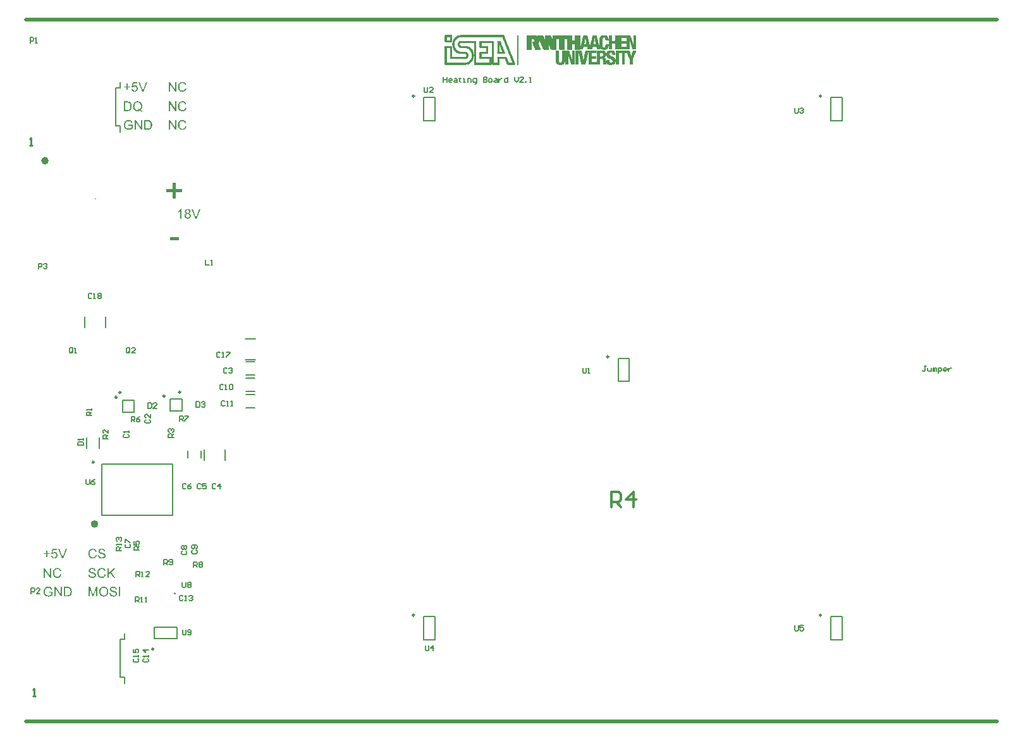
<source format=gto>
G04*
G04 #@! TF.GenerationSoftware,Altium Limited,Altium Designer,23.9.2 (47)*
G04*
G04 Layer_Color=65535*
%FSLAX25Y25*%
%MOIN*%
G70*
G04*
G04 #@! TF.SameCoordinates,C371DFDB-9961-426A-A2C8-C1DE3340BBDC*
G04*
G04*
G04 #@! TF.FilePolarity,Positive*
G04*
G01*
G75*
%ADD10C,0.00984*%
%ADD11C,0.01968*%
%ADD12C,0.00787*%
%ADD13C,0.00591*%
%ADD14C,0.00100*%
%ADD15C,0.01000*%
%ADD16C,0.01181*%
G36*
X89746Y276969D02*
X89058D01*
X87107Y282007D01*
X87831D01*
X89138Y278345D01*
X89141Y278341D01*
X89145Y278326D01*
X89152Y278301D01*
X89163Y278268D01*
X89178Y278232D01*
X89192Y278185D01*
X89210Y278134D01*
X89232Y278075D01*
X89250Y278013D01*
X89272Y277948D01*
X89316Y277810D01*
X89363Y277664D01*
X89403Y277518D01*
Y277522D01*
X89407Y277537D01*
X89414Y277558D01*
X89425Y277588D01*
X89436Y277627D01*
X89447Y277671D01*
X89465Y277722D01*
X89480Y277777D01*
X89502Y277835D01*
X89520Y277901D01*
X89545Y277970D01*
X89567Y278039D01*
X89618Y278192D01*
X89676Y278345D01*
X91038Y282007D01*
X91718D01*
X89746Y276969D01*
D02*
G37*
G36*
X81876D02*
X81257D01*
Y280907D01*
X81253Y280904D01*
X81246Y280896D01*
X81235Y280885D01*
X81217Y280871D01*
X81195Y280853D01*
X81166Y280827D01*
X81133Y280802D01*
X81101Y280772D01*
X81057Y280743D01*
X81013Y280707D01*
X80966Y280674D01*
X80915Y280634D01*
X80857Y280598D01*
X80799Y280558D01*
X80667Y280478D01*
X80664Y280474D01*
X80653Y280467D01*
X80631Y280456D01*
X80606Y280445D01*
X80576Y280427D01*
X80540Y280405D01*
X80496Y280383D01*
X80453Y280358D01*
X80351Y280307D01*
X80242Y280256D01*
X80129Y280205D01*
X80019Y280161D01*
Y280758D01*
X80027Y280762D01*
X80041Y280769D01*
X80071Y280783D01*
X80107Y280802D01*
X80151Y280823D01*
X80205Y280853D01*
X80263Y280885D01*
X80325Y280922D01*
X80394Y280965D01*
X80467Y281009D01*
X80620Y281111D01*
X80777Y281224D01*
X80926Y281348D01*
X80929Y281351D01*
X80944Y281362D01*
X80962Y281380D01*
X80988Y281406D01*
X81020Y281439D01*
X81057Y281475D01*
X81097Y281519D01*
X81141Y281562D01*
X81184Y281613D01*
X81232Y281668D01*
X81323Y281781D01*
X81406Y281901D01*
X81443Y281963D01*
X81476Y282025D01*
X81876D01*
Y276969D01*
D02*
G37*
G36*
X85163Y282021D02*
X85210Y282017D01*
X85265Y282014D01*
X85330Y282003D01*
X85403Y281992D01*
X85479Y281977D01*
X85563Y281956D01*
X85651Y281930D01*
X85738Y281901D01*
X85825Y281861D01*
X85913Y281817D01*
X86000Y281766D01*
X86084Y281708D01*
X86160Y281639D01*
X86164Y281635D01*
X86178Y281621D01*
X86197Y281599D01*
X86222Y281570D01*
X86255Y281533D01*
X86288Y281490D01*
X86324Y281439D01*
X86364Y281380D01*
X86400Y281315D01*
X86437Y281242D01*
X86470Y281166D01*
X86502Y281085D01*
X86528Y280998D01*
X86546Y280904D01*
X86561Y280809D01*
X86564Y280707D01*
Y280703D01*
Y280692D01*
Y280674D01*
X86561Y280649D01*
X86557Y280620D01*
X86553Y280583D01*
X86550Y280543D01*
X86542Y280500D01*
X86520Y280405D01*
X86488Y280303D01*
X86466Y280252D01*
X86440Y280201D01*
X86411Y280150D01*
X86379Y280099D01*
X86375Y280096D01*
X86371Y280088D01*
X86360Y280074D01*
X86342Y280055D01*
X86324Y280034D01*
X86299Y280012D01*
X86273Y279983D01*
X86240Y279954D01*
X86200Y279921D01*
X86160Y279888D01*
X86113Y279855D01*
X86066Y279822D01*
X86007Y279790D01*
X85949Y279757D01*
X85887Y279728D01*
X85818Y279699D01*
X85822D01*
X85840Y279691D01*
X85862Y279684D01*
X85894Y279670D01*
X85935Y279655D01*
X85978Y279633D01*
X86029Y279611D01*
X86080Y279582D01*
X86138Y279550D01*
X86197Y279513D01*
X86255Y279473D01*
X86313Y279429D01*
X86371Y279382D01*
X86426Y279327D01*
X86480Y279273D01*
X86528Y279211D01*
X86531Y279207D01*
X86539Y279196D01*
X86550Y279178D01*
X86568Y279153D01*
X86586Y279120D01*
X86604Y279080D01*
X86626Y279036D01*
X86652Y278985D01*
X86673Y278927D01*
X86695Y278869D01*
X86713Y278800D01*
X86735Y278731D01*
X86750Y278654D01*
X86761Y278578D01*
X86768Y278494D01*
X86772Y278407D01*
Y278399D01*
Y278377D01*
X86768Y278345D01*
X86764Y278297D01*
X86757Y278243D01*
X86746Y278181D01*
X86732Y278108D01*
X86713Y278028D01*
X86692Y277944D01*
X86659Y277857D01*
X86623Y277769D01*
X86579Y277678D01*
X86524Y277584D01*
X86466Y277497D01*
X86393Y277406D01*
X86313Y277322D01*
X86309Y277318D01*
X86291Y277304D01*
X86266Y277282D01*
X86229Y277253D01*
X86186Y277220D01*
X86127Y277184D01*
X86066Y277143D01*
X85993Y277103D01*
X85909Y277063D01*
X85818Y277023D01*
X85720Y276987D01*
X85614Y276954D01*
X85498Y276925D01*
X85378Y276903D01*
X85246Y276889D01*
X85112Y276885D01*
X85079D01*
X85039Y276889D01*
X84988Y276892D01*
X84926Y276900D01*
X84853Y276907D01*
X84770Y276921D01*
X84682Y276940D01*
X84588Y276965D01*
X84489Y276994D01*
X84391Y277027D01*
X84289Y277071D01*
X84187Y277122D01*
X84089Y277180D01*
X83998Y277249D01*
X83907Y277325D01*
X83903Y277329D01*
X83889Y277347D01*
X83863Y277369D01*
X83838Y277406D01*
X83801Y277449D01*
X83761Y277500D01*
X83721Y277558D01*
X83681Y277627D01*
X83638Y277704D01*
X83598Y277788D01*
X83558Y277879D01*
X83525Y277973D01*
X83496Y278079D01*
X83470Y278188D01*
X83456Y278305D01*
X83452Y278425D01*
Y278432D01*
Y278447D01*
Y278472D01*
X83456Y278508D01*
X83459Y278549D01*
X83467Y278599D01*
X83474Y278654D01*
X83485Y278712D01*
X83496Y278774D01*
X83514Y278843D01*
X83532Y278909D01*
X83558Y278978D01*
X83587Y279047D01*
X83619Y279116D01*
X83656Y279182D01*
X83700Y279247D01*
X83703Y279251D01*
X83710Y279262D01*
X83725Y279280D01*
X83747Y279302D01*
X83772Y279327D01*
X83805Y279360D01*
X83842Y279393D01*
X83881Y279429D01*
X83933Y279466D01*
X83983Y279502D01*
X84042Y279542D01*
X84107Y279579D01*
X84176Y279611D01*
X84249Y279644D01*
X84329Y279673D01*
X84413Y279699D01*
X84409D01*
X84395Y279706D01*
X84377Y279713D01*
X84351Y279724D01*
X84318Y279739D01*
X84282Y279757D01*
X84242Y279779D01*
X84198Y279801D01*
X84104Y279859D01*
X84009Y279928D01*
X83918Y280008D01*
X83878Y280052D01*
X83842Y280099D01*
X83838Y280103D01*
X83834Y280110D01*
X83823Y280125D01*
X83812Y280146D01*
X83798Y280172D01*
X83783Y280201D01*
X83765Y280237D01*
X83750Y280277D01*
X83732Y280321D01*
X83714Y280368D01*
X83700Y280419D01*
X83685Y280474D01*
X83663Y280594D01*
X83659Y280660D01*
X83656Y280725D01*
Y280732D01*
Y280751D01*
X83659Y280780D01*
X83663Y280816D01*
X83667Y280863D01*
X83678Y280918D01*
X83689Y280980D01*
X83707Y281046D01*
X83725Y281118D01*
X83750Y281191D01*
X83783Y281267D01*
X83823Y281348D01*
X83867Y281424D01*
X83918Y281504D01*
X83980Y281577D01*
X84049Y281650D01*
X84053Y281653D01*
X84067Y281664D01*
X84089Y281686D01*
X84122Y281708D01*
X84162Y281737D01*
X84209Y281770D01*
X84264Y281803D01*
X84329Y281839D01*
X84398Y281872D01*
X84478Y281905D01*
X84566Y281937D01*
X84661Y281966D01*
X84759Y281992D01*
X84868Y282010D01*
X84981Y282021D01*
X85101Y282025D01*
X85130D01*
X85163Y282021D01*
D02*
G37*
G36*
X11108Y100605D02*
X12480D01*
Y100026D01*
X11108D01*
Y98647D01*
X10526D01*
Y100026D01*
X9153D01*
Y100605D01*
X10526D01*
Y101977D01*
X11108D01*
Y100605D01*
D02*
G37*
G36*
X19447Y97835D02*
X18759D01*
X16808Y102873D01*
X17533D01*
X18839Y99211D01*
X18843Y99207D01*
X18847Y99193D01*
X18854Y99167D01*
X18865Y99134D01*
X18879Y99098D01*
X18894Y99051D01*
X18912Y99000D01*
X18934Y98941D01*
X18952Y98879D01*
X18974Y98814D01*
X19018Y98676D01*
X19065Y98530D01*
X19105Y98384D01*
Y98388D01*
X19109Y98403D01*
X19116Y98425D01*
X19127Y98454D01*
X19138Y98494D01*
X19149Y98537D01*
X19167Y98588D01*
X19182Y98643D01*
X19203Y98701D01*
X19222Y98767D01*
X19247Y98836D01*
X19269Y98905D01*
X19320Y99058D01*
X19378Y99211D01*
X20740Y102873D01*
X21420D01*
X19447Y97835D01*
D02*
G37*
G36*
X16266Y102217D02*
X14249D01*
X13980Y100860D01*
X13984Y100863D01*
X14002Y100874D01*
X14024Y100889D01*
X14060Y100911D01*
X14100Y100933D01*
X14147Y100962D01*
X14206Y100987D01*
X14267Y101020D01*
X14337Y101049D01*
X14410Y101078D01*
X14490Y101104D01*
X14570Y101125D01*
X14657Y101147D01*
X14744Y101162D01*
X14839Y101173D01*
X14930Y101176D01*
X14959D01*
X14996Y101173D01*
X15039Y101169D01*
X15098Y101162D01*
X15163Y101151D01*
X15239Y101136D01*
X15319Y101118D01*
X15403Y101096D01*
X15494Y101064D01*
X15585Y101027D01*
X15680Y100983D01*
X15775Y100929D01*
X15869Y100871D01*
X15960Y100798D01*
X16048Y100718D01*
X16051Y100714D01*
X16066Y100696D01*
X16091Y100670D01*
X16120Y100634D01*
X16153Y100590D01*
X16193Y100536D01*
X16233Y100470D01*
X16277Y100397D01*
X16317Y100317D01*
X16357Y100230D01*
X16397Y100132D01*
X16433Y100030D01*
X16459Y99917D01*
X16484Y99797D01*
X16499Y99673D01*
X16502Y99542D01*
Y99538D01*
Y99535D01*
Y99524D01*
Y99513D01*
X16499Y99476D01*
X16495Y99429D01*
X16492Y99367D01*
X16481Y99298D01*
X16470Y99222D01*
X16452Y99138D01*
X16430Y99047D01*
X16404Y98952D01*
X16372Y98854D01*
X16335Y98756D01*
X16288Y98654D01*
X16233Y98556D01*
X16171Y98457D01*
X16102Y98363D01*
X16095Y98355D01*
X16080Y98337D01*
X16051Y98308D01*
X16015Y98268D01*
X15964Y98221D01*
X15905Y98170D01*
X15836Y98115D01*
X15756Y98057D01*
X15665Y97999D01*
X15567Y97944D01*
X15458Y97893D01*
X15338Y97846D01*
X15210Y97809D01*
X15076Y97777D01*
X14930Y97758D01*
X14777Y97751D01*
X14748D01*
X14712Y97755D01*
X14664Y97758D01*
X14606Y97762D01*
X14537Y97773D01*
X14460Y97784D01*
X14380Y97798D01*
X14293Y97820D01*
X14202Y97846D01*
X14107Y97875D01*
X14013Y97911D01*
X13922Y97955D01*
X13827Y98006D01*
X13740Y98068D01*
X13656Y98133D01*
X13652Y98137D01*
X13638Y98151D01*
X13616Y98173D01*
X13587Y98203D01*
X13554Y98242D01*
X13514Y98290D01*
X13474Y98344D01*
X13430Y98406D01*
X13387Y98475D01*
X13347Y98552D01*
X13303Y98636D01*
X13263Y98727D01*
X13230Y98825D01*
X13201Y98931D01*
X13176Y99040D01*
X13161Y99156D01*
X13809Y99211D01*
Y99207D01*
X13813Y99189D01*
X13816Y99167D01*
X13824Y99134D01*
X13834Y99094D01*
X13845Y99047D01*
X13860Y98996D01*
X13878Y98941D01*
X13922Y98829D01*
X13947Y98767D01*
X13976Y98708D01*
X14013Y98650D01*
X14049Y98596D01*
X14093Y98545D01*
X14140Y98497D01*
X14144Y98494D01*
X14151Y98486D01*
X14166Y98475D01*
X14187Y98461D01*
X14213Y98443D01*
X14246Y98421D01*
X14278Y98403D01*
X14319Y98381D01*
X14362Y98355D01*
X14413Y98337D01*
X14464Y98315D01*
X14522Y98297D01*
X14581Y98283D01*
X14642Y98272D01*
X14708Y98264D01*
X14777Y98261D01*
X14799D01*
X14821Y98264D01*
X14854D01*
X14890Y98272D01*
X14937Y98279D01*
X14988Y98290D01*
X15043Y98304D01*
X15101Y98319D01*
X15163Y98341D01*
X15225Y98370D01*
X15290Y98403D01*
X15352Y98439D01*
X15418Y98486D01*
X15480Y98537D01*
X15538Y98596D01*
X15542Y98599D01*
X15552Y98610D01*
X15567Y98632D01*
X15585Y98658D01*
X15611Y98690D01*
X15636Y98730D01*
X15665Y98778D01*
X15694Y98832D01*
X15720Y98894D01*
X15749Y98960D01*
X15775Y99032D01*
X15800Y99112D01*
X15818Y99200D01*
X15833Y99291D01*
X15844Y99385D01*
X15847Y99487D01*
Y99495D01*
Y99509D01*
X15844Y99538D01*
Y99575D01*
X15840Y99618D01*
X15833Y99673D01*
X15822Y99728D01*
X15811Y99793D01*
X15793Y99859D01*
X15775Y99924D01*
X15749Y99993D01*
X15720Y100066D01*
X15687Y100135D01*
X15647Y100201D01*
X15600Y100266D01*
X15549Y100325D01*
X15545Y100328D01*
X15534Y100339D01*
X15520Y100354D01*
X15494Y100372D01*
X15465Y100397D01*
X15429Y100423D01*
X15389Y100448D01*
X15341Y100478D01*
X15287Y100507D01*
X15228Y100532D01*
X15167Y100561D01*
X15098Y100583D01*
X15021Y100601D01*
X14941Y100616D01*
X14857Y100627D01*
X14770Y100630D01*
X14741D01*
X14719Y100627D01*
X14693D01*
X14661Y100623D01*
X14628Y100619D01*
X14588Y100612D01*
X14504Y100598D01*
X14413Y100572D01*
X14319Y100539D01*
X14228Y100492D01*
X14224D01*
X14217Y100485D01*
X14206Y100478D01*
X14187Y100467D01*
X14144Y100437D01*
X14089Y100397D01*
X14031Y100346D01*
X13969Y100288D01*
X13907Y100219D01*
X13853Y100143D01*
X13270Y100219D01*
X13758Y102807D01*
X16266D01*
Y102217D01*
D02*
G37*
G36*
X11756Y82877D02*
X11807D01*
X11862Y82870D01*
X11923Y82867D01*
X11992Y82859D01*
X12069Y82848D01*
X12145Y82837D01*
X12313Y82805D01*
X12397Y82786D01*
X12484Y82761D01*
X12568Y82735D01*
X12651Y82703D01*
X12655Y82699D01*
X12670Y82695D01*
X12695Y82684D01*
X12724Y82670D01*
X12761Y82652D01*
X12804Y82630D01*
X12852Y82604D01*
X12906Y82575D01*
X12961Y82539D01*
X13015Y82503D01*
X13132Y82419D01*
X13245Y82320D01*
X13299Y82266D01*
X13347Y82208D01*
X13350Y82204D01*
X13358Y82193D01*
X13372Y82175D01*
X13387Y82149D01*
X13408Y82120D01*
X13434Y82080D01*
X13460Y82037D01*
X13489Y81986D01*
X13518Y81931D01*
X13551Y81866D01*
X13583Y81800D01*
X13612Y81727D01*
X13645Y81647D01*
X13674Y81563D01*
X13703Y81476D01*
X13729Y81381D01*
X13128Y81218D01*
Y81221D01*
X13125Y81236D01*
X13117Y81254D01*
X13106Y81283D01*
X13095Y81312D01*
X13084Y81352D01*
X13066Y81392D01*
X13052Y81440D01*
X13008Y81534D01*
X12961Y81636D01*
X12906Y81734D01*
X12877Y81778D01*
X12844Y81822D01*
X12841Y81825D01*
X12837Y81833D01*
X12826Y81844D01*
X12815Y81858D01*
X12797Y81876D01*
X12775Y81898D01*
X12750Y81924D01*
X12720Y81949D01*
X12688Y81978D01*
X12655Y82007D01*
X12571Y82066D01*
X12473Y82124D01*
X12364Y82175D01*
X12360D01*
X12349Y82182D01*
X12331Y82186D01*
X12309Y82197D01*
X12280Y82208D01*
X12244Y82219D01*
X12204Y82230D01*
X12160Y82244D01*
X12113Y82255D01*
X12058Y82266D01*
X12000Y82277D01*
X11942Y82288D01*
X11811Y82302D01*
X11672Y82310D01*
X11629D01*
X11596Y82306D01*
X11556D01*
X11508Y82302D01*
X11457Y82299D01*
X11403Y82291D01*
X11341Y82284D01*
X11276Y82277D01*
X11144Y82251D01*
X11010Y82215D01*
X10879Y82168D01*
X10875D01*
X10864Y82160D01*
X10846Y82153D01*
X10824Y82142D01*
X10795Y82127D01*
X10762Y82113D01*
X10726Y82091D01*
X10689Y82069D01*
X10602Y82018D01*
X10515Y81953D01*
X10424Y81880D01*
X10344Y81800D01*
X10340Y81796D01*
X10336Y81789D01*
X10325Y81778D01*
X10311Y81760D01*
X10293Y81738D01*
X10274Y81716D01*
X10253Y81687D01*
X10227Y81654D01*
X10176Y81582D01*
X10122Y81498D01*
X10071Y81403D01*
X10023Y81305D01*
X10020Y81301D01*
X10016Y81283D01*
X10005Y81258D01*
X9994Y81225D01*
X9980Y81181D01*
X9965Y81130D01*
X9947Y81068D01*
X9929Y81003D01*
X9911Y80930D01*
X9892Y80853D01*
X9878Y80770D01*
X9863Y80679D01*
X9852Y80588D01*
X9841Y80489D01*
X9838Y80391D01*
X9834Y80289D01*
Y80286D01*
Y80282D01*
Y80260D01*
Y80224D01*
X9838Y80177D01*
X9841Y80118D01*
X9845Y80053D01*
X9852Y79976D01*
X9863Y79896D01*
X9874Y79809D01*
X9889Y79718D01*
X9911Y79623D01*
X9932Y79529D01*
X9958Y79434D01*
X9987Y79339D01*
X10023Y79248D01*
X10063Y79161D01*
X10067Y79157D01*
X10074Y79143D01*
X10089Y79117D01*
X10107Y79088D01*
X10132Y79048D01*
X10162Y79008D01*
X10194Y78961D01*
X10234Y78910D01*
X10282Y78855D01*
X10333Y78801D01*
X10387Y78742D01*
X10449Y78688D01*
X10515Y78633D01*
X10584Y78582D01*
X10660Y78535D01*
X10740Y78491D01*
X10744Y78487D01*
X10762Y78480D01*
X10784Y78469D01*
X10817Y78458D01*
X10857Y78440D01*
X10908Y78422D01*
X10962Y78404D01*
X11024Y78382D01*
X11094Y78360D01*
X11166Y78342D01*
X11243Y78324D01*
X11323Y78306D01*
X11410Y78295D01*
X11497Y78284D01*
X11588Y78276D01*
X11680Y78273D01*
X11723D01*
X11752Y78276D01*
X11792D01*
X11840Y78280D01*
X11891Y78287D01*
X11949Y78295D01*
X12011Y78302D01*
X12076Y78313D01*
X12218Y78342D01*
X12371Y78382D01*
X12448Y78408D01*
X12524Y78437D01*
X12528Y78440D01*
X12542Y78444D01*
X12564Y78455D01*
X12593Y78466D01*
X12626Y78480D01*
X12666Y78499D01*
X12710Y78520D01*
X12757Y78546D01*
X12859Y78597D01*
X12964Y78659D01*
X13066Y78724D01*
X13110Y78757D01*
X13154Y78793D01*
Y79732D01*
X11672D01*
Y80326D01*
X13805D01*
Y78455D01*
X13798Y78451D01*
X13783Y78437D01*
X13758Y78418D01*
X13722Y78389D01*
X13674Y78360D01*
X13623Y78320D01*
X13561Y78280D01*
X13496Y78236D01*
X13419Y78189D01*
X13343Y78142D01*
X13259Y78091D01*
X13168Y78044D01*
X12983Y77949D01*
X12888Y77909D01*
X12790Y77869D01*
X12782Y77865D01*
X12768Y77861D01*
X12739Y77851D01*
X12699Y77840D01*
X12651Y77825D01*
X12597Y77807D01*
X12531Y77789D01*
X12462Y77771D01*
X12382Y77752D01*
X12298Y77734D01*
X12211Y77719D01*
X12120Y77701D01*
X11923Y77680D01*
X11822Y77676D01*
X11720Y77672D01*
X11669D01*
X11647Y77676D01*
X11596D01*
X11530Y77683D01*
X11454Y77690D01*
X11366Y77698D01*
X11272Y77712D01*
X11170Y77730D01*
X11064Y77749D01*
X10951Y77774D01*
X10835Y77807D01*
X10718Y77843D01*
X10602Y77883D01*
X10486Y77934D01*
X10369Y77989D01*
X10362Y77992D01*
X10344Y78003D01*
X10311Y78022D01*
X10271Y78047D01*
X10220Y78080D01*
X10162Y78120D01*
X10096Y78167D01*
X10027Y78222D01*
X9954Y78284D01*
X9878Y78353D01*
X9801Y78426D01*
X9725Y78509D01*
X9652Y78600D01*
X9579Y78695D01*
X9514Y78797D01*
X9452Y78906D01*
X9448Y78913D01*
X9437Y78935D01*
X9423Y78968D01*
X9404Y79012D01*
X9383Y79070D01*
X9353Y79136D01*
X9328Y79216D01*
X9299Y79299D01*
X9270Y79398D01*
X9244Y79500D01*
X9219Y79609D01*
X9193Y79729D01*
X9175Y79852D01*
X9161Y79980D01*
X9150Y80111D01*
X9146Y80249D01*
Y80253D01*
Y80257D01*
Y80268D01*
Y80282D01*
Y80300D01*
X9150Y80322D01*
Y80373D01*
X9157Y80439D01*
X9161Y80515D01*
X9172Y80602D01*
X9186Y80697D01*
X9201Y80799D01*
X9223Y80908D01*
X9244Y81021D01*
X9273Y81138D01*
X9310Y81258D01*
X9350Y81381D01*
X9397Y81502D01*
X9452Y81622D01*
Y81625D01*
X9455Y81629D01*
X9466Y81651D01*
X9485Y81683D01*
X9510Y81727D01*
X9539Y81778D01*
X9579Y81840D01*
X9627Y81909D01*
X9678Y81982D01*
X9736Y82058D01*
X9801Y82135D01*
X9874Y82215D01*
X9954Y82291D01*
X10041Y82368D01*
X10132Y82441D01*
X10231Y82510D01*
X10336Y82572D01*
X10344Y82575D01*
X10362Y82586D01*
X10395Y82601D01*
X10438Y82619D01*
X10493Y82644D01*
X10558Y82670D01*
X10635Y82699D01*
X10718Y82728D01*
X10813Y82754D01*
X10915Y82783D01*
X11024Y82808D01*
X11141Y82834D01*
X11265Y82852D01*
X11392Y82867D01*
X11527Y82877D01*
X11665Y82881D01*
X11720D01*
X11756Y82877D01*
D02*
G37*
G36*
X18748Y77756D02*
X18060D01*
X15421Y81709D01*
Y77756D01*
X14781D01*
Y82794D01*
X15465D01*
X18108Y78837D01*
Y82794D01*
X18748D01*
Y77756D01*
D02*
G37*
G36*
X21748Y82790D02*
X21806D01*
X21868Y82786D01*
X21937D01*
X22083Y82775D01*
X22232Y82765D01*
X22305Y82754D01*
X22374Y82746D01*
X22439Y82735D01*
X22501Y82721D01*
X22505D01*
X22519Y82717D01*
X22541Y82710D01*
X22574Y82703D01*
X22610Y82688D01*
X22654Y82674D01*
X22701Y82659D01*
X22756Y82637D01*
X22869Y82590D01*
X22993Y82524D01*
X23116Y82451D01*
X23178Y82408D01*
X23236Y82361D01*
X23240Y82357D01*
X23255Y82346D01*
X23277Y82324D01*
X23302Y82299D01*
X23335Y82266D01*
X23375Y82226D01*
X23415Y82178D01*
X23462Y82127D01*
X23509Y82066D01*
X23557Y82000D01*
X23608Y81931D01*
X23659Y81854D01*
X23706Y81771D01*
X23750Y81687D01*
X23793Y81593D01*
X23833Y81498D01*
X23837Y81490D01*
X23841Y81472D01*
X23852Y81447D01*
X23866Y81407D01*
X23881Y81356D01*
X23895Y81298D01*
X23913Y81229D01*
X23935Y81152D01*
X23954Y81068D01*
X23972Y80974D01*
X23986Y80875D01*
X24001Y80770D01*
X24015Y80661D01*
X24026Y80544D01*
X24030Y80424D01*
X24034Y80300D01*
Y80293D01*
Y80275D01*
Y80246D01*
X24030Y80202D01*
Y80155D01*
X24026Y80096D01*
X24023Y80031D01*
X24015Y79958D01*
X24008Y79882D01*
X24001Y79798D01*
X23975Y79627D01*
X23943Y79452D01*
X23899Y79281D01*
Y79277D01*
X23892Y79263D01*
X23884Y79237D01*
X23874Y79208D01*
X23863Y79172D01*
X23844Y79128D01*
X23826Y79077D01*
X23804Y79026D01*
X23757Y78910D01*
X23695Y78786D01*
X23630Y78666D01*
X23553Y78549D01*
X23550Y78546D01*
X23542Y78539D01*
X23531Y78520D01*
X23517Y78502D01*
X23499Y78477D01*
X23473Y78448D01*
X23418Y78382D01*
X23349Y78309D01*
X23273Y78233D01*
X23186Y78160D01*
X23095Y78091D01*
X23091D01*
X23084Y78083D01*
X23069Y78076D01*
X23051Y78065D01*
X23025Y78051D01*
X22996Y78036D01*
X22964Y78018D01*
X22927Y78000D01*
X22883Y77978D01*
X22840Y77956D01*
X22789Y77938D01*
X22738Y77916D01*
X22621Y77876D01*
X22494Y77840D01*
X22490D01*
X22479Y77836D01*
X22457Y77832D01*
X22432Y77825D01*
X22399Y77821D01*
X22359Y77814D01*
X22312Y77807D01*
X22261Y77800D01*
X22203Y77789D01*
X22141Y77781D01*
X22075Y77774D01*
X22003Y77771D01*
X21930Y77763D01*
X21850Y77760D01*
X21686Y77756D01*
X19870D01*
Y82794D01*
X21700D01*
X21748Y82790D01*
D02*
G37*
G36*
X16492Y92720D02*
X16546Y92716D01*
X16612Y92713D01*
X16684Y92702D01*
X16768Y92691D01*
X16863Y92676D01*
X16961Y92654D01*
X17063Y92629D01*
X17169Y92600D01*
X17274Y92560D01*
X17380Y92516D01*
X17489Y92465D01*
X17591Y92407D01*
X17689Y92338D01*
X17696Y92334D01*
X17711Y92320D01*
X17740Y92298D01*
X17773Y92265D01*
X17817Y92229D01*
X17864Y92177D01*
X17915Y92123D01*
X17973Y92057D01*
X18031Y91985D01*
X18093Y91904D01*
X18151Y91813D01*
X18210Y91719D01*
X18268Y91613D01*
X18319Y91501D01*
X18370Y91380D01*
X18410Y91253D01*
X17755Y91100D01*
X17751Y91107D01*
X17747Y91126D01*
X17737Y91151D01*
X17722Y91191D01*
X17704Y91235D01*
X17682Y91286D01*
X17653Y91344D01*
X17624Y91406D01*
X17591Y91471D01*
X17551Y91537D01*
X17511Y91602D01*
X17463Y91672D01*
X17413Y91733D01*
X17361Y91795D01*
X17303Y91850D01*
X17241Y91901D01*
X17238Y91904D01*
X17227Y91912D01*
X17209Y91923D01*
X17183Y91941D01*
X17150Y91959D01*
X17110Y91981D01*
X17063Y92003D01*
X17012Y92028D01*
X16954Y92050D01*
X16892Y92072D01*
X16823Y92094D01*
X16750Y92112D01*
X16670Y92130D01*
X16586Y92141D01*
X16499Y92148D01*
X16404Y92152D01*
X16350D01*
X16310Y92148D01*
X16259Y92145D01*
X16200Y92137D01*
X16135Y92130D01*
X16066Y92116D01*
X15989Y92101D01*
X15913Y92083D01*
X15833Y92061D01*
X15749Y92036D01*
X15669Y92003D01*
X15589Y91963D01*
X15509Y91923D01*
X15432Y91872D01*
X15429Y91868D01*
X15414Y91861D01*
X15396Y91843D01*
X15371Y91821D01*
X15338Y91792D01*
X15301Y91759D01*
X15261Y91719D01*
X15218Y91675D01*
X15174Y91624D01*
X15127Y91570D01*
X15083Y91508D01*
X15039Y91439D01*
X14996Y91369D01*
X14955Y91293D01*
X14919Y91213D01*
X14886Y91126D01*
Y91122D01*
X14879Y91104D01*
X14872Y91078D01*
X14861Y91045D01*
X14850Y91002D01*
X14835Y90951D01*
X14825Y90893D01*
X14810Y90827D01*
X14795Y90758D01*
X14781Y90681D01*
X14766Y90601D01*
X14755Y90518D01*
X14737Y90343D01*
X14733Y90252D01*
X14730Y90157D01*
Y90150D01*
Y90128D01*
Y90096D01*
X14733Y90048D01*
X14737Y89994D01*
X14741Y89928D01*
X14744Y89855D01*
X14752Y89779D01*
X14763Y89691D01*
X14773Y89600D01*
X14810Y89415D01*
X14828Y89316D01*
X14854Y89222D01*
X14883Y89127D01*
X14916Y89036D01*
X14919Y89033D01*
X14923Y89014D01*
X14934Y88993D01*
X14952Y88960D01*
X14970Y88920D01*
X14996Y88872D01*
X15025Y88822D01*
X15057Y88767D01*
X15098Y88712D01*
X15141Y88654D01*
X15189Y88592D01*
X15239Y88534D01*
X15298Y88476D01*
X15360Y88421D01*
X15425Y88370D01*
X15498Y88323D01*
X15502Y88319D01*
X15516Y88312D01*
X15538Y88301D01*
X15567Y88286D01*
X15603Y88268D01*
X15647Y88246D01*
X15698Y88228D01*
X15753Y88206D01*
X15814Y88181D01*
X15880Y88163D01*
X15953Y88141D01*
X16026Y88123D01*
X16106Y88108D01*
X16186Y88097D01*
X16270Y88090D01*
X16353Y88086D01*
X16379D01*
X16408Y88090D01*
X16448D01*
X16495Y88097D01*
X16550Y88104D01*
X16615Y88112D01*
X16681Y88126D01*
X16754Y88144D01*
X16830Y88166D01*
X16910Y88192D01*
X16990Y88221D01*
X17070Y88257D01*
X17150Y88301D01*
X17227Y88352D01*
X17303Y88406D01*
X17307Y88410D01*
X17322Y88421D01*
X17340Y88439D01*
X17365Y88468D01*
X17398Y88501D01*
X17434Y88541D01*
X17474Y88592D01*
X17514Y88647D01*
X17558Y88712D01*
X17602Y88781D01*
X17649Y88862D01*
X17689Y88949D01*
X17733Y89040D01*
X17769Y89142D01*
X17802Y89247D01*
X17831Y89364D01*
X18497Y89196D01*
Y89193D01*
X18494Y89186D01*
X18490Y89174D01*
X18486Y89160D01*
X18483Y89142D01*
X18475Y89116D01*
X18457Y89062D01*
X18432Y88993D01*
X18403Y88916D01*
X18366Y88829D01*
X18323Y88734D01*
X18275Y88632D01*
X18221Y88530D01*
X18159Y88428D01*
X18090Y88323D01*
X18013Y88221D01*
X17929Y88123D01*
X17838Y88032D01*
X17740Y87944D01*
X17733Y87941D01*
X17715Y87926D01*
X17685Y87904D01*
X17642Y87879D01*
X17591Y87846D01*
X17525Y87810D01*
X17452Y87770D01*
X17369Y87730D01*
X17278Y87689D01*
X17176Y87649D01*
X17067Y87613D01*
X16950Y87580D01*
X16823Y87555D01*
X16692Y87533D01*
X16554Y87518D01*
X16408Y87515D01*
X16353D01*
X16328Y87518D01*
X16273D01*
X16204Y87526D01*
X16124Y87533D01*
X16033Y87544D01*
X15938Y87555D01*
X15833Y87573D01*
X15727Y87595D01*
X15614Y87624D01*
X15505Y87653D01*
X15396Y87693D01*
X15287Y87737D01*
X15181Y87788D01*
X15083Y87846D01*
X15076Y87850D01*
X15061Y87861D01*
X15036Y87882D01*
X14999Y87908D01*
X14955Y87941D01*
X14908Y87984D01*
X14854Y88032D01*
X14795Y88090D01*
X14733Y88155D01*
X14672Y88225D01*
X14606Y88305D01*
X14540Y88388D01*
X14479Y88483D01*
X14417Y88581D01*
X14358Y88690D01*
X14308Y88803D01*
Y88807D01*
X14304Y88811D01*
X14297Y88832D01*
X14282Y88865D01*
X14267Y88912D01*
X14246Y88971D01*
X14224Y89040D01*
X14198Y89120D01*
X14176Y89207D01*
X14151Y89306D01*
X14126Y89411D01*
X14104Y89520D01*
X14082Y89640D01*
X14067Y89761D01*
X14053Y89888D01*
X14045Y90019D01*
X14042Y90154D01*
Y90157D01*
Y90165D01*
Y90175D01*
Y90190D01*
Y90208D01*
X14045Y90230D01*
Y90285D01*
X14053Y90354D01*
X14056Y90434D01*
X14067Y90525D01*
X14078Y90623D01*
X14096Y90725D01*
X14115Y90834D01*
X14140Y90951D01*
X14169Y91067D01*
X14202Y91184D01*
X14242Y91300D01*
X14289Y91413D01*
X14340Y91526D01*
X14344Y91533D01*
X14355Y91552D01*
X14373Y91581D01*
X14395Y91624D01*
X14428Y91672D01*
X14464Y91726D01*
X14511Y91792D01*
X14562Y91857D01*
X14617Y91926D01*
X14683Y92003D01*
X14752Y92076D01*
X14828Y92148D01*
X14912Y92221D01*
X14999Y92290D01*
X15094Y92356D01*
X15196Y92418D01*
X15203Y92421D01*
X15221Y92432D01*
X15250Y92447D01*
X15294Y92465D01*
X15345Y92491D01*
X15407Y92516D01*
X15480Y92541D01*
X15556Y92571D01*
X15643Y92600D01*
X15738Y92625D01*
X15840Y92654D01*
X15946Y92676D01*
X16058Y92694D01*
X16175Y92709D01*
X16295Y92720D01*
X16419Y92724D01*
X16470D01*
X16492Y92720D01*
D02*
G37*
G36*
X13114Y87598D02*
X12426D01*
X9787Y91552D01*
Y87598D01*
X9146D01*
Y92636D01*
X9830D01*
X12473Y88679D01*
Y92636D01*
X13114D01*
Y87598D01*
D02*
G37*
G36*
X34821Y92720D02*
X34868D01*
X34927Y92713D01*
X34988Y92709D01*
X35061Y92702D01*
X35134Y92691D01*
X35214Y92680D01*
X35378Y92647D01*
X35465Y92625D01*
X35549Y92603D01*
X35633Y92574D01*
X35713Y92541D01*
X35717Y92538D01*
X35731Y92534D01*
X35753Y92523D01*
X35782Y92509D01*
X35818Y92491D01*
X35859Y92465D01*
X35906Y92440D01*
X35953Y92407D01*
X36008Y92374D01*
X36059Y92334D01*
X36113Y92290D01*
X36168Y92243D01*
X36222Y92192D01*
X36273Y92134D01*
X36324Y92076D01*
X36368Y92010D01*
X36372Y92006D01*
X36379Y91996D01*
X36390Y91974D01*
X36404Y91948D01*
X36423Y91916D01*
X36445Y91875D01*
X36463Y91832D01*
X36488Y91781D01*
X36510Y91726D01*
X36532Y91664D01*
X36554Y91599D01*
X36572Y91530D01*
X36590Y91457D01*
X36605Y91380D01*
X36612Y91300D01*
X36619Y91220D01*
X35979Y91173D01*
Y91180D01*
X35975Y91195D01*
X35971Y91220D01*
X35964Y91253D01*
X35957Y91289D01*
X35946Y91337D01*
X35931Y91388D01*
X35913Y91442D01*
X35895Y91501D01*
X35869Y91559D01*
X35840Y91617D01*
X35807Y91679D01*
X35771Y91737D01*
X35727Y91792D01*
X35680Y91846D01*
X35629Y91894D01*
X35625Y91897D01*
X35615Y91904D01*
X35600Y91916D01*
X35574Y91934D01*
X35542Y91952D01*
X35505Y91970D01*
X35462Y91992D01*
X35411Y92017D01*
X35353Y92039D01*
X35287Y92061D01*
X35214Y92079D01*
X35138Y92101D01*
X35050Y92116D01*
X34959Y92127D01*
X34861Y92134D01*
X34756Y92137D01*
X34697D01*
X34657Y92134D01*
X34606Y92130D01*
X34552Y92127D01*
X34486Y92119D01*
X34421Y92108D01*
X34275Y92083D01*
X34202Y92065D01*
X34130Y92043D01*
X34060Y92017D01*
X33991Y91988D01*
X33929Y91956D01*
X33875Y91916D01*
X33871Y91912D01*
X33864Y91904D01*
X33849Y91894D01*
X33831Y91875D01*
X33813Y91854D01*
X33787Y91828D01*
X33766Y91799D01*
X33740Y91766D01*
X33715Y91730D01*
X33689Y91686D01*
X33645Y91595D01*
X33627Y91548D01*
X33613Y91493D01*
X33605Y91439D01*
X33602Y91380D01*
Y91377D01*
Y91369D01*
Y91355D01*
X33605Y91337D01*
X33609Y91311D01*
X33613Y91286D01*
X33627Y91224D01*
X33649Y91151D01*
X33682Y91078D01*
X33704Y91038D01*
X33733Y91002D01*
X33762Y90965D01*
X33795Y90933D01*
X33798Y90929D01*
X33806Y90925D01*
X33816Y90914D01*
X33838Y90904D01*
X33864Y90885D01*
X33900Y90867D01*
X33940Y90845D01*
X33991Y90820D01*
X34053Y90794D01*
X34122Y90765D01*
X34206Y90736D01*
X34297Y90703D01*
X34402Y90671D01*
X34519Y90638D01*
X34650Y90605D01*
X34796Y90569D01*
X34799D01*
X34806Y90565D01*
X34817D01*
X34832Y90561D01*
X34850Y90558D01*
X34872Y90551D01*
X34927Y90539D01*
X34992Y90521D01*
X35069Y90503D01*
X35152Y90485D01*
X35240Y90460D01*
X35425Y90412D01*
X35516Y90387D01*
X35607Y90358D01*
X35695Y90332D01*
X35775Y90303D01*
X35848Y90277D01*
X35909Y90252D01*
X35913Y90248D01*
X35928Y90241D01*
X35953Y90230D01*
X35982Y90216D01*
X36019Y90194D01*
X36059Y90172D01*
X36106Y90143D01*
X36157Y90110D01*
X36208Y90077D01*
X36263Y90037D01*
X36372Y89950D01*
X36474Y89848D01*
X36517Y89793D01*
X36561Y89735D01*
X36565Y89732D01*
X36572Y89721D01*
X36579Y89702D01*
X36594Y89680D01*
X36608Y89651D01*
X36626Y89615D01*
X36648Y89575D01*
X36667Y89531D01*
X36685Y89480D01*
X36707Y89426D01*
X36725Y89368D01*
X36739Y89302D01*
X36754Y89236D01*
X36765Y89167D01*
X36768Y89098D01*
X36772Y89022D01*
Y89018D01*
Y89003D01*
Y88982D01*
X36768Y88952D01*
X36765Y88916D01*
X36761Y88876D01*
X36754Y88829D01*
X36743Y88774D01*
X36732Y88720D01*
X36714Y88658D01*
X36696Y88596D01*
X36674Y88530D01*
X36648Y88465D01*
X36616Y88396D01*
X36579Y88330D01*
X36539Y88261D01*
X36536Y88257D01*
X36528Y88246D01*
X36514Y88228D01*
X36496Y88203D01*
X36474Y88174D01*
X36445Y88137D01*
X36412Y88101D01*
X36372Y88061D01*
X36328Y88017D01*
X36277Y87973D01*
X36222Y87926D01*
X36164Y87879D01*
X36102Y87835D01*
X36033Y87791D01*
X35960Y87751D01*
X35880Y87711D01*
X35877Y87708D01*
X35862Y87704D01*
X35837Y87693D01*
X35804Y87682D01*
X35764Y87668D01*
X35717Y87649D01*
X35662Y87631D01*
X35600Y87613D01*
X35531Y87595D01*
X35454Y87577D01*
X35374Y87562D01*
X35291Y87544D01*
X35203Y87533D01*
X35109Y87522D01*
X35010Y87518D01*
X34912Y87515D01*
X34847D01*
X34799Y87518D01*
X34741Y87522D01*
X34672Y87526D01*
X34595Y87533D01*
X34512Y87540D01*
X34424Y87551D01*
X34333Y87562D01*
X34140Y87598D01*
X34042Y87620D01*
X33948Y87646D01*
X33853Y87678D01*
X33766Y87711D01*
X33762Y87715D01*
X33744Y87722D01*
X33722Y87733D01*
X33689Y87748D01*
X33649Y87770D01*
X33605Y87795D01*
X33554Y87828D01*
X33503Y87861D01*
X33445Y87901D01*
X33387Y87944D01*
X33325Y87995D01*
X33267Y88050D01*
X33205Y88108D01*
X33147Y88170D01*
X33092Y88239D01*
X33041Y88312D01*
X33037Y88315D01*
X33030Y88330D01*
X33016Y88352D01*
X33001Y88381D01*
X32979Y88421D01*
X32957Y88465D01*
X32932Y88516D01*
X32910Y88574D01*
X32885Y88639D01*
X32859Y88709D01*
X32837Y88785D01*
X32815Y88862D01*
X32797Y88945D01*
X32783Y89033D01*
X32772Y89124D01*
X32768Y89218D01*
X33398Y89273D01*
Y89269D01*
X33402Y89255D01*
Y89236D01*
X33409Y89211D01*
X33412Y89178D01*
X33420Y89138D01*
X33431Y89098D01*
X33441Y89051D01*
X33467Y88952D01*
X33503Y88847D01*
X33547Y88745D01*
X33602Y88647D01*
X33605Y88643D01*
X33609Y88636D01*
X33620Y88625D01*
X33634Y88607D01*
X33649Y88585D01*
X33671Y88563D01*
X33696Y88538D01*
X33725Y88508D01*
X33758Y88479D01*
X33798Y88447D01*
X33838Y88414D01*
X33886Y88381D01*
X33933Y88348D01*
X33988Y88315D01*
X34046Y88286D01*
X34108Y88257D01*
X34111D01*
X34122Y88250D01*
X34144Y88243D01*
X34170Y88235D01*
X34202Y88225D01*
X34239Y88210D01*
X34286Y88195D01*
X34333Y88184D01*
X34388Y88170D01*
X34450Y88155D01*
X34512Y88144D01*
X34581Y88130D01*
X34726Y88115D01*
X34883Y88108D01*
X34919D01*
X34949Y88112D01*
X34981D01*
X35018Y88115D01*
X35061Y88119D01*
X35109Y88123D01*
X35214Y88137D01*
X35327Y88155D01*
X35440Y88184D01*
X35553Y88221D01*
X35556D01*
X35567Y88225D01*
X35582Y88232D01*
X35600Y88243D01*
X35625Y88254D01*
X35651Y88268D01*
X35717Y88301D01*
X35786Y88345D01*
X35859Y88399D01*
X35928Y88461D01*
X35986Y88530D01*
Y88534D01*
X35993Y88541D01*
X36000Y88552D01*
X36008Y88567D01*
X36019Y88585D01*
X36033Y88607D01*
X36059Y88661D01*
X36084Y88723D01*
X36110Y88796D01*
X36124Y88880D01*
X36132Y88963D01*
Y88967D01*
Y88974D01*
Y88985D01*
X36128Y89003D01*
Y89025D01*
X36124Y89047D01*
X36113Y89105D01*
X36099Y89167D01*
X36073Y89236D01*
X36037Y89306D01*
X35989Y89375D01*
Y89378D01*
X35982Y89382D01*
X35964Y89404D01*
X35928Y89437D01*
X35906Y89459D01*
X35880Y89480D01*
X35851Y89502D01*
X35818Y89528D01*
X35782Y89553D01*
X35738Y89579D01*
X35695Y89604D01*
X35644Y89630D01*
X35593Y89651D01*
X35535Y89677D01*
X35531D01*
X35524Y89680D01*
X35513Y89684D01*
X35491Y89691D01*
X35465Y89699D01*
X35436Y89710D01*
X35396Y89721D01*
X35349Y89735D01*
X35291Y89753D01*
X35229Y89771D01*
X35156Y89790D01*
X35072Y89811D01*
X34981Y89837D01*
X34876Y89863D01*
X34763Y89892D01*
X34639Y89921D01*
X34635D01*
X34632Y89924D01*
X34621D01*
X34610Y89928D01*
X34574Y89939D01*
X34526Y89950D01*
X34472Y89964D01*
X34406Y89983D01*
X34333Y90001D01*
X34260Y90023D01*
X34100Y90070D01*
X33940Y90125D01*
X33864Y90154D01*
X33791Y90183D01*
X33729Y90208D01*
X33671Y90237D01*
X33667Y90241D01*
X33656Y90245D01*
X33638Y90256D01*
X33613Y90270D01*
X33584Y90288D01*
X33547Y90314D01*
X33511Y90339D01*
X33467Y90368D01*
X33380Y90434D01*
X33292Y90514D01*
X33205Y90605D01*
X33169Y90656D01*
X33132Y90707D01*
X33128Y90711D01*
X33125Y90722D01*
X33117Y90736D01*
X33107Y90758D01*
X33092Y90783D01*
X33077Y90812D01*
X33063Y90849D01*
X33045Y90889D01*
X33030Y90936D01*
X33012Y90984D01*
X32987Y91089D01*
X32965Y91206D01*
X32961Y91268D01*
X32957Y91333D01*
Y91337D01*
Y91351D01*
Y91369D01*
X32961Y91399D01*
X32965Y91431D01*
X32968Y91471D01*
X32976Y91515D01*
X32983Y91566D01*
X32997Y91621D01*
X33008Y91675D01*
X33026Y91733D01*
X33048Y91795D01*
X33074Y91857D01*
X33103Y91919D01*
X33136Y91985D01*
X33172Y92046D01*
X33176Y92050D01*
X33183Y92061D01*
X33194Y92079D01*
X33212Y92101D01*
X33234Y92130D01*
X33263Y92159D01*
X33296Y92196D01*
X33332Y92232D01*
X33372Y92272D01*
X33420Y92316D01*
X33471Y92356D01*
X33529Y92400D01*
X33591Y92440D01*
X33656Y92480D01*
X33725Y92516D01*
X33802Y92549D01*
X33806Y92553D01*
X33820Y92556D01*
X33842Y92563D01*
X33875Y92578D01*
X33915Y92589D01*
X33958Y92603D01*
X34013Y92622D01*
X34075Y92636D01*
X34140Y92654D01*
X34210Y92669D01*
X34286Y92684D01*
X34366Y92698D01*
X34453Y92709D01*
X34541Y92716D01*
X34632Y92720D01*
X34726Y92724D01*
X34781D01*
X34821Y92720D01*
D02*
G37*
G36*
X39939D02*
X39994Y92716D01*
X40059Y92713D01*
X40132Y92702D01*
X40216Y92691D01*
X40310Y92676D01*
X40409Y92654D01*
X40510Y92629D01*
X40616Y92600D01*
X40721Y92560D01*
X40827Y92516D01*
X40936Y92465D01*
X41038Y92407D01*
X41137Y92338D01*
X41144Y92334D01*
X41158Y92320D01*
X41187Y92298D01*
X41220Y92265D01*
X41264Y92229D01*
X41311Y92177D01*
X41362Y92123D01*
X41420Y92057D01*
X41479Y91985D01*
X41541Y91904D01*
X41599Y91813D01*
X41657Y91719D01*
X41715Y91613D01*
X41766Y91501D01*
X41817Y91380D01*
X41857Y91253D01*
X41202Y91100D01*
X41198Y91107D01*
X41195Y91126D01*
X41184Y91151D01*
X41169Y91191D01*
X41151Y91235D01*
X41129Y91286D01*
X41100Y91344D01*
X41071Y91406D01*
X41038Y91471D01*
X40998Y91537D01*
X40958Y91602D01*
X40911Y91672D01*
X40860Y91733D01*
X40809Y91795D01*
X40751Y91850D01*
X40689Y91901D01*
X40685Y91904D01*
X40674Y91912D01*
X40656Y91923D01*
X40630Y91941D01*
X40598Y91959D01*
X40558Y91981D01*
X40510Y92003D01*
X40459Y92028D01*
X40401Y92050D01*
X40339Y92072D01*
X40270Y92094D01*
X40197Y92112D01*
X40117Y92130D01*
X40034Y92141D01*
X39946Y92148D01*
X39851Y92152D01*
X39797D01*
X39757Y92148D01*
X39706Y92145D01*
X39648Y92137D01*
X39582Y92130D01*
X39513Y92116D01*
X39437Y92101D01*
X39360Y92083D01*
X39280Y92061D01*
X39196Y92036D01*
X39116Y92003D01*
X39036Y91963D01*
X38956Y91923D01*
X38880Y91872D01*
X38876Y91868D01*
X38862Y91861D01*
X38843Y91843D01*
X38818Y91821D01*
X38785Y91792D01*
X38749Y91759D01*
X38709Y91719D01*
X38665Y91675D01*
X38621Y91624D01*
X38574Y91570D01*
X38530Y91508D01*
X38486Y91439D01*
X38443Y91369D01*
X38403Y91293D01*
X38366Y91213D01*
X38334Y91126D01*
Y91122D01*
X38326Y91104D01*
X38319Y91078D01*
X38308Y91045D01*
X38297Y91002D01*
X38283Y90951D01*
X38272Y90893D01*
X38257Y90827D01*
X38243Y90758D01*
X38228Y90681D01*
X38214Y90601D01*
X38203Y90518D01*
X38184Y90343D01*
X38181Y90252D01*
X38177Y90157D01*
Y90150D01*
Y90128D01*
Y90096D01*
X38181Y90048D01*
X38184Y89994D01*
X38188Y89928D01*
X38192Y89855D01*
X38199Y89779D01*
X38210Y89691D01*
X38221Y89600D01*
X38257Y89415D01*
X38275Y89316D01*
X38301Y89222D01*
X38330Y89127D01*
X38363Y89036D01*
X38366Y89033D01*
X38370Y89014D01*
X38381Y88993D01*
X38399Y88960D01*
X38417Y88920D01*
X38443Y88872D01*
X38472Y88822D01*
X38505Y88767D01*
X38545Y88712D01*
X38589Y88654D01*
X38636Y88592D01*
X38687Y88534D01*
X38745Y88476D01*
X38807Y88421D01*
X38872Y88370D01*
X38945Y88323D01*
X38949Y88319D01*
X38963Y88312D01*
X38985Y88301D01*
X39014Y88286D01*
X39051Y88268D01*
X39094Y88246D01*
X39145Y88228D01*
X39200Y88206D01*
X39262Y88181D01*
X39327Y88163D01*
X39400Y88141D01*
X39473Y88123D01*
X39553Y88108D01*
X39633Y88097D01*
X39717Y88090D01*
X39801Y88086D01*
X39826D01*
X39855Y88090D01*
X39895D01*
X39942Y88097D01*
X39997Y88104D01*
X40063Y88112D01*
X40128Y88126D01*
X40201Y88144D01*
X40277Y88166D01*
X40358Y88192D01*
X40438Y88221D01*
X40518Y88257D01*
X40598Y88301D01*
X40674Y88352D01*
X40751Y88406D01*
X40754Y88410D01*
X40769Y88421D01*
X40787Y88439D01*
X40813Y88468D01*
X40845Y88501D01*
X40882Y88541D01*
X40922Y88592D01*
X40962Y88647D01*
X41005Y88712D01*
X41049Y88781D01*
X41096Y88862D01*
X41137Y88949D01*
X41180Y89040D01*
X41217Y89142D01*
X41249Y89247D01*
X41278Y89364D01*
X41945Y89196D01*
Y89193D01*
X41941Y89186D01*
X41937Y89174D01*
X41934Y89160D01*
X41930Y89142D01*
X41923Y89116D01*
X41905Y89062D01*
X41879Y88993D01*
X41850Y88916D01*
X41813Y88829D01*
X41770Y88734D01*
X41723Y88632D01*
X41668Y88530D01*
X41606Y88428D01*
X41537Y88323D01*
X41460Y88221D01*
X41377Y88123D01*
X41286Y88032D01*
X41187Y87944D01*
X41180Y87941D01*
X41162Y87926D01*
X41133Y87904D01*
X41089Y87879D01*
X41038Y87846D01*
X40973Y87810D01*
X40900Y87770D01*
X40816Y87730D01*
X40725Y87689D01*
X40623Y87649D01*
X40514Y87613D01*
X40398Y87580D01*
X40270Y87555D01*
X40139Y87533D01*
X40001Y87518D01*
X39855Y87515D01*
X39801D01*
X39775Y87518D01*
X39720D01*
X39651Y87526D01*
X39571Y87533D01*
X39480Y87544D01*
X39386Y87555D01*
X39280Y87573D01*
X39175Y87595D01*
X39062Y87624D01*
X38952Y87653D01*
X38843Y87693D01*
X38734Y87737D01*
X38629Y87788D01*
X38530Y87846D01*
X38523Y87850D01*
X38508Y87861D01*
X38483Y87882D01*
X38447Y87908D01*
X38403Y87941D01*
X38355Y87984D01*
X38301Y88032D01*
X38243Y88090D01*
X38181Y88155D01*
X38119Y88225D01*
X38053Y88305D01*
X37988Y88388D01*
X37926Y88483D01*
X37864Y88581D01*
X37806Y88690D01*
X37755Y88803D01*
Y88807D01*
X37751Y88811D01*
X37744Y88832D01*
X37729Y88865D01*
X37715Y88912D01*
X37693Y88971D01*
X37671Y89040D01*
X37646Y89120D01*
X37624Y89207D01*
X37598Y89306D01*
X37573Y89411D01*
X37551Y89520D01*
X37529Y89640D01*
X37515Y89761D01*
X37500Y89888D01*
X37493Y90019D01*
X37489Y90154D01*
Y90157D01*
Y90165D01*
Y90175D01*
Y90190D01*
Y90208D01*
X37493Y90230D01*
Y90285D01*
X37500Y90354D01*
X37504Y90434D01*
X37515Y90525D01*
X37526Y90623D01*
X37544Y90725D01*
X37562Y90834D01*
X37587Y90951D01*
X37617Y91067D01*
X37649Y91184D01*
X37689Y91300D01*
X37737Y91413D01*
X37788Y91526D01*
X37791Y91533D01*
X37802Y91552D01*
X37820Y91581D01*
X37842Y91624D01*
X37875Y91672D01*
X37911Y91726D01*
X37959Y91792D01*
X38010Y91857D01*
X38064Y91926D01*
X38130Y92003D01*
X38199Y92076D01*
X38275Y92148D01*
X38359Y92221D01*
X38447Y92290D01*
X38541Y92356D01*
X38643Y92418D01*
X38650Y92421D01*
X38669Y92432D01*
X38698Y92447D01*
X38741Y92465D01*
X38792Y92491D01*
X38854Y92516D01*
X38927Y92541D01*
X39003Y92571D01*
X39091Y92600D01*
X39185Y92625D01*
X39287Y92654D01*
X39393Y92676D01*
X39506Y92694D01*
X39622Y92709D01*
X39742Y92720D01*
X39866Y92724D01*
X39917D01*
X39939Y92720D01*
D02*
G37*
G36*
X44693Y90591D02*
X46902Y87598D01*
X46021D01*
X44227Y90139D01*
X43404Y89346D01*
Y87598D01*
X42738D01*
Y92636D01*
X43404D01*
Y90136D01*
X45905Y92636D01*
X46811D01*
X44693Y90591D01*
D02*
G37*
G36*
X45956Y82877D02*
X46003D01*
X46061Y82870D01*
X46123Y82867D01*
X46196Y82859D01*
X46269Y82848D01*
X46349Y82837D01*
X46513Y82805D01*
X46600Y82783D01*
X46684Y82761D01*
X46768Y82732D01*
X46848Y82699D01*
X46851Y82695D01*
X46866Y82692D01*
X46888Y82681D01*
X46917Y82666D01*
X46953Y82648D01*
X46993Y82623D01*
X47041Y82597D01*
X47088Y82564D01*
X47142Y82532D01*
X47193Y82491D01*
X47248Y82448D01*
X47303Y82401D01*
X47357Y82350D01*
X47408Y82291D01*
X47459Y82233D01*
X47503Y82168D01*
X47506Y82164D01*
X47514Y82153D01*
X47525Y82131D01*
X47539Y82106D01*
X47557Y82073D01*
X47579Y82033D01*
X47598Y81989D01*
X47623Y81938D01*
X47645Y81884D01*
X47667Y81822D01*
X47688Y81756D01*
X47707Y81687D01*
X47725Y81614D01*
X47739Y81538D01*
X47747Y81458D01*
X47754Y81378D01*
X47113Y81330D01*
Y81338D01*
X47110Y81352D01*
X47106Y81378D01*
X47099Y81410D01*
X47091Y81447D01*
X47081Y81494D01*
X47066Y81545D01*
X47048Y81600D01*
X47030Y81658D01*
X47004Y81716D01*
X46975Y81774D01*
X46942Y81836D01*
X46906Y81895D01*
X46862Y81949D01*
X46815Y82004D01*
X46764Y82051D01*
X46760Y82055D01*
X46749Y82062D01*
X46735Y82073D01*
X46709Y82091D01*
X46676Y82109D01*
X46640Y82127D01*
X46597Y82149D01*
X46545Y82175D01*
X46487Y82197D01*
X46422Y82219D01*
X46349Y82237D01*
X46273Y82259D01*
X46185Y82273D01*
X46094Y82284D01*
X45996Y82291D01*
X45890Y82295D01*
X45832D01*
X45792Y82291D01*
X45741Y82288D01*
X45687Y82284D01*
X45621Y82277D01*
X45555Y82266D01*
X45410Y82240D01*
X45337Y82222D01*
X45264Y82200D01*
X45195Y82175D01*
X45126Y82146D01*
X45064Y82113D01*
X45009Y82073D01*
X45006Y82069D01*
X44998Y82062D01*
X44984Y82051D01*
X44966Y82033D01*
X44948Y82011D01*
X44922Y81986D01*
X44900Y81956D01*
X44875Y81924D01*
X44849Y81887D01*
X44824Y81844D01*
X44780Y81753D01*
X44762Y81705D01*
X44747Y81651D01*
X44740Y81596D01*
X44736Y81538D01*
Y81534D01*
Y81527D01*
Y81512D01*
X44740Y81494D01*
X44744Y81469D01*
X44747Y81443D01*
X44762Y81381D01*
X44784Y81309D01*
X44816Y81236D01*
X44838Y81196D01*
X44868Y81159D01*
X44897Y81123D01*
X44929Y81090D01*
X44933Y81086D01*
X44940Y81083D01*
X44951Y81072D01*
X44973Y81061D01*
X44998Y81043D01*
X45035Y81025D01*
X45075Y81003D01*
X45126Y80977D01*
X45188Y80952D01*
X45257Y80923D01*
X45341Y80894D01*
X45432Y80861D01*
X45537Y80828D01*
X45654Y80795D01*
X45785Y80762D01*
X45930Y80726D01*
X45934D01*
X45941Y80722D01*
X45952D01*
X45967Y80719D01*
X45985Y80715D01*
X46007Y80708D01*
X46061Y80697D01*
X46127Y80679D01*
X46203Y80661D01*
X46287Y80642D01*
X46374Y80617D01*
X46560Y80570D01*
X46651Y80544D01*
X46742Y80515D01*
X46829Y80489D01*
X46909Y80460D01*
X46982Y80435D01*
X47044Y80409D01*
X47048Y80406D01*
X47062Y80399D01*
X47088Y80388D01*
X47117Y80373D01*
X47153Y80351D01*
X47193Y80329D01*
X47241Y80300D01*
X47292Y80268D01*
X47343Y80235D01*
X47397Y80195D01*
X47506Y80107D01*
X47608Y80005D01*
X47652Y79951D01*
X47696Y79893D01*
X47699Y79889D01*
X47707Y79878D01*
X47714Y79860D01*
X47728Y79838D01*
X47743Y79809D01*
X47761Y79773D01*
X47783Y79732D01*
X47801Y79689D01*
X47820Y79638D01*
X47841Y79583D01*
X47860Y79525D01*
X47874Y79459D01*
X47889Y79394D01*
X47900Y79325D01*
X47903Y79256D01*
X47907Y79179D01*
Y79176D01*
Y79161D01*
Y79139D01*
X47903Y79110D01*
X47900Y79074D01*
X47896Y79034D01*
X47889Y78986D01*
X47878Y78932D01*
X47867Y78877D01*
X47849Y78815D01*
X47830Y78753D01*
X47809Y78688D01*
X47783Y78622D01*
X47750Y78553D01*
X47714Y78487D01*
X47674Y78418D01*
X47670Y78415D01*
X47663Y78404D01*
X47648Y78386D01*
X47630Y78360D01*
X47608Y78331D01*
X47579Y78295D01*
X47546Y78258D01*
X47506Y78218D01*
X47463Y78175D01*
X47412Y78131D01*
X47357Y78083D01*
X47299Y78036D01*
X47237Y77992D01*
X47168Y77949D01*
X47095Y77909D01*
X47015Y77869D01*
X47011Y77865D01*
X46997Y77861D01*
X46971Y77851D01*
X46939Y77840D01*
X46899Y77825D01*
X46851Y77807D01*
X46797Y77789D01*
X46735Y77771D01*
X46666Y77752D01*
X46589Y77734D01*
X46509Y77719D01*
X46425Y77701D01*
X46338Y77690D01*
X46243Y77680D01*
X46145Y77676D01*
X46047Y77672D01*
X45981D01*
X45934Y77676D01*
X45876Y77680D01*
X45807Y77683D01*
X45730Y77690D01*
X45646Y77698D01*
X45559Y77709D01*
X45468Y77719D01*
X45275Y77756D01*
X45177Y77778D01*
X45082Y77803D01*
X44988Y77836D01*
X44900Y77869D01*
X44897Y77872D01*
X44878Y77880D01*
X44857Y77891D01*
X44824Y77905D01*
X44784Y77927D01*
X44740Y77952D01*
X44689Y77985D01*
X44638Y78018D01*
X44580Y78058D01*
X44522Y78102D01*
X44460Y78153D01*
X44401Y78207D01*
X44340Y78266D01*
X44281Y78327D01*
X44227Y78397D01*
X44176Y78469D01*
X44172Y78473D01*
X44165Y78487D01*
X44150Y78509D01*
X44136Y78539D01*
X44114Y78579D01*
X44092Y78622D01*
X44067Y78673D01*
X44045Y78731D01*
X44019Y78797D01*
X43994Y78866D01*
X43972Y78943D01*
X43950Y79019D01*
X43932Y79103D01*
X43917Y79190D01*
X43907Y79281D01*
X43903Y79376D01*
X44533Y79430D01*
Y79427D01*
X44536Y79412D01*
Y79394D01*
X44543Y79368D01*
X44547Y79336D01*
X44554Y79296D01*
X44565Y79256D01*
X44576Y79208D01*
X44602Y79110D01*
X44638Y79004D01*
X44682Y78903D01*
X44736Y78804D01*
X44740Y78801D01*
X44744Y78793D01*
X44755Y78782D01*
X44769Y78764D01*
X44784Y78742D01*
X44806Y78720D01*
X44831Y78695D01*
X44860Y78666D01*
X44893Y78637D01*
X44933Y78604D01*
X44973Y78571D01*
X45020Y78539D01*
X45068Y78506D01*
X45122Y78473D01*
X45180Y78444D01*
X45242Y78415D01*
X45246D01*
X45257Y78408D01*
X45279Y78400D01*
X45304Y78393D01*
X45337Y78382D01*
X45373Y78367D01*
X45421Y78353D01*
X45468Y78342D01*
X45523Y78327D01*
X45585Y78313D01*
X45646Y78302D01*
X45716Y78287D01*
X45861Y78273D01*
X46018Y78266D01*
X46054D01*
X46083Y78269D01*
X46116D01*
X46152Y78273D01*
X46196Y78276D01*
X46243Y78280D01*
X46349Y78295D01*
X46462Y78313D01*
X46575Y78342D01*
X46687Y78378D01*
X46691D01*
X46702Y78382D01*
X46717Y78389D01*
X46735Y78400D01*
X46760Y78411D01*
X46786Y78426D01*
X46851Y78458D01*
X46920Y78502D01*
X46993Y78557D01*
X47062Y78619D01*
X47121Y78688D01*
Y78691D01*
X47128Y78699D01*
X47135Y78710D01*
X47142Y78724D01*
X47153Y78742D01*
X47168Y78764D01*
X47193Y78819D01*
X47219Y78881D01*
X47244Y78953D01*
X47259Y79037D01*
X47266Y79121D01*
Y79124D01*
Y79132D01*
Y79143D01*
X47263Y79161D01*
Y79183D01*
X47259Y79205D01*
X47248Y79263D01*
X47234Y79325D01*
X47208Y79394D01*
X47172Y79463D01*
X47124Y79532D01*
Y79536D01*
X47117Y79540D01*
X47099Y79561D01*
X47062Y79594D01*
X47041Y79616D01*
X47015Y79638D01*
X46986Y79660D01*
X46953Y79685D01*
X46917Y79711D01*
X46873Y79736D01*
X46829Y79761D01*
X46779Y79787D01*
X46727Y79809D01*
X46669Y79834D01*
X46666D01*
X46658Y79838D01*
X46647Y79842D01*
X46626Y79849D01*
X46600Y79856D01*
X46571Y79867D01*
X46531Y79878D01*
X46484Y79893D01*
X46425Y79911D01*
X46363Y79929D01*
X46291Y79947D01*
X46207Y79969D01*
X46116Y79994D01*
X46010Y80020D01*
X45898Y80049D01*
X45774Y80078D01*
X45770D01*
X45767Y80082D01*
X45756D01*
X45745Y80085D01*
X45708Y80096D01*
X45661Y80107D01*
X45606Y80122D01*
X45541Y80140D01*
X45468Y80158D01*
X45395Y80180D01*
X45235Y80228D01*
X45075Y80282D01*
X44998Y80311D01*
X44926Y80340D01*
X44864Y80366D01*
X44806Y80395D01*
X44802Y80399D01*
X44791Y80402D01*
X44773Y80413D01*
X44747Y80428D01*
X44718Y80446D01*
X44682Y80471D01*
X44645Y80497D01*
X44602Y80526D01*
X44514Y80591D01*
X44427Y80672D01*
X44340Y80762D01*
X44303Y80813D01*
X44267Y80865D01*
X44263Y80868D01*
X44260Y80879D01*
X44252Y80894D01*
X44241Y80915D01*
X44227Y80941D01*
X44212Y80970D01*
X44198Y81006D01*
X44179Y81046D01*
X44165Y81094D01*
X44147Y81141D01*
X44121Y81247D01*
X44099Y81363D01*
X44096Y81425D01*
X44092Y81490D01*
Y81494D01*
Y81509D01*
Y81527D01*
X44096Y81556D01*
X44099Y81589D01*
X44103Y81629D01*
X44110Y81673D01*
X44118Y81723D01*
X44132Y81778D01*
X44143Y81833D01*
X44161Y81891D01*
X44183Y81953D01*
X44209Y82015D01*
X44238Y82077D01*
X44271Y82142D01*
X44307Y82204D01*
X44311Y82208D01*
X44318Y82219D01*
X44329Y82237D01*
X44347Y82259D01*
X44369Y82288D01*
X44398Y82317D01*
X44431Y82353D01*
X44467Y82390D01*
X44507Y82430D01*
X44554Y82473D01*
X44605Y82513D01*
X44664Y82557D01*
X44725Y82597D01*
X44791Y82637D01*
X44860Y82674D01*
X44937Y82706D01*
X44940Y82710D01*
X44955Y82714D01*
X44977Y82721D01*
X45009Y82735D01*
X45050Y82746D01*
X45093Y82761D01*
X45148Y82779D01*
X45210Y82794D01*
X45275Y82812D01*
X45344Y82826D01*
X45421Y82841D01*
X45501Y82856D01*
X45588Y82867D01*
X45676Y82874D01*
X45767Y82877D01*
X45861Y82881D01*
X45916D01*
X45956Y82877D01*
D02*
G37*
G36*
X37580Y77756D02*
X36936D01*
Y81971D01*
X35469Y77756D01*
X34865D01*
X33412Y82044D01*
Y77756D01*
X32768D01*
Y82794D01*
X33769D01*
X34963Y79226D01*
X34967Y79219D01*
X34970Y79205D01*
X34978Y79179D01*
X34988Y79146D01*
X35003Y79103D01*
X35018Y79055D01*
X35036Y79004D01*
X35054Y78946D01*
X35094Y78826D01*
X35134Y78702D01*
X35152Y78640D01*
X35171Y78582D01*
X35189Y78531D01*
X35203Y78480D01*
Y78484D01*
X35207Y78495D01*
X35214Y78509D01*
X35221Y78531D01*
X35229Y78560D01*
X35240Y78597D01*
X35254Y78637D01*
X35269Y78684D01*
X35287Y78739D01*
X35309Y78797D01*
X35331Y78863D01*
X35353Y78935D01*
X35382Y79015D01*
X35407Y79099D01*
X35440Y79190D01*
X35473Y79288D01*
X36681Y82794D01*
X37580D01*
Y77756D01*
D02*
G37*
G36*
X49596D02*
X48930D01*
Y82794D01*
X49596D01*
Y77756D01*
D02*
G37*
G36*
X40925Y82877D02*
X40973D01*
X41035Y82870D01*
X41107Y82863D01*
X41187Y82852D01*
X41275Y82841D01*
X41369Y82823D01*
X41471Y82801D01*
X41577Y82772D01*
X41682Y82739D01*
X41792Y82703D01*
X41901Y82655D01*
X42010Y82604D01*
X42116Y82546D01*
X42123Y82543D01*
X42141Y82532D01*
X42170Y82513D01*
X42207Y82484D01*
X42254Y82451D01*
X42309Y82411D01*
X42367Y82361D01*
X42432Y82306D01*
X42502Y82244D01*
X42571Y82175D01*
X42643Y82098D01*
X42713Y82015D01*
X42782Y81924D01*
X42851Y81829D01*
X42913Y81727D01*
X42971Y81618D01*
X42975Y81611D01*
X42986Y81593D01*
X43000Y81560D01*
X43018Y81512D01*
X43040Y81458D01*
X43066Y81389D01*
X43091Y81312D01*
X43120Y81225D01*
X43146Y81130D01*
X43171Y81025D01*
X43197Y80915D01*
X43218Y80795D01*
X43240Y80672D01*
X43255Y80541D01*
X43262Y80406D01*
X43266Y80268D01*
Y80264D01*
Y80260D01*
Y80249D01*
Y80235D01*
Y80216D01*
X43262Y80191D01*
Y80137D01*
X43255Y80071D01*
X43251Y79994D01*
X43240Y79904D01*
X43226Y79809D01*
X43211Y79703D01*
X43189Y79594D01*
X43164Y79481D01*
X43135Y79365D01*
X43098Y79245D01*
X43058Y79128D01*
X43011Y79012D01*
X42957Y78895D01*
X42953Y78888D01*
X42942Y78870D01*
X42924Y78837D01*
X42898Y78797D01*
X42869Y78746D01*
X42829Y78688D01*
X42782Y78622D01*
X42731Y78553D01*
X42673Y78480D01*
X42607Y78408D01*
X42534Y78331D01*
X42458Y78255D01*
X42370Y78182D01*
X42279Y78109D01*
X42181Y78044D01*
X42079Y77982D01*
X42072Y77978D01*
X42054Y77967D01*
X42021Y77952D01*
X41981Y77934D01*
X41926Y77909D01*
X41864Y77883D01*
X41795Y77854D01*
X41715Y77829D01*
X41624Y77800D01*
X41530Y77771D01*
X41431Y77745D01*
X41322Y77719D01*
X41213Y77701D01*
X41096Y77687D01*
X40976Y77676D01*
X40856Y77672D01*
X40823D01*
X40787Y77676D01*
X40736Y77680D01*
X40674Y77683D01*
X40601Y77690D01*
X40518Y77701D01*
X40430Y77716D01*
X40332Y77734D01*
X40230Y77756D01*
X40124Y77785D01*
X40019Y77818D01*
X39910Y77854D01*
X39797Y77902D01*
X39688Y77952D01*
X39582Y78014D01*
X39575Y78018D01*
X39557Y78029D01*
X39528Y78051D01*
X39491Y78076D01*
X39444Y78113D01*
X39389Y78153D01*
X39331Y78204D01*
X39265Y78258D01*
X39200Y78324D01*
X39127Y78393D01*
X39058Y78469D01*
X38989Y78553D01*
X38920Y78644D01*
X38854Y78739D01*
X38792Y78841D01*
X38734Y78950D01*
X38730Y78957D01*
X38723Y78975D01*
X38709Y79008D01*
X38690Y79055D01*
X38669Y79110D01*
X38643Y79176D01*
X38618Y79248D01*
X38592Y79332D01*
X38563Y79423D01*
X38537Y79521D01*
X38512Y79623D01*
X38490Y79732D01*
X38472Y79849D01*
X38457Y79965D01*
X38450Y80085D01*
X38447Y80209D01*
Y80213D01*
Y80224D01*
Y80242D01*
Y80264D01*
X38450Y80293D01*
Y80329D01*
X38454Y80369D01*
X38457Y80417D01*
X38461Y80468D01*
X38468Y80522D01*
X38476Y80581D01*
X38483Y80642D01*
X38505Y80777D01*
X38530Y80923D01*
X38567Y81079D01*
X38610Y81239D01*
X38665Y81403D01*
X38730Y81567D01*
X38807Y81727D01*
X38898Y81884D01*
X38949Y81960D01*
X39000Y82033D01*
X39058Y82102D01*
X39120Y82171D01*
X39124Y82175D01*
X39127Y82178D01*
X39138Y82189D01*
X39153Y82200D01*
X39167Y82219D01*
X39189Y82237D01*
X39244Y82284D01*
X39309Y82335D01*
X39389Y82397D01*
X39484Y82459D01*
X39590Y82528D01*
X39710Y82594D01*
X39841Y82655D01*
X39983Y82717D01*
X40135Y82772D01*
X40303Y82815D01*
X40478Y82852D01*
X40569Y82863D01*
X40663Y82874D01*
X40758Y82877D01*
X40856Y82881D01*
X40889D01*
X40925Y82877D01*
D02*
G37*
G36*
X39881Y102956D02*
X39928D01*
X39986Y102949D01*
X40048Y102945D01*
X40121Y102938D01*
X40194Y102927D01*
X40274Y102916D01*
X40438Y102884D01*
X40525Y102862D01*
X40609Y102840D01*
X40692Y102811D01*
X40773Y102778D01*
X40776Y102774D01*
X40791Y102771D01*
X40813Y102760D01*
X40842Y102745D01*
X40878Y102727D01*
X40918Y102701D01*
X40965Y102676D01*
X41013Y102643D01*
X41067Y102611D01*
X41118Y102570D01*
X41173Y102527D01*
X41227Y102480D01*
X41282Y102428D01*
X41333Y102370D01*
X41384Y102312D01*
X41428Y102246D01*
X41431Y102243D01*
X41439Y102232D01*
X41449Y102210D01*
X41464Y102185D01*
X41482Y102152D01*
X41504Y102112D01*
X41522Y102068D01*
X41548Y102017D01*
X41570Y101963D01*
X41592Y101901D01*
X41613Y101835D01*
X41631Y101766D01*
X41650Y101693D01*
X41664Y101617D01*
X41672Y101537D01*
X41679Y101457D01*
X41038Y101409D01*
Y101417D01*
X41035Y101431D01*
X41031Y101457D01*
X41024Y101489D01*
X41016Y101526D01*
X41005Y101573D01*
X40991Y101624D01*
X40973Y101679D01*
X40955Y101737D01*
X40929Y101795D01*
X40900Y101853D01*
X40867Y101915D01*
X40831Y101973D01*
X40787Y102028D01*
X40740Y102083D01*
X40689Y102130D01*
X40685Y102134D01*
X40674Y102141D01*
X40660Y102152D01*
X40634Y102170D01*
X40601Y102188D01*
X40565Y102207D01*
X40521Y102228D01*
X40470Y102254D01*
X40412Y102276D01*
X40347Y102297D01*
X40274Y102316D01*
X40197Y102338D01*
X40110Y102352D01*
X40019Y102363D01*
X39921Y102370D01*
X39815Y102374D01*
X39757D01*
X39717Y102370D01*
X39666Y102367D01*
X39611Y102363D01*
X39546Y102356D01*
X39480Y102345D01*
X39335Y102319D01*
X39262Y102301D01*
X39189Y102279D01*
X39120Y102254D01*
X39051Y102225D01*
X38989Y102192D01*
X38934Y102152D01*
X38931Y102148D01*
X38923Y102141D01*
X38909Y102130D01*
X38891Y102112D01*
X38872Y102090D01*
X38847Y102065D01*
X38825Y102035D01*
X38800Y102003D01*
X38774Y101966D01*
X38749Y101923D01*
X38705Y101832D01*
X38687Y101784D01*
X38672Y101730D01*
X38665Y101675D01*
X38661Y101617D01*
Y101613D01*
Y101606D01*
Y101591D01*
X38665Y101573D01*
X38669Y101548D01*
X38672Y101522D01*
X38687Y101460D01*
X38709Y101388D01*
X38741Y101315D01*
X38763Y101275D01*
X38792Y101238D01*
X38821Y101202D01*
X38854Y101169D01*
X38858Y101165D01*
X38865Y101162D01*
X38876Y101151D01*
X38898Y101140D01*
X38923Y101122D01*
X38960Y101104D01*
X39000Y101082D01*
X39051Y101056D01*
X39113Y101031D01*
X39182Y101002D01*
X39265Y100972D01*
X39356Y100940D01*
X39462Y100907D01*
X39579Y100874D01*
X39710Y100841D01*
X39855Y100805D01*
X39859D01*
X39866Y100801D01*
X39877D01*
X39892Y100798D01*
X39910Y100794D01*
X39932Y100787D01*
X39986Y100776D01*
X40052Y100758D01*
X40128Y100740D01*
X40212Y100721D01*
X40299Y100696D01*
X40485Y100649D01*
X40576Y100623D01*
X40667Y100594D01*
X40754Y100568D01*
X40834Y100539D01*
X40907Y100514D01*
X40969Y100488D01*
X40973Y100485D01*
X40987Y100478D01*
X41013Y100467D01*
X41042Y100452D01*
X41078Y100430D01*
X41118Y100408D01*
X41166Y100379D01*
X41217Y100346D01*
X41267Y100314D01*
X41322Y100274D01*
X41431Y100186D01*
X41533Y100084D01*
X41577Y100030D01*
X41621Y99971D01*
X41624Y99968D01*
X41631Y99957D01*
X41639Y99939D01*
X41653Y99917D01*
X41668Y99888D01*
X41686Y99851D01*
X41708Y99811D01*
X41726Y99768D01*
X41744Y99717D01*
X41766Y99662D01*
X41784Y99604D01*
X41799Y99538D01*
X41813Y99473D01*
X41824Y99404D01*
X41828Y99335D01*
X41832Y99258D01*
Y99254D01*
Y99240D01*
Y99218D01*
X41828Y99189D01*
X41824Y99152D01*
X41821Y99112D01*
X41813Y99065D01*
X41803Y99011D01*
X41792Y98956D01*
X41774Y98894D01*
X41755Y98832D01*
X41733Y98767D01*
X41708Y98701D01*
X41675Y98632D01*
X41639Y98567D01*
X41599Y98497D01*
X41595Y98494D01*
X41588Y98483D01*
X41573Y98465D01*
X41555Y98439D01*
X41533Y98410D01*
X41504Y98374D01*
X41471Y98337D01*
X41431Y98297D01*
X41388Y98253D01*
X41337Y98210D01*
X41282Y98162D01*
X41224Y98115D01*
X41162Y98071D01*
X41093Y98028D01*
X41020Y97988D01*
X40940Y97948D01*
X40936Y97944D01*
X40922Y97940D01*
X40896Y97930D01*
X40863Y97919D01*
X40823Y97904D01*
X40776Y97886D01*
X40721Y97868D01*
X40660Y97849D01*
X40591Y97831D01*
X40514Y97813D01*
X40434Y97798D01*
X40350Y97780D01*
X40263Y97769D01*
X40168Y97758D01*
X40070Y97755D01*
X39972Y97751D01*
X39906D01*
X39859Y97755D01*
X39801Y97758D01*
X39731Y97762D01*
X39655Y97769D01*
X39571Y97777D01*
X39484Y97787D01*
X39393Y97798D01*
X39200Y97835D01*
X39102Y97857D01*
X39007Y97882D01*
X38912Y97915D01*
X38825Y97948D01*
X38821Y97951D01*
X38803Y97959D01*
X38781Y97970D01*
X38749Y97984D01*
X38709Y98006D01*
X38665Y98031D01*
X38614Y98064D01*
X38563Y98097D01*
X38505Y98137D01*
X38447Y98181D01*
X38385Y98232D01*
X38326Y98286D01*
X38265Y98344D01*
X38206Y98406D01*
X38152Y98475D01*
X38101Y98548D01*
X38097Y98552D01*
X38090Y98567D01*
X38075Y98588D01*
X38061Y98617D01*
X38039Y98658D01*
X38017Y98701D01*
X37991Y98752D01*
X37970Y98810D01*
X37944Y98876D01*
X37919Y98945D01*
X37897Y99022D01*
X37875Y99098D01*
X37857Y99182D01*
X37842Y99269D01*
X37831Y99360D01*
X37828Y99455D01*
X38457Y99509D01*
Y99506D01*
X38461Y99491D01*
Y99473D01*
X38468Y99447D01*
X38472Y99415D01*
X38479Y99375D01*
X38490Y99335D01*
X38501Y99287D01*
X38527Y99189D01*
X38563Y99083D01*
X38607Y98981D01*
X38661Y98883D01*
X38665Y98879D01*
X38669Y98872D01*
X38680Y98861D01*
X38694Y98843D01*
X38709Y98821D01*
X38730Y98799D01*
X38756Y98774D01*
X38785Y98745D01*
X38818Y98716D01*
X38858Y98683D01*
X38898Y98650D01*
X38945Y98617D01*
X38993Y98585D01*
X39047Y98552D01*
X39105Y98523D01*
X39167Y98494D01*
X39171D01*
X39182Y98486D01*
X39204Y98479D01*
X39229Y98472D01*
X39262Y98461D01*
X39298Y98446D01*
X39346Y98432D01*
X39393Y98421D01*
X39448Y98406D01*
X39509Y98392D01*
X39571Y98381D01*
X39640Y98366D01*
X39786Y98352D01*
X39943Y98344D01*
X39979D01*
X40008Y98348D01*
X40041D01*
X40077Y98352D01*
X40121Y98355D01*
X40168Y98359D01*
X40274Y98374D01*
X40387Y98392D01*
X40499Y98421D01*
X40612Y98457D01*
X40616D01*
X40627Y98461D01*
X40641Y98468D01*
X40660Y98479D01*
X40685Y98490D01*
X40711Y98505D01*
X40776Y98537D01*
X40845Y98581D01*
X40918Y98636D01*
X40987Y98698D01*
X41045Y98767D01*
Y98770D01*
X41053Y98778D01*
X41060Y98788D01*
X41067Y98803D01*
X41078Y98821D01*
X41093Y98843D01*
X41118Y98898D01*
X41144Y98960D01*
X41169Y99032D01*
X41184Y99116D01*
X41191Y99200D01*
Y99203D01*
Y99211D01*
Y99222D01*
X41187Y99240D01*
Y99262D01*
X41184Y99284D01*
X41173Y99342D01*
X41158Y99404D01*
X41133Y99473D01*
X41096Y99542D01*
X41049Y99611D01*
Y99615D01*
X41042Y99618D01*
X41024Y99640D01*
X40987Y99673D01*
X40965Y99695D01*
X40940Y99717D01*
X40911Y99739D01*
X40878Y99764D01*
X40842Y99790D01*
X40798Y99815D01*
X40754Y99840D01*
X40703Y99866D01*
X40652Y99888D01*
X40594Y99913D01*
X40591D01*
X40583Y99917D01*
X40572Y99921D01*
X40550Y99928D01*
X40525Y99935D01*
X40496Y99946D01*
X40456Y99957D01*
X40409Y99971D01*
X40350Y99990D01*
X40288Y100008D01*
X40216Y100026D01*
X40132Y100048D01*
X40041Y100073D01*
X39935Y100099D01*
X39822Y100128D01*
X39699Y100157D01*
X39695D01*
X39691Y100161D01*
X39680D01*
X39670Y100164D01*
X39633Y100175D01*
X39586Y100186D01*
X39531Y100201D01*
X39466Y100219D01*
X39393Y100237D01*
X39320Y100259D01*
X39160Y100306D01*
X39000Y100361D01*
X38923Y100390D01*
X38851Y100419D01*
X38789Y100445D01*
X38730Y100474D01*
X38727Y100478D01*
X38716Y100481D01*
X38698Y100492D01*
X38672Y100507D01*
X38643Y100525D01*
X38607Y100550D01*
X38570Y100576D01*
X38527Y100605D01*
X38439Y100670D01*
X38352Y100751D01*
X38265Y100841D01*
X38228Y100892D01*
X38192Y100943D01*
X38188Y100947D01*
X38184Y100958D01*
X38177Y100972D01*
X38166Y100994D01*
X38152Y101020D01*
X38137Y101049D01*
X38123Y101085D01*
X38104Y101125D01*
X38090Y101173D01*
X38072Y101220D01*
X38046Y101326D01*
X38024Y101442D01*
X38021Y101504D01*
X38017Y101569D01*
Y101573D01*
Y101588D01*
Y101606D01*
X38021Y101635D01*
X38024Y101668D01*
X38028Y101708D01*
X38035Y101751D01*
X38043Y101802D01*
X38057Y101857D01*
X38068Y101912D01*
X38086Y101970D01*
X38108Y102032D01*
X38133Y102094D01*
X38163Y102155D01*
X38195Y102221D01*
X38232Y102283D01*
X38235Y102287D01*
X38243Y102297D01*
X38254Y102316D01*
X38272Y102338D01*
X38294Y102367D01*
X38323Y102396D01*
X38355Y102432D01*
X38392Y102469D01*
X38432Y102509D01*
X38479Y102552D01*
X38530Y102592D01*
X38589Y102636D01*
X38650Y102676D01*
X38716Y102716D01*
X38785Y102752D01*
X38862Y102785D01*
X38865Y102789D01*
X38880Y102793D01*
X38901Y102800D01*
X38934Y102814D01*
X38974Y102825D01*
X39018Y102840D01*
X39073Y102858D01*
X39134Y102873D01*
X39200Y102891D01*
X39269Y102905D01*
X39346Y102920D01*
X39426Y102935D01*
X39513Y102945D01*
X39600Y102953D01*
X39691Y102956D01*
X39786Y102960D01*
X39841D01*
X39881Y102956D01*
D02*
G37*
G36*
X35225D02*
X35280Y102953D01*
X35345Y102949D01*
X35418Y102938D01*
X35502Y102927D01*
X35596Y102913D01*
X35695Y102891D01*
X35797Y102865D01*
X35902Y102836D01*
X36008Y102796D01*
X36113Y102752D01*
X36222Y102701D01*
X36324Y102643D01*
X36423Y102574D01*
X36430Y102570D01*
X36445Y102556D01*
X36474Y102534D01*
X36506Y102501D01*
X36550Y102465D01*
X36597Y102414D01*
X36648Y102359D01*
X36707Y102294D01*
X36765Y102221D01*
X36827Y102141D01*
X36885Y102050D01*
X36943Y101955D01*
X37001Y101850D01*
X37052Y101737D01*
X37103Y101617D01*
X37143Y101489D01*
X36488Y101337D01*
X36485Y101344D01*
X36481Y101362D01*
X36470Y101388D01*
X36455Y101427D01*
X36437Y101471D01*
X36415Y101522D01*
X36386Y101580D01*
X36357Y101642D01*
X36324Y101708D01*
X36284Y101773D01*
X36244Y101839D01*
X36197Y101908D01*
X36146Y101970D01*
X36095Y102032D01*
X36037Y102086D01*
X35975Y102137D01*
X35971Y102141D01*
X35960Y102148D01*
X35942Y102159D01*
X35917Y102177D01*
X35884Y102196D01*
X35844Y102217D01*
X35797Y102239D01*
X35746Y102265D01*
X35687Y102287D01*
X35625Y102308D01*
X35556Y102330D01*
X35484Y102348D01*
X35403Y102367D01*
X35320Y102378D01*
X35232Y102385D01*
X35138Y102389D01*
X35083D01*
X35043Y102385D01*
X34992Y102381D01*
X34934Y102374D01*
X34868Y102367D01*
X34799Y102352D01*
X34723Y102338D01*
X34646Y102319D01*
X34566Y102297D01*
X34483Y102272D01*
X34402Y102239D01*
X34322Y102199D01*
X34242Y102159D01*
X34166Y102108D01*
X34162Y102105D01*
X34148Y102097D01*
X34130Y102079D01*
X34104Y102057D01*
X34071Y102028D01*
X34035Y101995D01*
X33995Y101955D01*
X33951Y101912D01*
X33907Y101861D01*
X33860Y101806D01*
X33816Y101744D01*
X33773Y101675D01*
X33729Y101606D01*
X33689Y101529D01*
X33653Y101449D01*
X33620Y101362D01*
Y101358D01*
X33613Y101340D01*
X33605Y101315D01*
X33594Y101282D01*
X33584Y101238D01*
X33569Y101187D01*
X33558Y101129D01*
X33543Y101064D01*
X33529Y100994D01*
X33514Y100918D01*
X33500Y100838D01*
X33489Y100754D01*
X33471Y100579D01*
X33467Y100488D01*
X33463Y100394D01*
Y100387D01*
Y100365D01*
Y100332D01*
X33467Y100285D01*
X33471Y100230D01*
X33474Y100164D01*
X33478Y100092D01*
X33485Y100015D01*
X33496Y99928D01*
X33507Y99837D01*
X33543Y99651D01*
X33562Y99553D01*
X33587Y99458D01*
X33616Y99364D01*
X33649Y99273D01*
X33653Y99269D01*
X33656Y99251D01*
X33667Y99229D01*
X33685Y99196D01*
X33704Y99156D01*
X33729Y99109D01*
X33758Y99058D01*
X33791Y99003D01*
X33831Y98949D01*
X33875Y98890D01*
X33922Y98829D01*
X33973Y98770D01*
X34031Y98712D01*
X34093Y98658D01*
X34159Y98606D01*
X34231Y98559D01*
X34235Y98556D01*
X34250Y98548D01*
X34271Y98537D01*
X34301Y98523D01*
X34337Y98505D01*
X34381Y98483D01*
X34432Y98465D01*
X34486Y98443D01*
X34548Y98417D01*
X34614Y98399D01*
X34686Y98377D01*
X34759Y98359D01*
X34839Y98344D01*
X34919Y98334D01*
X35003Y98326D01*
X35087Y98323D01*
X35112D01*
X35141Y98326D01*
X35181D01*
X35229Y98334D01*
X35283Y98341D01*
X35349Y98348D01*
X35414Y98363D01*
X35487Y98381D01*
X35564Y98403D01*
X35644Y98428D01*
X35724Y98457D01*
X35804Y98494D01*
X35884Y98537D01*
X35960Y98588D01*
X36037Y98643D01*
X36040Y98647D01*
X36055Y98658D01*
X36073Y98676D01*
X36099Y98705D01*
X36132Y98738D01*
X36168Y98778D01*
X36208Y98829D01*
X36248Y98883D01*
X36292Y98949D01*
X36335Y99018D01*
X36383Y99098D01*
X36423Y99185D01*
X36466Y99276D01*
X36503Y99378D01*
X36536Y99484D01*
X36565Y99600D01*
X37231Y99433D01*
Y99429D01*
X37227Y99422D01*
X37224Y99411D01*
X37220Y99396D01*
X37216Y99378D01*
X37209Y99353D01*
X37191Y99298D01*
X37165Y99229D01*
X37136Y99152D01*
X37100Y99065D01*
X37056Y98971D01*
X37009Y98869D01*
X36954Y98767D01*
X36892Y98665D01*
X36823Y98559D01*
X36747Y98457D01*
X36663Y98359D01*
X36572Y98268D01*
X36474Y98181D01*
X36466Y98177D01*
X36448Y98162D01*
X36419Y98141D01*
X36375Y98115D01*
X36324Y98082D01*
X36259Y98046D01*
X36186Y98006D01*
X36102Y97966D01*
X36011Y97926D01*
X35909Y97886D01*
X35800Y97849D01*
X35684Y97817D01*
X35556Y97791D01*
X35425Y97769D01*
X35287Y97755D01*
X35141Y97751D01*
X35087D01*
X35061Y97755D01*
X35007D01*
X34938Y97762D01*
X34857Y97769D01*
X34767Y97780D01*
X34672Y97791D01*
X34566Y97809D01*
X34461Y97831D01*
X34348Y97860D01*
X34239Y97889D01*
X34130Y97930D01*
X34020Y97973D01*
X33915Y98024D01*
X33816Y98082D01*
X33809Y98086D01*
X33795Y98097D01*
X33769Y98119D01*
X33733Y98144D01*
X33689Y98177D01*
X33642Y98221D01*
X33587Y98268D01*
X33529Y98326D01*
X33467Y98392D01*
X33405Y98461D01*
X33340Y98541D01*
X33274Y98625D01*
X33212Y98719D01*
X33150Y98818D01*
X33092Y98927D01*
X33041Y99040D01*
Y99043D01*
X33037Y99047D01*
X33030Y99069D01*
X33016Y99102D01*
X33001Y99149D01*
X32979Y99207D01*
X32957Y99276D01*
X32932Y99356D01*
X32910Y99444D01*
X32885Y99542D01*
X32859Y99648D01*
X32837Y99757D01*
X32815Y99877D01*
X32801Y99997D01*
X32786Y100124D01*
X32779Y100255D01*
X32775Y100390D01*
Y100394D01*
Y100401D01*
Y100412D01*
Y100426D01*
Y100445D01*
X32779Y100467D01*
Y100521D01*
X32786Y100590D01*
X32790Y100670D01*
X32801Y100761D01*
X32812Y100860D01*
X32830Y100962D01*
X32848Y101071D01*
X32874Y101187D01*
X32903Y101304D01*
X32936Y101420D01*
X32976Y101537D01*
X33023Y101650D01*
X33074Y101762D01*
X33077Y101770D01*
X33088Y101788D01*
X33107Y101817D01*
X33128Y101861D01*
X33161Y101908D01*
X33198Y101963D01*
X33245Y102028D01*
X33296Y102094D01*
X33351Y102163D01*
X33416Y102239D01*
X33485Y102312D01*
X33562Y102385D01*
X33645Y102458D01*
X33733Y102527D01*
X33827Y102592D01*
X33929Y102654D01*
X33937Y102658D01*
X33955Y102669D01*
X33984Y102683D01*
X34028Y102701D01*
X34078Y102727D01*
X34140Y102752D01*
X34213Y102778D01*
X34290Y102807D01*
X34377Y102836D01*
X34472Y102862D01*
X34574Y102891D01*
X34679Y102913D01*
X34792Y102931D01*
X34908Y102945D01*
X35029Y102956D01*
X35152Y102960D01*
X35203D01*
X35225Y102956D01*
D02*
G37*
G36*
X82444Y349019D02*
X82498Y349016D01*
X82564Y349012D01*
X82637Y349001D01*
X82720Y348990D01*
X82815Y348976D01*
X82913Y348954D01*
X83015Y348928D01*
X83121Y348899D01*
X83226Y348859D01*
X83332Y348815D01*
X83441Y348764D01*
X83543Y348706D01*
X83641Y348637D01*
X83649Y348634D01*
X83663Y348619D01*
X83692Y348597D01*
X83725Y348564D01*
X83769Y348528D01*
X83816Y348477D01*
X83867Y348422D01*
X83925Y348357D01*
X83983Y348284D01*
X84045Y348204D01*
X84104Y348113D01*
X84162Y348018D01*
X84220Y347913D01*
X84271Y347800D01*
X84322Y347680D01*
X84362Y347552D01*
X83707Y347399D01*
X83703Y347407D01*
X83700Y347425D01*
X83689Y347450D01*
X83674Y347491D01*
X83656Y347534D01*
X83634Y347585D01*
X83605Y347643D01*
X83576Y347705D01*
X83543Y347771D01*
X83503Y347836D01*
X83463Y347902D01*
X83416Y347971D01*
X83365Y348033D01*
X83314Y348095D01*
X83255Y348149D01*
X83194Y348200D01*
X83190Y348204D01*
X83179Y348211D01*
X83161Y348222D01*
X83135Y348240D01*
X83103Y348259D01*
X83062Y348280D01*
X83015Y348302D01*
X82964Y348328D01*
X82906Y348349D01*
X82844Y348371D01*
X82775Y348393D01*
X82702Y348411D01*
X82622Y348430D01*
X82538Y348441D01*
X82451Y348448D01*
X82356Y348451D01*
X82302D01*
X82262Y348448D01*
X82211Y348444D01*
X82152Y348437D01*
X82087Y348430D01*
X82018Y348415D01*
X81941Y348400D01*
X81865Y348382D01*
X81785Y348360D01*
X81701Y348335D01*
X81621Y348302D01*
X81541Y348262D01*
X81461Y348222D01*
X81384Y348171D01*
X81381Y348167D01*
X81366Y348160D01*
X81348Y348142D01*
X81323Y348120D01*
X81290Y348091D01*
X81253Y348058D01*
X81213Y348018D01*
X81170Y347975D01*
X81126Y347924D01*
X81079Y347869D01*
X81035Y347807D01*
X80991Y347738D01*
X80948Y347669D01*
X80908Y347592D01*
X80871Y347512D01*
X80839Y347425D01*
Y347421D01*
X80831Y347403D01*
X80824Y347378D01*
X80813Y347345D01*
X80802Y347301D01*
X80787Y347250D01*
X80777Y347192D01*
X80762Y347127D01*
X80747Y347057D01*
X80733Y346981D01*
X80718Y346901D01*
X80708Y346817D01*
X80689Y346642D01*
X80686Y346551D01*
X80682Y346457D01*
Y346449D01*
Y346428D01*
Y346395D01*
X80686Y346348D01*
X80689Y346293D01*
X80693Y346227D01*
X80697Y346155D01*
X80704Y346078D01*
X80715Y345991D01*
X80726Y345900D01*
X80762Y345714D01*
X80780Y345616D01*
X80806Y345521D01*
X80835Y345427D01*
X80868Y345336D01*
X80871Y345332D01*
X80875Y345314D01*
X80886Y345292D01*
X80904Y345259D01*
X80922Y345219D01*
X80948Y345172D01*
X80977Y345121D01*
X81010Y345066D01*
X81050Y345012D01*
X81093Y344953D01*
X81141Y344892D01*
X81192Y344833D01*
X81250Y344775D01*
X81312Y344721D01*
X81377Y344670D01*
X81450Y344622D01*
X81454Y344619D01*
X81468Y344611D01*
X81490Y344600D01*
X81519Y344586D01*
X81556Y344568D01*
X81599Y344546D01*
X81650Y344528D01*
X81705Y344506D01*
X81767Y344480D01*
X81832Y344462D01*
X81905Y344440D01*
X81978Y344422D01*
X82058Y344407D01*
X82138Y344396D01*
X82222Y344389D01*
X82305Y344386D01*
X82331D01*
X82360Y344389D01*
X82400D01*
X82447Y344396D01*
X82502Y344404D01*
X82568Y344411D01*
X82633Y344426D01*
X82706Y344444D01*
X82782Y344466D01*
X82862Y344491D01*
X82942Y344520D01*
X83022Y344557D01*
X83103Y344600D01*
X83179Y344651D01*
X83255Y344706D01*
X83259Y344709D01*
X83274Y344721D01*
X83292Y344739D01*
X83317Y344768D01*
X83350Y344801D01*
X83386Y344841D01*
X83426Y344892D01*
X83467Y344946D01*
X83510Y345012D01*
X83554Y345081D01*
X83601Y345161D01*
X83641Y345248D01*
X83685Y345339D01*
X83721Y345441D01*
X83754Y345547D01*
X83783Y345663D01*
X84449Y345496D01*
Y345492D01*
X84446Y345485D01*
X84442Y345474D01*
X84439Y345459D01*
X84435Y345441D01*
X84427Y345416D01*
X84409Y345361D01*
X84384Y345292D01*
X84355Y345216D01*
X84318Y345128D01*
X84275Y345034D01*
X84227Y344932D01*
X84173Y344830D01*
X84111Y344728D01*
X84042Y344622D01*
X83965Y344520D01*
X83882Y344422D01*
X83790Y344331D01*
X83692Y344244D01*
X83685Y344240D01*
X83667Y344225D01*
X83638Y344204D01*
X83594Y344178D01*
X83543Y344145D01*
X83477Y344109D01*
X83405Y344069D01*
X83321Y344029D01*
X83230Y343989D01*
X83128Y343949D01*
X83019Y343912D01*
X82902Y343880D01*
X82775Y343854D01*
X82644Y343832D01*
X82506Y343818D01*
X82360Y343814D01*
X82305D01*
X82280Y343818D01*
X82225D01*
X82156Y343825D01*
X82076Y343832D01*
X81985Y343843D01*
X81890Y343854D01*
X81785Y343872D01*
X81679Y343894D01*
X81567Y343923D01*
X81457Y343952D01*
X81348Y343992D01*
X81239Y344036D01*
X81133Y344087D01*
X81035Y344145D01*
X81028Y344149D01*
X81013Y344160D01*
X80988Y344182D01*
X80951Y344207D01*
X80908Y344240D01*
X80860Y344284D01*
X80806Y344331D01*
X80747Y344389D01*
X80686Y344455D01*
X80624Y344524D01*
X80558Y344604D01*
X80493Y344688D01*
X80431Y344782D01*
X80369Y344881D01*
X80311Y344990D01*
X80260Y345103D01*
Y345106D01*
X80256Y345110D01*
X80249Y345132D01*
X80234Y345165D01*
X80220Y345212D01*
X80198Y345270D01*
X80176Y345339D01*
X80151Y345419D01*
X80129Y345507D01*
X80103Y345605D01*
X80078Y345711D01*
X80056Y345820D01*
X80034Y345940D01*
X80019Y346060D01*
X80005Y346187D01*
X79998Y346318D01*
X79994Y346453D01*
Y346457D01*
Y346464D01*
Y346475D01*
Y346490D01*
Y346508D01*
X79998Y346530D01*
Y346584D01*
X80005Y346653D01*
X80009Y346733D01*
X80019Y346824D01*
X80030Y346923D01*
X80049Y347025D01*
X80067Y347134D01*
X80092Y347250D01*
X80121Y347367D01*
X80154Y347483D01*
X80194Y347600D01*
X80242Y347713D01*
X80292Y347825D01*
X80296Y347833D01*
X80307Y347851D01*
X80325Y347880D01*
X80347Y347924D01*
X80380Y347971D01*
X80416Y348026D01*
X80464Y348091D01*
X80515Y348157D01*
X80569Y348226D01*
X80635Y348302D01*
X80704Y348375D01*
X80780Y348448D01*
X80864Y348521D01*
X80951Y348590D01*
X81046Y348655D01*
X81148Y348717D01*
X81155Y348721D01*
X81173Y348732D01*
X81203Y348746D01*
X81246Y348764D01*
X81297Y348790D01*
X81359Y348815D01*
X81432Y348841D01*
X81508Y348870D01*
X81596Y348899D01*
X81690Y348925D01*
X81792Y348954D01*
X81898Y348976D01*
X82011Y348994D01*
X82127Y349008D01*
X82247Y349019D01*
X82371Y349023D01*
X82422D01*
X82444Y349019D01*
D02*
G37*
G36*
X79066Y343898D02*
X78378D01*
X75739Y347851D01*
Y343898D01*
X75098D01*
Y348936D01*
X75783D01*
X78425Y344979D01*
Y348936D01*
X79066D01*
Y343898D01*
D02*
G37*
G36*
X82437Y328940D02*
X82491Y328937D01*
X82557Y328933D01*
X82629Y328922D01*
X82713Y328911D01*
X82808Y328897D01*
X82906Y328875D01*
X83008Y328849D01*
X83113Y328820D01*
X83219Y328780D01*
X83325Y328736D01*
X83434Y328686D01*
X83536Y328627D01*
X83634Y328558D01*
X83641Y328555D01*
X83656Y328540D01*
X83685Y328518D01*
X83718Y328485D01*
X83761Y328449D01*
X83809Y328398D01*
X83860Y328343D01*
X83918Y328278D01*
X83976Y328205D01*
X84038Y328125D01*
X84096Y328034D01*
X84154Y327939D01*
X84213Y327834D01*
X84264Y327721D01*
X84315Y327601D01*
X84355Y327473D01*
X83700Y327321D01*
X83696Y327328D01*
X83692Y327346D01*
X83681Y327372D01*
X83667Y327412D01*
X83649Y327455D01*
X83627Y327506D01*
X83598Y327565D01*
X83569Y327626D01*
X83536Y327692D01*
X83496Y327757D01*
X83456Y327823D01*
X83408Y327892D01*
X83357Y327954D01*
X83306Y328016D01*
X83248Y328070D01*
X83186Y328121D01*
X83183Y328125D01*
X83172Y328132D01*
X83153Y328143D01*
X83128Y328161D01*
X83095Y328180D01*
X83055Y328202D01*
X83008Y328223D01*
X82957Y328249D01*
X82899Y328271D01*
X82837Y328292D01*
X82768Y328314D01*
X82695Y328332D01*
X82615Y328351D01*
X82531Y328362D01*
X82444Y328369D01*
X82349Y328373D01*
X82294D01*
X82254Y328369D01*
X82204Y328365D01*
X82145Y328358D01*
X82080Y328351D01*
X82011Y328336D01*
X81934Y328322D01*
X81858Y328303D01*
X81778Y328281D01*
X81694Y328256D01*
X81614Y328223D01*
X81534Y328183D01*
X81454Y328143D01*
X81377Y328092D01*
X81374Y328089D01*
X81359Y328081D01*
X81341Y328063D01*
X81315Y328041D01*
X81283Y328012D01*
X81246Y327979D01*
X81206Y327939D01*
X81163Y327896D01*
X81119Y327845D01*
X81072Y327790D01*
X81028Y327728D01*
X80984Y327659D01*
X80940Y327590D01*
X80900Y327514D01*
X80864Y327433D01*
X80831Y327346D01*
Y327342D01*
X80824Y327324D01*
X80817Y327299D01*
X80806Y327266D01*
X80795Y327222D01*
X80780Y327171D01*
X80769Y327113D01*
X80755Y327048D01*
X80740Y326978D01*
X80726Y326902D01*
X80711Y326822D01*
X80700Y326738D01*
X80682Y326564D01*
X80678Y326472D01*
X80675Y326378D01*
Y326371D01*
Y326349D01*
Y326316D01*
X80678Y326269D01*
X80682Y326214D01*
X80686Y326149D01*
X80689Y326076D01*
X80696Y325999D01*
X80708Y325912D01*
X80718Y325821D01*
X80755Y325635D01*
X80773Y325537D01*
X80799Y325442D01*
X80828Y325348D01*
X80860Y325257D01*
X80864Y325253D01*
X80868Y325235D01*
X80879Y325213D01*
X80897Y325180D01*
X80915Y325140D01*
X80940Y325093D01*
X80970Y325042D01*
X81002Y324987D01*
X81042Y324933D01*
X81086Y324874D01*
X81133Y324813D01*
X81184Y324754D01*
X81243Y324696D01*
X81304Y324641D01*
X81370Y324591D01*
X81443Y324543D01*
X81446Y324540D01*
X81461Y324532D01*
X81483Y324521D01*
X81512Y324507D01*
X81548Y324489D01*
X81592Y324467D01*
X81643Y324449D01*
X81697Y324427D01*
X81759Y324401D01*
X81825Y324383D01*
X81898Y324361D01*
X81971Y324343D01*
X82051Y324328D01*
X82131Y324318D01*
X82214Y324310D01*
X82298Y324307D01*
X82324D01*
X82353Y324310D01*
X82393D01*
X82440Y324318D01*
X82495Y324325D01*
X82560Y324332D01*
X82626Y324347D01*
X82699Y324365D01*
X82775Y324387D01*
X82855Y324412D01*
X82935Y324441D01*
X83015Y324478D01*
X83095Y324521D01*
X83172Y324572D01*
X83248Y324627D01*
X83252Y324631D01*
X83266Y324641D01*
X83285Y324660D01*
X83310Y324689D01*
X83343Y324722D01*
X83379Y324762D01*
X83419Y324813D01*
X83459Y324867D01*
X83503Y324933D01*
X83547Y325002D01*
X83594Y325082D01*
X83634Y325169D01*
X83678Y325260D01*
X83714Y325362D01*
X83747Y325468D01*
X83776Y325584D01*
X84442Y325417D01*
Y325413D01*
X84439Y325406D01*
X84435Y325395D01*
X84431Y325380D01*
X84427Y325362D01*
X84420Y325337D01*
X84402Y325282D01*
X84377Y325213D01*
X84347Y325137D01*
X84311Y325049D01*
X84267Y324955D01*
X84220Y324853D01*
X84166Y324751D01*
X84104Y324649D01*
X84034Y324543D01*
X83958Y324441D01*
X83874Y324343D01*
X83783Y324252D01*
X83685Y324165D01*
X83678Y324161D01*
X83659Y324147D01*
X83630Y324125D01*
X83587Y324099D01*
X83536Y324066D01*
X83470Y324030D01*
X83397Y323990D01*
X83314Y323950D01*
X83223Y323910D01*
X83121Y323870D01*
X83012Y323833D01*
X82895Y323801D01*
X82768Y323775D01*
X82637Y323753D01*
X82498Y323739D01*
X82353Y323735D01*
X82298D01*
X82273Y323739D01*
X82218D01*
X82149Y323746D01*
X82069Y323753D01*
X81978Y323764D01*
X81883Y323775D01*
X81778Y323793D01*
X81672Y323815D01*
X81559Y323844D01*
X81450Y323873D01*
X81341Y323914D01*
X81232Y323957D01*
X81126Y324008D01*
X81028Y324066D01*
X81020Y324070D01*
X81006Y324081D01*
X80980Y324103D01*
X80944Y324128D01*
X80900Y324161D01*
X80853Y324205D01*
X80799Y324252D01*
X80740Y324310D01*
X80678Y324376D01*
X80616Y324445D01*
X80551Y324525D01*
X80485Y324609D01*
X80423Y324703D01*
X80362Y324802D01*
X80303Y324911D01*
X80252Y325024D01*
Y325027D01*
X80249Y325031D01*
X80242Y325053D01*
X80227Y325086D01*
X80212Y325133D01*
X80191Y325191D01*
X80169Y325260D01*
X80143Y325340D01*
X80121Y325428D01*
X80096Y325526D01*
X80071Y325632D01*
X80049Y325741D01*
X80027Y325861D01*
X80012Y325981D01*
X79998Y326109D01*
X79990Y326239D01*
X79987Y326374D01*
Y326378D01*
Y326385D01*
Y326396D01*
Y326411D01*
Y326429D01*
X79990Y326451D01*
Y326505D01*
X79998Y326574D01*
X80001Y326655D01*
X80012Y326746D01*
X80023Y326844D01*
X80041Y326946D01*
X80059Y327055D01*
X80085Y327171D01*
X80114Y327288D01*
X80147Y327404D01*
X80187Y327521D01*
X80234Y327634D01*
X80285Y327747D01*
X80289Y327754D01*
X80300Y327772D01*
X80318Y327801D01*
X80340Y327845D01*
X80373Y327892D01*
X80409Y327947D01*
X80456Y328012D01*
X80507Y328078D01*
X80562Y328147D01*
X80627Y328223D01*
X80696Y328296D01*
X80773Y328369D01*
X80857Y328442D01*
X80944Y328511D01*
X81039Y328576D01*
X81141Y328638D01*
X81148Y328642D01*
X81166Y328653D01*
X81195Y328667D01*
X81239Y328686D01*
X81290Y328711D01*
X81352Y328736D01*
X81424Y328762D01*
X81501Y328791D01*
X81588Y328820D01*
X81683Y328846D01*
X81785Y328875D01*
X81890Y328897D01*
X82003Y328915D01*
X82120Y328929D01*
X82240Y328940D01*
X82364Y328944D01*
X82415D01*
X82437Y328940D01*
D02*
G37*
G36*
X79058Y323819D02*
X78371D01*
X75732Y327772D01*
Y323819D01*
X75091D01*
Y328857D01*
X75775D01*
X78418Y324900D01*
Y328857D01*
X79058D01*
Y323819D01*
D02*
G37*
G36*
X82437Y338783D02*
X82491Y338779D01*
X82557Y338776D01*
X82629Y338765D01*
X82713Y338754D01*
X82808Y338739D01*
X82906Y338717D01*
X83008Y338692D01*
X83113Y338663D01*
X83219Y338623D01*
X83325Y338579D01*
X83434Y338528D01*
X83536Y338470D01*
X83634Y338401D01*
X83641Y338397D01*
X83656Y338383D01*
X83685Y338361D01*
X83718Y338328D01*
X83761Y338292D01*
X83809Y338241D01*
X83860Y338186D01*
X83918Y338120D01*
X83976Y338048D01*
X84038Y337967D01*
X84096Y337877D01*
X84154Y337782D01*
X84213Y337676D01*
X84264Y337563D01*
X84315Y337443D01*
X84355Y337316D01*
X83700Y337163D01*
X83696Y337170D01*
X83692Y337189D01*
X83681Y337214D01*
X83667Y337254D01*
X83649Y337298D01*
X83627Y337349D01*
X83598Y337407D01*
X83569Y337469D01*
X83536Y337534D01*
X83496Y337600D01*
X83456Y337665D01*
X83408Y337735D01*
X83357Y337796D01*
X83306Y337858D01*
X83248Y337913D01*
X83186Y337964D01*
X83183Y337967D01*
X83172Y337975D01*
X83153Y337986D01*
X83128Y338004D01*
X83095Y338022D01*
X83055Y338044D01*
X83008Y338066D01*
X82957Y338091D01*
X82899Y338113D01*
X82837Y338135D01*
X82768Y338157D01*
X82695Y338175D01*
X82615Y338193D01*
X82531Y338204D01*
X82444Y338211D01*
X82349Y338215D01*
X82294D01*
X82254Y338211D01*
X82204Y338208D01*
X82145Y338200D01*
X82080Y338193D01*
X82011Y338179D01*
X81934Y338164D01*
X81858Y338146D01*
X81778Y338124D01*
X81694Y338099D01*
X81614Y338066D01*
X81534Y338026D01*
X81454Y337986D01*
X81377Y337935D01*
X81374Y337931D01*
X81359Y337924D01*
X81341Y337906D01*
X81315Y337884D01*
X81283Y337855D01*
X81246Y337822D01*
X81206Y337782D01*
X81163Y337738D01*
X81119Y337687D01*
X81072Y337633D01*
X81028Y337571D01*
X80984Y337502D01*
X80940Y337433D01*
X80900Y337356D01*
X80864Y337276D01*
X80831Y337189D01*
Y337185D01*
X80824Y337167D01*
X80817Y337141D01*
X80806Y337108D01*
X80795Y337065D01*
X80780Y337014D01*
X80769Y336956D01*
X80755Y336890D01*
X80740Y336821D01*
X80726Y336744D01*
X80711Y336664D01*
X80700Y336581D01*
X80682Y336406D01*
X80678Y336315D01*
X80675Y336220D01*
Y336213D01*
Y336191D01*
Y336158D01*
X80678Y336111D01*
X80682Y336056D01*
X80686Y335991D01*
X80689Y335918D01*
X80696Y335842D01*
X80708Y335754D01*
X80718Y335663D01*
X80755Y335478D01*
X80773Y335380D01*
X80799Y335285D01*
X80828Y335190D01*
X80860Y335099D01*
X80864Y335096D01*
X80868Y335077D01*
X80879Y335055D01*
X80897Y335023D01*
X80915Y334983D01*
X80940Y334935D01*
X80970Y334885D01*
X81002Y334830D01*
X81042Y334775D01*
X81086Y334717D01*
X81133Y334655D01*
X81184Y334597D01*
X81243Y334539D01*
X81304Y334484D01*
X81370Y334433D01*
X81443Y334386D01*
X81446Y334382D01*
X81461Y334375D01*
X81483Y334364D01*
X81512Y334349D01*
X81548Y334331D01*
X81592Y334309D01*
X81643Y334291D01*
X81697Y334269D01*
X81759Y334244D01*
X81825Y334226D01*
X81898Y334204D01*
X81971Y334186D01*
X82051Y334171D01*
X82131Y334160D01*
X82214Y334153D01*
X82298Y334149D01*
X82324D01*
X82353Y334153D01*
X82393D01*
X82440Y334160D01*
X82495Y334167D01*
X82560Y334175D01*
X82626Y334189D01*
X82699Y334207D01*
X82775Y334229D01*
X82855Y334255D01*
X82935Y334284D01*
X83015Y334320D01*
X83095Y334364D01*
X83172Y334415D01*
X83248Y334470D01*
X83252Y334473D01*
X83266Y334484D01*
X83285Y334502D01*
X83310Y334531D01*
X83343Y334564D01*
X83379Y334604D01*
X83419Y334655D01*
X83459Y334710D01*
X83503Y334775D01*
X83547Y334844D01*
X83594Y334925D01*
X83634Y335012D01*
X83678Y335103D01*
X83714Y335205D01*
X83747Y335310D01*
X83776Y335427D01*
X84442Y335259D01*
Y335256D01*
X84439Y335248D01*
X84435Y335238D01*
X84431Y335223D01*
X84427Y335205D01*
X84420Y335179D01*
X84402Y335125D01*
X84377Y335055D01*
X84347Y334979D01*
X84311Y334892D01*
X84267Y334797D01*
X84220Y334695D01*
X84166Y334593D01*
X84104Y334491D01*
X84034Y334386D01*
X83958Y334284D01*
X83874Y334186D01*
X83783Y334095D01*
X83685Y334007D01*
X83678Y334004D01*
X83659Y333989D01*
X83630Y333967D01*
X83587Y333942D01*
X83536Y333909D01*
X83470Y333873D01*
X83397Y333833D01*
X83314Y333792D01*
X83223Y333752D01*
X83121Y333712D01*
X83012Y333676D01*
X82895Y333643D01*
X82768Y333618D01*
X82637Y333596D01*
X82498Y333581D01*
X82353Y333578D01*
X82298D01*
X82273Y333581D01*
X82218D01*
X82149Y333589D01*
X82069Y333596D01*
X81978Y333607D01*
X81883Y333618D01*
X81778Y333636D01*
X81672Y333658D01*
X81559Y333687D01*
X81450Y333716D01*
X81341Y333756D01*
X81232Y333800D01*
X81126Y333851D01*
X81028Y333909D01*
X81020Y333913D01*
X81006Y333924D01*
X80980Y333945D01*
X80944Y333971D01*
X80900Y334004D01*
X80853Y334047D01*
X80799Y334095D01*
X80740Y334153D01*
X80678Y334218D01*
X80616Y334288D01*
X80551Y334368D01*
X80485Y334451D01*
X80423Y334546D01*
X80362Y334644D01*
X80303Y334753D01*
X80252Y334866D01*
Y334870D01*
X80249Y334874D01*
X80242Y334895D01*
X80227Y334928D01*
X80212Y334976D01*
X80191Y335034D01*
X80169Y335103D01*
X80143Y335183D01*
X80121Y335270D01*
X80096Y335369D01*
X80071Y335474D01*
X80049Y335583D01*
X80027Y335703D01*
X80012Y335824D01*
X79998Y335951D01*
X79990Y336082D01*
X79987Y336217D01*
Y336220D01*
Y336228D01*
Y336239D01*
Y336253D01*
Y336271D01*
X79990Y336293D01*
Y336348D01*
X79998Y336417D01*
X80001Y336497D01*
X80012Y336588D01*
X80023Y336686D01*
X80041Y336788D01*
X80059Y336897D01*
X80085Y337014D01*
X80114Y337130D01*
X80147Y337247D01*
X80187Y337363D01*
X80234Y337476D01*
X80285Y337589D01*
X80289Y337596D01*
X80300Y337614D01*
X80318Y337644D01*
X80340Y337687D01*
X80373Y337735D01*
X80409Y337789D01*
X80456Y337855D01*
X80507Y337920D01*
X80562Y337989D01*
X80627Y338066D01*
X80696Y338139D01*
X80773Y338211D01*
X80857Y338284D01*
X80944Y338353D01*
X81039Y338419D01*
X81141Y338481D01*
X81148Y338484D01*
X81166Y338495D01*
X81195Y338510D01*
X81239Y338528D01*
X81290Y338554D01*
X81352Y338579D01*
X81424Y338604D01*
X81501Y338634D01*
X81588Y338663D01*
X81683Y338688D01*
X81785Y338717D01*
X81890Y338739D01*
X82003Y338757D01*
X82120Y338772D01*
X82240Y338783D01*
X82364Y338787D01*
X82415D01*
X82437Y338783D01*
D02*
G37*
G36*
X79058Y333661D02*
X78371D01*
X75732Y337614D01*
Y333661D01*
X75091D01*
Y338699D01*
X75775D01*
X78418Y334742D01*
Y338699D01*
X79058D01*
Y333661D01*
D02*
G37*
G36*
X80561Y265592D02*
X75787D01*
Y267149D01*
X80561D01*
Y265592D01*
D02*
G37*
G36*
X78711Y292366D02*
X82145D01*
Y290917D01*
X78711D01*
Y287465D01*
X77253D01*
Y290917D01*
X73819D01*
Y292366D01*
X77253D01*
Y295800D01*
X78711D01*
Y292366D01*
D02*
G37*
G36*
X53347Y338696D02*
X53405D01*
X53467Y338692D01*
X53536D01*
X53682Y338681D01*
X53831Y338670D01*
X53904Y338659D01*
X53973Y338652D01*
X54039Y338641D01*
X54101Y338626D01*
X54104D01*
X54119Y338623D01*
X54141Y338615D01*
X54173Y338608D01*
X54210Y338594D01*
X54254Y338579D01*
X54301Y338564D01*
X54355Y338543D01*
X54468Y338495D01*
X54592Y338430D01*
X54716Y338357D01*
X54778Y338313D01*
X54836Y338266D01*
X54839Y338262D01*
X54854Y338251D01*
X54876Y338230D01*
X54901Y338204D01*
X54934Y338171D01*
X54974Y338131D01*
X55014Y338084D01*
X55062Y338033D01*
X55109Y337971D01*
X55156Y337906D01*
X55207Y337837D01*
X55258Y337760D01*
X55305Y337676D01*
X55349Y337593D01*
X55393Y337498D01*
X55433Y337403D01*
X55436Y337396D01*
X55440Y337378D01*
X55451Y337352D01*
X55466Y337312D01*
X55480Y337261D01*
X55495Y337203D01*
X55513Y337134D01*
X55535Y337057D01*
X55553Y336974D01*
X55571Y336879D01*
X55586Y336781D01*
X55600Y336675D01*
X55615Y336566D01*
X55626Y336450D01*
X55629Y336330D01*
X55633Y336206D01*
Y336198D01*
Y336180D01*
Y336151D01*
X55629Y336107D01*
Y336060D01*
X55626Y336002D01*
X55622Y335936D01*
X55615Y335864D01*
X55608Y335787D01*
X55600Y335703D01*
X55575Y335532D01*
X55542Y335358D01*
X55498Y335187D01*
Y335183D01*
X55491Y335168D01*
X55484Y335143D01*
X55473Y335114D01*
X55462Y335077D01*
X55444Y335034D01*
X55426Y334983D01*
X55404Y334932D01*
X55356Y334815D01*
X55295Y334692D01*
X55229Y334571D01*
X55153Y334455D01*
X55149Y334451D01*
X55142Y334444D01*
X55131Y334426D01*
X55116Y334408D01*
X55098Y334382D01*
X55072Y334353D01*
X55018Y334288D01*
X54949Y334215D01*
X54872Y334138D01*
X54785Y334066D01*
X54694Y333996D01*
X54690D01*
X54683Y333989D01*
X54668Y333982D01*
X54650Y333971D01*
X54625Y333956D01*
X54596Y333942D01*
X54563Y333924D01*
X54527Y333905D01*
X54483Y333884D01*
X54439Y333862D01*
X54388Y333843D01*
X54337Y333822D01*
X54221Y333782D01*
X54093Y333745D01*
X54090D01*
X54079Y333741D01*
X54057Y333738D01*
X54031Y333731D01*
X53999Y333727D01*
X53959Y333720D01*
X53911Y333712D01*
X53860Y333705D01*
X53802Y333694D01*
X53740Y333687D01*
X53675Y333680D01*
X53602Y333676D01*
X53529Y333669D01*
X53449Y333665D01*
X53285Y333661D01*
X51469D01*
Y338699D01*
X53300D01*
X53347Y338696D01*
D02*
G37*
G36*
X58789Y338783D02*
X58836D01*
X58898Y338776D01*
X58971Y338768D01*
X59051Y338757D01*
X59138Y338747D01*
X59233Y338728D01*
X59335Y338706D01*
X59440Y338677D01*
X59546Y338648D01*
X59655Y338608D01*
X59764Y338564D01*
X59874Y338513D01*
X59979Y338455D01*
X59987Y338452D01*
X60005Y338441D01*
X60034Y338422D01*
X60070Y338393D01*
X60118Y338361D01*
X60172Y338321D01*
X60230Y338270D01*
X60296Y338215D01*
X60365Y338153D01*
X60434Y338084D01*
X60507Y338008D01*
X60576Y337924D01*
X60645Y337833D01*
X60715Y337738D01*
X60776Y337636D01*
X60835Y337527D01*
X60838Y337520D01*
X60849Y337502D01*
X60864Y337469D01*
X60882Y337421D01*
X60904Y337367D01*
X60929Y337298D01*
X60955Y337221D01*
X60984Y337134D01*
X61009Y337039D01*
X61035Y336937D01*
X61060Y336825D01*
X61082Y336708D01*
X61104Y336584D01*
X61119Y336457D01*
X61126Y336322D01*
X61129Y336184D01*
Y336177D01*
Y336155D01*
Y336122D01*
X61126Y336078D01*
X61122Y336024D01*
X61119Y335962D01*
X61115Y335889D01*
X61108Y335809D01*
X61097Y335725D01*
X61082Y335638D01*
X61068Y335543D01*
X61049Y335449D01*
X61027Y335350D01*
X61002Y335256D01*
X60973Y335157D01*
X60940Y335063D01*
X60936Y335055D01*
X60933Y335041D01*
X60922Y335016D01*
X60904Y334979D01*
X60886Y334935D01*
X60860Y334888D01*
X60831Y334830D01*
X60798Y334772D01*
X60758Y334706D01*
X60718Y334637D01*
X60671Y334564D01*
X60620Y334491D01*
X60565Y334419D01*
X60503Y334346D01*
X60438Y334273D01*
X60369Y334204D01*
X60372Y334200D01*
X60391Y334189D01*
X60412Y334175D01*
X60449Y334153D01*
X60489Y334124D01*
X60536Y334095D01*
X60591Y334062D01*
X60649Y334025D01*
X60715Y333989D01*
X60780Y333949D01*
X60926Y333869D01*
X61075Y333796D01*
X61151Y333763D01*
X61224Y333734D01*
X61027Y333272D01*
X61020Y333276D01*
X61002Y333283D01*
X60973Y333294D01*
X60933Y333308D01*
X60886Y333330D01*
X60827Y333356D01*
X60762Y333388D01*
X60689Y333421D01*
X60609Y333465D01*
X60525Y333508D01*
X60434Y333559D01*
X60343Y333614D01*
X60245Y333676D01*
X60147Y333741D01*
X60048Y333811D01*
X59947Y333887D01*
X59939Y333884D01*
X59921Y333873D01*
X59892Y333858D01*
X59848Y333840D01*
X59797Y333814D01*
X59732Y333789D01*
X59662Y333760D01*
X59582Y333734D01*
X59495Y333705D01*
X59397Y333676D01*
X59295Y333650D01*
X59189Y333625D01*
X59073Y333607D01*
X58956Y333592D01*
X58836Y333581D01*
X58709Y333578D01*
X58680D01*
X58643Y333581D01*
X58592D01*
X58534Y333589D01*
X58461Y333596D01*
X58385Y333607D01*
X58297Y333618D01*
X58203Y333636D01*
X58105Y333658D01*
X58003Y333683D01*
X57897Y333716D01*
X57788Y333752D01*
X57682Y333796D01*
X57573Y333847D01*
X57468Y333905D01*
X57460Y333909D01*
X57442Y333920D01*
X57413Y333942D01*
X57377Y333967D01*
X57329Y334000D01*
X57275Y334040D01*
X57216Y334091D01*
X57151Y334145D01*
X57082Y334207D01*
X57013Y334277D01*
X56943Y334353D01*
X56871Y334437D01*
X56801Y334528D01*
X56732Y334622D01*
X56667Y334724D01*
X56609Y334834D01*
X56605Y334841D01*
X56598Y334859D01*
X56579Y334895D01*
X56561Y334939D01*
X56539Y334994D01*
X56514Y335063D01*
X56489Y335139D01*
X56459Y335227D01*
X56430Y335321D01*
X56405Y335423D01*
X56379Y335536D01*
X56357Y335652D01*
X56339Y335776D01*
X56325Y335907D01*
X56314Y336042D01*
X56310Y336180D01*
Y336184D01*
Y336188D01*
Y336198D01*
Y336213D01*
Y336231D01*
X56314Y336253D01*
Y336308D01*
X56321Y336370D01*
X56325Y336446D01*
X56336Y336533D01*
X56346Y336628D01*
X56365Y336730D01*
X56383Y336839D01*
X56408Y336948D01*
X56437Y337065D01*
X56474Y337181D01*
X56514Y337301D01*
X56558Y337418D01*
X56612Y337534D01*
X56616Y337542D01*
X56627Y337560D01*
X56645Y337593D01*
X56667Y337636D01*
X56700Y337687D01*
X56736Y337745D01*
X56783Y337811D01*
X56834Y337880D01*
X56893Y337953D01*
X56954Y338029D01*
X57024Y338109D01*
X57104Y338186D01*
X57184Y338262D01*
X57275Y338335D01*
X57369Y338404D01*
X57471Y338466D01*
X57478Y338470D01*
X57497Y338481D01*
X57526Y338495D01*
X57569Y338517D01*
X57624Y338539D01*
X57686Y338568D01*
X57755Y338597D01*
X57839Y338626D01*
X57926Y338655D01*
X58021Y338685D01*
X58126Y338714D01*
X58236Y338736D01*
X58349Y338757D01*
X58469Y338772D01*
X58592Y338783D01*
X58720Y338787D01*
X58753D01*
X58789Y338783D01*
D02*
G37*
G36*
X54079Y328940D02*
X54130D01*
X54184Y328933D01*
X54246Y328929D01*
X54315Y328922D01*
X54392Y328911D01*
X54468Y328900D01*
X54636Y328868D01*
X54719Y328849D01*
X54807Y328824D01*
X54891Y328798D01*
X54974Y328766D01*
X54978Y328762D01*
X54992Y328758D01*
X55018Y328748D01*
X55047Y328733D01*
X55083Y328715D01*
X55127Y328693D01*
X55174Y328667D01*
X55229Y328638D01*
X55284Y328602D01*
X55338Y328566D01*
X55455Y328482D01*
X55568Y328383D01*
X55622Y328329D01*
X55669Y328271D01*
X55673Y328267D01*
X55680Y328256D01*
X55695Y328238D01*
X55709Y328212D01*
X55731Y328183D01*
X55757Y328143D01*
X55782Y328099D01*
X55811Y328049D01*
X55840Y327994D01*
X55873Y327928D01*
X55906Y327863D01*
X55935Y327790D01*
X55968Y327710D01*
X55997Y327626D01*
X56026Y327539D01*
X56052Y327444D01*
X55451Y327280D01*
Y327284D01*
X55447Y327299D01*
X55440Y327317D01*
X55429Y327346D01*
X55418Y327375D01*
X55407Y327415D01*
X55389Y327455D01*
X55375Y327503D01*
X55331Y327597D01*
X55284Y327699D01*
X55229Y327797D01*
X55200Y327841D01*
X55167Y327885D01*
X55164Y327888D01*
X55160Y327896D01*
X55149Y327907D01*
X55138Y327921D01*
X55120Y327939D01*
X55098Y327961D01*
X55072Y327987D01*
X55043Y328012D01*
X55011Y328041D01*
X54978Y328070D01*
X54894Y328129D01*
X54796Y328187D01*
X54687Y328238D01*
X54683D01*
X54672Y328245D01*
X54654Y328249D01*
X54632Y328260D01*
X54603Y328271D01*
X54567Y328281D01*
X54527Y328292D01*
X54483Y328307D01*
X54435Y328318D01*
X54381Y328329D01*
X54323Y328340D01*
X54264Y328351D01*
X54133Y328365D01*
X53995Y328373D01*
X53951D01*
X53919Y328369D01*
X53879D01*
X53831Y328365D01*
X53780Y328362D01*
X53726Y328354D01*
X53664Y328347D01*
X53598Y328340D01*
X53467Y328314D01*
X53333Y328278D01*
X53202Y328231D01*
X53198D01*
X53187Y328223D01*
X53169Y328216D01*
X53147Y328205D01*
X53118Y328190D01*
X53085Y328176D01*
X53049Y328154D01*
X53012Y328132D01*
X52925Y328081D01*
X52838Y328016D01*
X52746Y327943D01*
X52666Y327863D01*
X52663Y327859D01*
X52659Y327852D01*
X52648Y327841D01*
X52634Y327823D01*
X52615Y327801D01*
X52597Y327779D01*
X52575Y327750D01*
X52550Y327717D01*
X52499Y327644D01*
X52444Y327561D01*
X52393Y327466D01*
X52346Y327368D01*
X52342Y327364D01*
X52339Y327346D01*
X52328Y327321D01*
X52317Y327288D01*
X52302Y327244D01*
X52288Y327193D01*
X52270Y327131D01*
X52251Y327066D01*
X52233Y326993D01*
X52215Y326917D01*
X52201Y326833D01*
X52186Y326742D01*
X52175Y326651D01*
X52164Y326553D01*
X52161Y326454D01*
X52157Y326352D01*
Y326349D01*
Y326345D01*
Y326323D01*
Y326287D01*
X52161Y326239D01*
X52164Y326181D01*
X52168Y326116D01*
X52175Y326039D01*
X52186Y325959D01*
X52197Y325872D01*
X52211Y325781D01*
X52233Y325686D01*
X52255Y325592D01*
X52281Y325497D01*
X52310Y325402D01*
X52346Y325311D01*
X52386Y325224D01*
X52390Y325220D01*
X52397Y325206D01*
X52412Y325180D01*
X52430Y325151D01*
X52455Y325111D01*
X52485Y325071D01*
X52517Y325024D01*
X52557Y324973D01*
X52605Y324918D01*
X52656Y324864D01*
X52710Y324805D01*
X52772Y324751D01*
X52838Y324696D01*
X52907Y324645D01*
X52983Y324598D01*
X53063Y324554D01*
X53067Y324551D01*
X53085Y324543D01*
X53107Y324532D01*
X53140Y324521D01*
X53180Y324503D01*
X53231Y324485D01*
X53285Y324467D01*
X53347Y324445D01*
X53416Y324423D01*
X53489Y324405D01*
X53566Y324387D01*
X53646Y324369D01*
X53733Y324358D01*
X53820Y324347D01*
X53911Y324339D01*
X54002Y324336D01*
X54046D01*
X54075Y324339D01*
X54115D01*
X54163Y324343D01*
X54214Y324350D01*
X54272Y324358D01*
X54334Y324365D01*
X54399Y324376D01*
X54541Y324405D01*
X54694Y324445D01*
X54770Y324470D01*
X54847Y324500D01*
X54851Y324503D01*
X54865Y324507D01*
X54887Y324518D01*
X54916Y324529D01*
X54949Y324543D01*
X54989Y324562D01*
X55032Y324583D01*
X55080Y324609D01*
X55182Y324660D01*
X55287Y324722D01*
X55389Y324787D01*
X55433Y324820D01*
X55476Y324856D01*
Y325795D01*
X53995D01*
Y326389D01*
X56128D01*
Y324518D01*
X56121Y324514D01*
X56106Y324500D01*
X56081Y324481D01*
X56044Y324452D01*
X55997Y324423D01*
X55946Y324383D01*
X55884Y324343D01*
X55819Y324299D01*
X55742Y324252D01*
X55666Y324205D01*
X55582Y324154D01*
X55491Y324107D01*
X55305Y324012D01*
X55211Y323972D01*
X55112Y323932D01*
X55105Y323928D01*
X55091Y323924D01*
X55062Y323914D01*
X55022Y323903D01*
X54974Y323888D01*
X54920Y323870D01*
X54854Y323852D01*
X54785Y323833D01*
X54705Y323815D01*
X54621Y323797D01*
X54534Y323782D01*
X54443Y323764D01*
X54246Y323743D01*
X54144Y323739D01*
X54042Y323735D01*
X53991D01*
X53970Y323739D01*
X53919D01*
X53853Y323746D01*
X53777Y323753D01*
X53689Y323761D01*
X53595Y323775D01*
X53493Y323793D01*
X53387Y323812D01*
X53274Y323837D01*
X53158Y323870D01*
X53041Y323906D01*
X52925Y323946D01*
X52808Y323997D01*
X52692Y324052D01*
X52685Y324056D01*
X52666Y324066D01*
X52634Y324085D01*
X52594Y324110D01*
X52543Y324143D01*
X52485Y324183D01*
X52419Y324230D01*
X52350Y324285D01*
X52277Y324347D01*
X52201Y324416D01*
X52124Y324489D01*
X52048Y324572D01*
X51975Y324663D01*
X51902Y324758D01*
X51837Y324860D01*
X51775Y324969D01*
X51771Y324976D01*
X51760Y324998D01*
X51745Y325031D01*
X51727Y325075D01*
X51705Y325133D01*
X51676Y325199D01*
X51651Y325278D01*
X51622Y325362D01*
X51593Y325461D01*
X51567Y325563D01*
X51542Y325672D01*
X51516Y325792D01*
X51498Y325916D01*
X51484Y326043D01*
X51473Y326174D01*
X51469Y326312D01*
Y326316D01*
Y326320D01*
Y326330D01*
Y326345D01*
Y326363D01*
X51473Y326385D01*
Y326436D01*
X51480Y326502D01*
X51484Y326578D01*
X51494Y326665D01*
X51509Y326760D01*
X51524Y326862D01*
X51545Y326971D01*
X51567Y327084D01*
X51596Y327201D01*
X51633Y327321D01*
X51673Y327444D01*
X51720Y327565D01*
X51775Y327685D01*
Y327688D01*
X51778Y327692D01*
X51789Y327714D01*
X51807Y327747D01*
X51833Y327790D01*
X51862Y327841D01*
X51902Y327903D01*
X51949Y327972D01*
X52000Y328045D01*
X52059Y328121D01*
X52124Y328198D01*
X52197Y328278D01*
X52277Y328354D01*
X52364Y328431D01*
X52455Y328504D01*
X52554Y328573D01*
X52659Y328635D01*
X52666Y328638D01*
X52685Y328649D01*
X52717Y328664D01*
X52761Y328682D01*
X52816Y328707D01*
X52881Y328733D01*
X52958Y328762D01*
X53041Y328791D01*
X53136Y328817D01*
X53238Y328846D01*
X53347Y328871D01*
X53464Y328897D01*
X53587Y328915D01*
X53715Y328929D01*
X53850Y328940D01*
X53988Y328944D01*
X54042D01*
X54079Y328940D01*
D02*
G37*
G36*
X61071Y323819D02*
X60383D01*
X57744Y327772D01*
Y323819D01*
X57104D01*
Y328857D01*
X57788D01*
X60431Y324900D01*
Y328857D01*
X61071D01*
Y323819D01*
D02*
G37*
G36*
X64071Y328853D02*
X64129D01*
X64191Y328849D01*
X64260D01*
X64405Y328838D01*
X64555Y328828D01*
X64627Y328817D01*
X64697Y328809D01*
X64762Y328798D01*
X64824Y328784D01*
X64828D01*
X64842Y328780D01*
X64864Y328773D01*
X64897Y328766D01*
X64933Y328751D01*
X64977Y328736D01*
X65024Y328722D01*
X65079Y328700D01*
X65192Y328653D01*
X65315Y328587D01*
X65439Y328515D01*
X65501Y328471D01*
X65559Y328424D01*
X65563Y328420D01*
X65578Y328409D01*
X65599Y328387D01*
X65625Y328362D01*
X65658Y328329D01*
X65698Y328289D01*
X65738Y328241D01*
X65785Y328190D01*
X65832Y328129D01*
X65880Y328063D01*
X65931Y327994D01*
X65982Y327918D01*
X66029Y327834D01*
X66073Y327750D01*
X66116Y327656D01*
X66156Y327561D01*
X66160Y327554D01*
X66164Y327535D01*
X66175Y327510D01*
X66189Y327470D01*
X66204Y327419D01*
X66218Y327361D01*
X66236Y327291D01*
X66258Y327215D01*
X66276Y327131D01*
X66295Y327037D01*
X66309Y326938D01*
X66324Y326833D01*
X66338Y326724D01*
X66349Y326607D01*
X66353Y326487D01*
X66356Y326363D01*
Y326356D01*
Y326338D01*
Y326309D01*
X66353Y326265D01*
Y326218D01*
X66349Y326159D01*
X66346Y326094D01*
X66338Y326021D01*
X66331Y325945D01*
X66324Y325861D01*
X66298Y325690D01*
X66265Y325515D01*
X66222Y325344D01*
Y325340D01*
X66215Y325326D01*
X66207Y325300D01*
X66196Y325271D01*
X66185Y325235D01*
X66167Y325191D01*
X66149Y325140D01*
X66127Y325089D01*
X66080Y324973D01*
X66018Y324849D01*
X65952Y324729D01*
X65876Y324612D01*
X65872Y324609D01*
X65865Y324602D01*
X65854Y324583D01*
X65840Y324565D01*
X65821Y324540D01*
X65796Y324511D01*
X65741Y324445D01*
X65672Y324372D01*
X65596Y324296D01*
X65508Y324223D01*
X65417Y324154D01*
X65414D01*
X65406Y324147D01*
X65392Y324139D01*
X65374Y324128D01*
X65348Y324114D01*
X65319Y324099D01*
X65286Y324081D01*
X65250Y324063D01*
X65206Y324041D01*
X65163Y324019D01*
X65112Y324001D01*
X65061Y323979D01*
X64944Y323939D01*
X64817Y323903D01*
X64813D01*
X64802Y323899D01*
X64780Y323895D01*
X64755Y323888D01*
X64722Y323884D01*
X64682Y323877D01*
X64635Y323870D01*
X64584Y323863D01*
X64526Y323852D01*
X64464Y323844D01*
X64398Y323837D01*
X64325Y323833D01*
X64253Y323826D01*
X64173Y323822D01*
X64009Y323819D01*
X62192D01*
Y328857D01*
X64023D01*
X64071Y328853D01*
D02*
G37*
G36*
X53431Y346668D02*
X54803D01*
Y346089D01*
X53431D01*
Y344709D01*
X52849D01*
Y346089D01*
X51476D01*
Y346668D01*
X52849D01*
Y348040D01*
X53431D01*
Y346668D01*
D02*
G37*
G36*
X61770Y343898D02*
X61082D01*
X59131Y348936D01*
X59856D01*
X61162Y345274D01*
X61166Y345270D01*
X61169Y345255D01*
X61177Y345230D01*
X61188Y345197D01*
X61202Y345161D01*
X61217Y345114D01*
X61235Y345063D01*
X61257Y345004D01*
X61275Y344942D01*
X61297Y344877D01*
X61341Y344739D01*
X61388Y344593D01*
X61428Y344447D01*
Y344451D01*
X61432Y344466D01*
X61439Y344488D01*
X61450Y344517D01*
X61461Y344557D01*
X61472Y344600D01*
X61490Y344651D01*
X61504Y344706D01*
X61526Y344764D01*
X61544Y344830D01*
X61570Y344899D01*
X61592Y344968D01*
X61643Y345121D01*
X61701Y345274D01*
X63062Y348936D01*
X63743D01*
X61770Y343898D01*
D02*
G37*
G36*
X58589Y348280D02*
X56572D01*
X56303Y346923D01*
X56306Y346926D01*
X56325Y346937D01*
X56346Y346952D01*
X56383Y346974D01*
X56423Y346995D01*
X56470Y347025D01*
X56529Y347050D01*
X56590Y347083D01*
X56660Y347112D01*
X56732Y347141D01*
X56812Y347167D01*
X56893Y347188D01*
X56980Y347210D01*
X57067Y347225D01*
X57162Y347236D01*
X57253Y347239D01*
X57282D01*
X57318Y347236D01*
X57362Y347232D01*
X57420Y347225D01*
X57486Y347214D01*
X57562Y347199D01*
X57642Y347181D01*
X57726Y347159D01*
X57817Y347127D01*
X57908Y347090D01*
X58003Y347046D01*
X58097Y346992D01*
X58192Y346934D01*
X58283Y346861D01*
X58370Y346781D01*
X58374Y346777D01*
X58389Y346759D01*
X58414Y346733D01*
X58443Y346697D01*
X58476Y346653D01*
X58516Y346599D01*
X58556Y346533D01*
X58600Y346460D01*
X58640Y346380D01*
X58680Y346293D01*
X58720Y346195D01*
X58756Y346093D01*
X58782Y345980D01*
X58807Y345860D01*
X58822Y345736D01*
X58825Y345605D01*
Y345601D01*
Y345598D01*
Y345587D01*
Y345576D01*
X58822Y345539D01*
X58818Y345492D01*
X58814Y345430D01*
X58803Y345361D01*
X58793Y345285D01*
X58774Y345201D01*
X58753Y345110D01*
X58727Y345015D01*
X58694Y344917D01*
X58658Y344819D01*
X58611Y344717D01*
X58556Y344619D01*
X58494Y344520D01*
X58425Y344426D01*
X58418Y344418D01*
X58403Y344400D01*
X58374Y344371D01*
X58338Y344331D01*
X58287Y344284D01*
X58228Y344233D01*
X58159Y344178D01*
X58079Y344120D01*
X57988Y344062D01*
X57890Y344007D01*
X57781Y343956D01*
X57661Y343909D01*
X57533Y343872D01*
X57398Y343840D01*
X57253Y343821D01*
X57100Y343814D01*
X57071D01*
X57034Y343818D01*
X56987Y343821D01*
X56929Y343825D01*
X56860Y343836D01*
X56783Y343847D01*
X56703Y343861D01*
X56616Y343883D01*
X56525Y343909D01*
X56430Y343938D01*
X56336Y343974D01*
X56245Y344018D01*
X56150Y344069D01*
X56063Y344131D01*
X55979Y344196D01*
X55975Y344200D01*
X55961Y344215D01*
X55939Y344236D01*
X55910Y344266D01*
X55877Y344305D01*
X55837Y344353D01*
X55797Y344407D01*
X55753Y344469D01*
X55709Y344538D01*
X55669Y344615D01*
X55626Y344699D01*
X55586Y344790D01*
X55553Y344888D01*
X55524Y344993D01*
X55498Y345103D01*
X55484Y345219D01*
X56132Y345274D01*
Y345270D01*
X56135Y345252D01*
X56139Y345230D01*
X56146Y345197D01*
X56157Y345157D01*
X56168Y345110D01*
X56183Y345059D01*
X56201Y345004D01*
X56245Y344892D01*
X56270Y344830D01*
X56299Y344771D01*
X56336Y344713D01*
X56372Y344659D01*
X56416Y344608D01*
X56463Y344560D01*
X56467Y344557D01*
X56474Y344549D01*
X56489Y344538D01*
X56510Y344524D01*
X56536Y344506D01*
X56568Y344484D01*
X56601Y344466D01*
X56641Y344444D01*
X56685Y344418D01*
X56736Y344400D01*
X56787Y344378D01*
X56845Y344360D01*
X56903Y344346D01*
X56965Y344335D01*
X57031Y344327D01*
X57100Y344324D01*
X57122D01*
X57144Y344327D01*
X57176D01*
X57213Y344335D01*
X57260Y344342D01*
X57311Y344353D01*
X57366Y344367D01*
X57424Y344382D01*
X57486Y344404D01*
X57548Y344433D01*
X57613Y344466D01*
X57675Y344502D01*
X57741Y344549D01*
X57802Y344600D01*
X57861Y344659D01*
X57864Y344662D01*
X57875Y344673D01*
X57890Y344695D01*
X57908Y344721D01*
X57933Y344753D01*
X57959Y344793D01*
X57988Y344841D01*
X58017Y344895D01*
X58043Y344957D01*
X58072Y345023D01*
X58097Y345095D01*
X58123Y345176D01*
X58141Y345263D01*
X58156Y345354D01*
X58166Y345448D01*
X58170Y345550D01*
Y345558D01*
Y345572D01*
X58166Y345601D01*
Y345638D01*
X58163Y345681D01*
X58156Y345736D01*
X58145Y345791D01*
X58134Y345856D01*
X58116Y345922D01*
X58097Y345987D01*
X58072Y346056D01*
X58043Y346129D01*
X58010Y346198D01*
X57970Y346264D01*
X57923Y346329D01*
X57872Y346388D01*
X57868Y346391D01*
X57857Y346402D01*
X57842Y346417D01*
X57817Y346435D01*
X57788Y346460D01*
X57752Y346486D01*
X57711Y346511D01*
X57664Y346540D01*
X57610Y346570D01*
X57551Y346595D01*
X57490Y346624D01*
X57420Y346646D01*
X57344Y346664D01*
X57264Y346679D01*
X57180Y346690D01*
X57093Y346693D01*
X57064D01*
X57042Y346690D01*
X57016D01*
X56984Y346686D01*
X56951Y346682D01*
X56911Y346675D01*
X56827Y346661D01*
X56736Y346635D01*
X56641Y346602D01*
X56550Y346555D01*
X56547D01*
X56539Y346548D01*
X56529Y346540D01*
X56510Y346530D01*
X56467Y346500D01*
X56412Y346460D01*
X56354Y346409D01*
X56292Y346351D01*
X56230Y346282D01*
X56175Y346206D01*
X55593Y346282D01*
X56081Y348870D01*
X58589D01*
Y348280D01*
D02*
G37*
%LPC*%
G36*
X85108Y281515D02*
X85075D01*
X85050Y281511D01*
X85021Y281508D01*
X84984Y281504D01*
X84944Y281497D01*
X84904Y281486D01*
X84810Y281460D01*
X84762Y281442D01*
X84711Y281417D01*
X84664Y281391D01*
X84613Y281362D01*
X84566Y281326D01*
X84522Y281286D01*
X84518Y281282D01*
X84511Y281275D01*
X84500Y281264D01*
X84486Y281246D01*
X84468Y281224D01*
X84449Y281198D01*
X84427Y281169D01*
X84409Y281133D01*
X84387Y281097D01*
X84366Y281056D01*
X84329Y280962D01*
X84315Y280914D01*
X84304Y280860D01*
X84297Y280805D01*
X84293Y280747D01*
Y280743D01*
Y280732D01*
Y280714D01*
X84297Y280689D01*
X84300Y280656D01*
X84304Y280623D01*
X84311Y280583D01*
X84322Y280539D01*
X84347Y280449D01*
X84366Y280401D01*
X84387Y280350D01*
X84413Y280303D01*
X84446Y280256D01*
X84478Y280208D01*
X84518Y280165D01*
X84522Y280161D01*
X84529Y280154D01*
X84544Y280143D01*
X84559Y280128D01*
X84584Y280114D01*
X84610Y280092D01*
X84642Y280074D01*
X84679Y280052D01*
X84719Y280030D01*
X84766Y280012D01*
X84813Y279990D01*
X84868Y279975D01*
X84923Y279961D01*
X84984Y279950D01*
X85050Y279943D01*
X85115Y279939D01*
X85148D01*
X85174Y279943D01*
X85207Y279946D01*
X85239Y279950D01*
X85279Y279957D01*
X85323Y279968D01*
X85414Y279994D01*
X85461Y280012D01*
X85512Y280034D01*
X85560Y280059D01*
X85607Y280088D01*
X85654Y280121D01*
X85698Y280161D01*
X85702Y280165D01*
X85709Y280172D01*
X85720Y280183D01*
X85734Y280201D01*
X85752Y280223D01*
X85771Y280248D01*
X85792Y280281D01*
X85814Y280314D01*
X85833Y280354D01*
X85854Y280394D01*
X85891Y280489D01*
X85905Y280539D01*
X85916Y280594D01*
X85924Y280652D01*
X85927Y280711D01*
Y280714D01*
Y280725D01*
Y280743D01*
X85924Y280769D01*
X85920Y280798D01*
X85916Y280831D01*
X85909Y280867D01*
X85898Y280911D01*
X85869Y280998D01*
X85851Y281046D01*
X85829Y281097D01*
X85800Y281144D01*
X85767Y281191D01*
X85731Y281238D01*
X85691Y281282D01*
X85687Y281286D01*
X85680Y281293D01*
X85665Y281304D01*
X85651Y281318D01*
X85625Y281337D01*
X85600Y281355D01*
X85567Y281377D01*
X85530Y281399D01*
X85490Y281420D01*
X85447Y281442D01*
X85399Y281460D01*
X85348Y281479D01*
X85290Y281493D01*
X85232Y281504D01*
X85174Y281511D01*
X85108Y281515D01*
D02*
G37*
G36*
X85094Y279433D02*
X85050D01*
X85021Y279429D01*
X84984Y279426D01*
X84941Y279418D01*
X84893Y279408D01*
X84839Y279397D01*
X84784Y279382D01*
X84726Y279364D01*
X84668Y279338D01*
X84606Y279309D01*
X84544Y279276D01*
X84486Y279236D01*
X84427Y279193D01*
X84373Y279142D01*
X84369Y279138D01*
X84362Y279127D01*
X84347Y279113D01*
X84329Y279091D01*
X84307Y279062D01*
X84282Y279029D01*
X84256Y278989D01*
X84231Y278945D01*
X84206Y278894D01*
X84180Y278840D01*
X84154Y278781D01*
X84133Y278716D01*
X84114Y278647D01*
X84100Y278578D01*
X84093Y278501D01*
X84089Y278421D01*
Y278417D01*
Y278410D01*
Y278396D01*
X84093Y278377D01*
Y278352D01*
X84096Y278326D01*
X84100Y278294D01*
X84104Y278261D01*
X84118Y278181D01*
X84140Y278097D01*
X84173Y278006D01*
X84213Y277911D01*
Y277908D01*
X84220Y277901D01*
X84227Y277890D01*
X84235Y277871D01*
X84249Y277850D01*
X84264Y277828D01*
X84307Y277769D01*
X84358Y277711D01*
X84420Y277646D01*
X84497Y277584D01*
X84584Y277529D01*
X84588D01*
X84595Y277522D01*
X84610Y277518D01*
X84628Y277507D01*
X84650Y277497D01*
X84679Y277486D01*
X84708Y277475D01*
X84744Y277464D01*
X84824Y277438D01*
X84912Y277416D01*
X85010Y277402D01*
X85115Y277395D01*
X85134D01*
X85159Y277398D01*
X85188D01*
X85228Y277402D01*
X85272Y277409D01*
X85319Y277420D01*
X85374Y277431D01*
X85429Y277446D01*
X85490Y277464D01*
X85549Y277486D01*
X85611Y277515D01*
X85672Y277548D01*
X85734Y277584D01*
X85792Y277627D01*
X85847Y277678D01*
X85851Y277682D01*
X85858Y277693D01*
X85873Y277708D01*
X85891Y277730D01*
X85913Y277759D01*
X85938Y277791D01*
X85964Y277831D01*
X85993Y277875D01*
X86018Y277926D01*
X86044Y277981D01*
X86069Y278039D01*
X86091Y278104D01*
X86109Y278173D01*
X86124Y278246D01*
X86131Y278323D01*
X86135Y278403D01*
Y278407D01*
Y278421D01*
X86131Y278447D01*
Y278476D01*
X86127Y278516D01*
X86120Y278559D01*
X86109Y278607D01*
X86098Y278661D01*
X86080Y278719D01*
X86062Y278778D01*
X86036Y278840D01*
X86007Y278902D01*
X85975Y278963D01*
X85935Y279022D01*
X85887Y279083D01*
X85836Y279138D01*
X85833Y279142D01*
X85822Y279153D01*
X85807Y279167D01*
X85782Y279186D01*
X85752Y279207D01*
X85720Y279233D01*
X85680Y279258D01*
X85632Y279287D01*
X85581Y279313D01*
X85527Y279338D01*
X85465Y279364D01*
X85399Y279386D01*
X85330Y279408D01*
X85254Y279422D01*
X85177Y279429D01*
X85094Y279433D01*
D02*
G37*
G36*
X21700Y82200D02*
X20536D01*
Y78349D01*
X21693D01*
X21733Y78353D01*
X21780D01*
X21835Y78356D01*
X21893Y78360D01*
X22017Y78371D01*
X22148Y78389D01*
X22275Y78411D01*
X22334Y78426D01*
X22388Y78440D01*
X22392D01*
X22399Y78444D01*
X22418Y78451D01*
X22436Y78458D01*
X22461Y78466D01*
X22487Y78480D01*
X22552Y78509D01*
X22625Y78546D01*
X22701Y78589D01*
X22774Y78644D01*
X22843Y78702D01*
X22847Y78706D01*
X22854Y78713D01*
X22865Y78728D01*
X22883Y78746D01*
X22902Y78768D01*
X22923Y78797D01*
X22949Y78833D01*
X22978Y78870D01*
X23007Y78913D01*
X23036Y78961D01*
X23069Y79015D01*
X23098Y79070D01*
X23127Y79132D01*
X23156Y79197D01*
X23186Y79267D01*
X23211Y79339D01*
Y79343D01*
X23218Y79357D01*
X23222Y79379D01*
X23233Y79412D01*
X23244Y79448D01*
X23255Y79496D01*
X23266Y79550D01*
X23280Y79612D01*
X23291Y79678D01*
X23302Y79754D01*
X23313Y79834D01*
X23324Y79918D01*
X23335Y80009D01*
X23338Y80104D01*
X23346Y80206D01*
Y80311D01*
Y80315D01*
Y80318D01*
Y80329D01*
Y80348D01*
Y80366D01*
Y80388D01*
X23342Y80442D01*
X23338Y80508D01*
X23331Y80584D01*
X23324Y80668D01*
X23313Y80759D01*
X23298Y80853D01*
X23280Y80955D01*
X23262Y81054D01*
X23236Y81156D01*
X23204Y81254D01*
X23171Y81349D01*
X23131Y81440D01*
X23084Y81523D01*
X23080Y81527D01*
X23073Y81542D01*
X23058Y81563D01*
X23036Y81593D01*
X23011Y81625D01*
X22982Y81665D01*
X22949Y81709D01*
X22909Y81756D01*
X22865Y81804D01*
X22818Y81851D01*
X22763Y81898D01*
X22709Y81946D01*
X22650Y81989D01*
X22589Y82029D01*
X22523Y82066D01*
X22454Y82095D01*
X22450D01*
X22443Y82098D01*
X22425Y82106D01*
X22403Y82113D01*
X22374Y82120D01*
X22337Y82127D01*
X22294Y82139D01*
X22246Y82149D01*
X22188Y82157D01*
X22126Y82168D01*
X22053Y82175D01*
X21977Y82186D01*
X21890Y82189D01*
X21799Y82197D01*
X21700Y82200D01*
D02*
G37*
G36*
X40860Y82306D02*
X40827D01*
X40791Y82302D01*
X40743Y82299D01*
X40681Y82291D01*
X40609Y82280D01*
X40529Y82266D01*
X40445Y82244D01*
X40350Y82219D01*
X40252Y82186D01*
X40154Y82146D01*
X40048Y82102D01*
X39946Y82044D01*
X39844Y81978D01*
X39742Y81906D01*
X39644Y81818D01*
X39637Y81811D01*
X39622Y81796D01*
X39597Y81767D01*
X39564Y81723D01*
X39528Y81673D01*
X39484Y81603D01*
X39437Y81527D01*
X39389Y81436D01*
X39342Y81330D01*
X39295Y81210D01*
X39255Y81076D01*
X39215Y80930D01*
X39182Y80770D01*
X39167Y80682D01*
X39156Y80595D01*
X39145Y80501D01*
X39142Y80402D01*
X39134Y80304D01*
Y80198D01*
Y80195D01*
Y80187D01*
Y80177D01*
Y80158D01*
X39138Y80137D01*
Y80111D01*
Y80082D01*
X39142Y80049D01*
X39149Y79973D01*
X39160Y79882D01*
X39175Y79783D01*
X39196Y79678D01*
X39222Y79565D01*
X39255Y79448D01*
X39295Y79328D01*
X39342Y79208D01*
X39397Y79092D01*
X39462Y78975D01*
X39535Y78866D01*
X39622Y78764D01*
X39630Y78757D01*
X39644Y78742D01*
X39673Y78717D01*
X39710Y78684D01*
X39761Y78644D01*
X39815Y78600D01*
X39884Y78553D01*
X39961Y78506D01*
X40045Y78455D01*
X40139Y78408D01*
X40241Y78364D01*
X40350Y78324D01*
X40463Y78291D01*
X40587Y78266D01*
X40718Y78251D01*
X40853Y78244D01*
X40885D01*
X40903Y78247D01*
X40925D01*
X40976Y78251D01*
X41042Y78258D01*
X41115Y78273D01*
X41198Y78287D01*
X41289Y78309D01*
X41384Y78338D01*
X41486Y78371D01*
X41588Y78415D01*
X41690Y78466D01*
X41795Y78528D01*
X41897Y78597D01*
X41995Y78680D01*
X42090Y78772D01*
X42097Y78779D01*
X42112Y78797D01*
X42134Y78826D01*
X42167Y78870D01*
X42203Y78924D01*
X42243Y78990D01*
X42290Y79066D01*
X42334Y79157D01*
X42381Y79259D01*
X42425Y79368D01*
X42465Y79492D01*
X42502Y79627D01*
X42534Y79773D01*
X42556Y79929D01*
X42574Y80093D01*
X42578Y80271D01*
Y80278D01*
Y80297D01*
Y80329D01*
X42574Y80373D01*
X42571Y80428D01*
X42567Y80489D01*
X42560Y80559D01*
X42552Y80635D01*
X42542Y80715D01*
X42527Y80803D01*
X42509Y80890D01*
X42491Y80981D01*
X42465Y81072D01*
X42436Y81163D01*
X42403Y81254D01*
X42367Y81341D01*
X42363Y81345D01*
X42356Y81363D01*
X42345Y81385D01*
X42327Y81418D01*
X42305Y81454D01*
X42279Y81502D01*
X42250Y81549D01*
X42214Y81603D01*
X42174Y81658D01*
X42127Y81716D01*
X42079Y81774D01*
X42025Y81833D01*
X41963Y81891D01*
X41901Y81949D01*
X41832Y82000D01*
X41759Y82051D01*
X41755Y82055D01*
X41741Y82062D01*
X41719Y82073D01*
X41690Y82091D01*
X41650Y82109D01*
X41606Y82131D01*
X41555Y82157D01*
X41497Y82178D01*
X41431Y82204D01*
X41362Y82226D01*
X41289Y82248D01*
X41209Y82266D01*
X41129Y82284D01*
X41042Y82295D01*
X40951Y82302D01*
X40860Y82306D01*
D02*
G37*
G36*
X53300Y338106D02*
X52135D01*
Y334255D01*
X53293D01*
X53333Y334258D01*
X53380D01*
X53434Y334262D01*
X53493Y334266D01*
X53616Y334277D01*
X53747Y334295D01*
X53875Y334317D01*
X53933Y334331D01*
X53988Y334346D01*
X53991D01*
X53999Y334349D01*
X54017Y334357D01*
X54035Y334364D01*
X54061Y334371D01*
X54086Y334386D01*
X54152Y334415D01*
X54224Y334451D01*
X54301Y334495D01*
X54374Y334550D01*
X54443Y334608D01*
X54446Y334612D01*
X54454Y334619D01*
X54465Y334633D01*
X54483Y334651D01*
X54501Y334673D01*
X54523Y334702D01*
X54548Y334739D01*
X54577Y334775D01*
X54607Y334819D01*
X54636Y334866D01*
X54668Y334921D01*
X54698Y334976D01*
X54727Y335037D01*
X54756Y335103D01*
X54785Y335172D01*
X54810Y335245D01*
Y335248D01*
X54818Y335263D01*
X54821Y335285D01*
X54832Y335318D01*
X54843Y335354D01*
X54854Y335401D01*
X54865Y335456D01*
X54880Y335518D01*
X54891Y335583D01*
X54901Y335660D01*
X54912Y335740D01*
X54923Y335824D01*
X54934Y335915D01*
X54938Y336009D01*
X54945Y336111D01*
Y336217D01*
Y336220D01*
Y336224D01*
Y336235D01*
Y336253D01*
Y336271D01*
Y336293D01*
X54941Y336348D01*
X54938Y336413D01*
X54931Y336490D01*
X54923Y336573D01*
X54912Y336664D01*
X54898Y336759D01*
X54880Y336861D01*
X54861Y336959D01*
X54836Y337061D01*
X54803Y337159D01*
X54770Y337254D01*
X54730Y337345D01*
X54683Y337429D01*
X54679Y337433D01*
X54672Y337447D01*
X54658Y337469D01*
X54636Y337498D01*
X54610Y337531D01*
X54581Y337571D01*
X54548Y337614D01*
X54508Y337662D01*
X54465Y337709D01*
X54417Y337756D01*
X54363Y337804D01*
X54308Y337851D01*
X54250Y337895D01*
X54188Y337935D01*
X54123Y337971D01*
X54053Y338000D01*
X54050D01*
X54042Y338004D01*
X54024Y338011D01*
X54002Y338018D01*
X53973Y338026D01*
X53937Y338033D01*
X53893Y338044D01*
X53846Y338055D01*
X53788Y338062D01*
X53726Y338073D01*
X53653Y338080D01*
X53576Y338091D01*
X53489Y338095D01*
X53398Y338102D01*
X53300Y338106D01*
D02*
G37*
G36*
X58723Y338211D02*
X58691D01*
X58651Y338208D01*
X58600Y338204D01*
X58538Y338197D01*
X58461Y338186D01*
X58381Y338168D01*
X58290Y338149D01*
X58196Y338120D01*
X58097Y338088D01*
X57992Y338048D01*
X57890Y337997D01*
X57784Y337938D01*
X57682Y337869D01*
X57584Y337793D01*
X57489Y337702D01*
X57486Y337695D01*
X57468Y337676D01*
X57446Y337647D01*
X57413Y337607D01*
X57377Y337553D01*
X57333Y337487D01*
X57289Y337411D01*
X57246Y337320D01*
X57198Y337218D01*
X57155Y337105D01*
X57111Y336981D01*
X57074Y336846D01*
X57042Y336697D01*
X57020Y336537D01*
X57005Y336366D01*
X56998Y336180D01*
Y336177D01*
Y336169D01*
Y336155D01*
Y336137D01*
X57002Y336115D01*
Y336086D01*
Y336053D01*
X57005Y336020D01*
X57009Y335980D01*
X57013Y335936D01*
X57024Y335842D01*
X57038Y335736D01*
X57060Y335623D01*
X57085Y335503D01*
X57118Y335380D01*
X57155Y335256D01*
X57202Y335128D01*
X57257Y335008D01*
X57322Y334888D01*
X57398Y334775D01*
X57482Y334673D01*
X57489Y334666D01*
X57504Y334651D01*
X57533Y334626D01*
X57569Y334593D01*
X57617Y334553D01*
X57675Y334506D01*
X57744Y334459D01*
X57821Y334411D01*
X57904Y334364D01*
X57999Y334317D01*
X58101Y334269D01*
X58210Y334233D01*
X58330Y334196D01*
X58454Y334171D01*
X58585Y334156D01*
X58723Y334149D01*
X58760D01*
X58785Y334153D01*
X58818D01*
X58854Y334156D01*
X58898Y334160D01*
X58942Y334167D01*
X58993Y334171D01*
X59047Y334182D01*
X59160Y334204D01*
X59277Y334237D01*
X59397Y334280D01*
X59393Y334284D01*
X59382Y334288D01*
X59368Y334298D01*
X59342Y334313D01*
X59313Y334331D01*
X59280Y334349D01*
X59240Y334371D01*
X59200Y334393D01*
X59153Y334415D01*
X59098Y334440D01*
X58989Y334488D01*
X58865Y334531D01*
X58738Y334568D01*
X58902Y335055D01*
X58909D01*
X58927Y335048D01*
X58956Y335037D01*
X58996Y335026D01*
X59047Y335008D01*
X59102Y334986D01*
X59167Y334961D01*
X59237Y334935D01*
X59310Y334903D01*
X59386Y334866D01*
X59466Y334826D01*
X59546Y334783D01*
X59626Y334735D01*
X59703Y334684D01*
X59779Y334630D01*
X59852Y334571D01*
X59859Y334579D01*
X59877Y334597D01*
X59906Y334630D01*
X59943Y334673D01*
X59990Y334728D01*
X60037Y334797D01*
X60092Y334881D01*
X60147Y334972D01*
X60201Y335081D01*
X60256Y335201D01*
X60303Y335332D01*
X60351Y335478D01*
X60387Y335634D01*
X60416Y335802D01*
X60434Y335984D01*
X60441Y336180D01*
Y336188D01*
Y336206D01*
Y336239D01*
X60438Y336282D01*
X60434Y336337D01*
X60431Y336399D01*
X60423Y336468D01*
X60416Y336544D01*
X60405Y336624D01*
X60391Y336708D01*
X60372Y336799D01*
X60354Y336890D01*
X60329Y336981D01*
X60299Y337072D01*
X60267Y337159D01*
X60230Y337247D01*
X60227Y337250D01*
X60219Y337269D01*
X60208Y337291D01*
X60190Y337323D01*
X60168Y337360D01*
X60143Y337407D01*
X60114Y337454D01*
X60078Y337509D01*
X60037Y337563D01*
X59990Y337622D01*
X59943Y337680D01*
X59888Y337738D01*
X59826Y337796D01*
X59764Y337855D01*
X59695Y337906D01*
X59623Y337957D01*
X59619Y337960D01*
X59604Y337967D01*
X59582Y337979D01*
X59553Y337997D01*
X59513Y338015D01*
X59470Y338037D01*
X59419Y338062D01*
X59360Y338084D01*
X59295Y338109D01*
X59226Y338131D01*
X59153Y338153D01*
X59073Y338171D01*
X58993Y338190D01*
X58905Y338200D01*
X58814Y338208D01*
X58723Y338211D01*
D02*
G37*
G36*
X64023Y328263D02*
X62858D01*
Y324412D01*
X64016D01*
X64056Y324416D01*
X64103D01*
X64158Y324419D01*
X64216Y324423D01*
X64340Y324434D01*
X64471Y324452D01*
X64598Y324474D01*
X64657Y324489D01*
X64711Y324503D01*
X64715D01*
X64722Y324507D01*
X64740Y324514D01*
X64758Y324521D01*
X64784Y324529D01*
X64810Y324543D01*
X64875Y324572D01*
X64948Y324609D01*
X65024Y324653D01*
X65097Y324707D01*
X65166Y324765D01*
X65170Y324769D01*
X65177Y324776D01*
X65188Y324791D01*
X65206Y324809D01*
X65224Y324831D01*
X65246Y324860D01*
X65272Y324896D01*
X65301Y324933D01*
X65330Y324976D01*
X65359Y325024D01*
X65392Y325078D01*
X65421Y325133D01*
X65450Y325195D01*
X65479Y325260D01*
X65508Y325329D01*
X65534Y325402D01*
Y325406D01*
X65541Y325420D01*
X65545Y325442D01*
X65556Y325475D01*
X65567Y325512D01*
X65578Y325559D01*
X65588Y325613D01*
X65603Y325675D01*
X65614Y325741D01*
X65625Y325817D01*
X65636Y325897D01*
X65647Y325981D01*
X65658Y326072D01*
X65661Y326167D01*
X65668Y326269D01*
Y326374D01*
Y326378D01*
Y326381D01*
Y326392D01*
Y326411D01*
Y326429D01*
Y326451D01*
X65665Y326505D01*
X65661Y326571D01*
X65654Y326647D01*
X65647Y326731D01*
X65636Y326822D01*
X65621Y326917D01*
X65603Y327018D01*
X65585Y327117D01*
X65559Y327219D01*
X65527Y327317D01*
X65494Y327412D01*
X65454Y327503D01*
X65406Y327586D01*
X65403Y327590D01*
X65395Y327605D01*
X65381Y327626D01*
X65359Y327656D01*
X65334Y327688D01*
X65304Y327728D01*
X65272Y327772D01*
X65232Y327819D01*
X65188Y327867D01*
X65141Y327914D01*
X65086Y327961D01*
X65031Y328009D01*
X64973Y328052D01*
X64911Y328092D01*
X64846Y328129D01*
X64777Y328158D01*
X64773D01*
X64766Y328161D01*
X64748Y328169D01*
X64726Y328176D01*
X64697Y328183D01*
X64660Y328190D01*
X64617Y328202D01*
X64569Y328212D01*
X64511Y328220D01*
X64449Y328231D01*
X64376Y328238D01*
X64300Y328249D01*
X64213Y328252D01*
X64122Y328260D01*
X64023Y328263D01*
D02*
G37*
%LPD*%
D10*
X81398Y185453D02*
G03*
X81398Y185453I-492J0D01*
G01*
X49902Y185295D02*
G03*
X49902Y185295I-492J0D01*
G01*
X419193Y67913D02*
G03*
X419193Y67913I-492J0D01*
G01*
X204626D02*
G03*
X204626Y67913I-492J0D01*
G01*
X419193Y341535D02*
G03*
X419193Y341535I-492J0D01*
G01*
X204626D02*
G03*
X204626Y341535I-492J0D01*
G01*
X306988Y204134D02*
G03*
X306988Y204134I-492J0D01*
G01*
X73090Y183307D02*
G03*
X73090Y183307I-492J0D01*
G01*
X47835Y182717D02*
G03*
X47835Y182717I-492J0D01*
G01*
X67126Y49991D02*
G03*
X67126Y49991I-492J0D01*
G01*
X35728Y148573D02*
G03*
X35728Y148573I-492J0D01*
G01*
D11*
X36988Y115945D02*
G03*
X36988Y115945I-984J0D01*
G01*
X10827Y307480D02*
G03*
X10827Y307480I-984J0D01*
G01*
X0Y381890D02*
X511811D01*
X0Y11811D02*
X511811D01*
D12*
X424213Y54921D02*
X430118D01*
X424213Y67126D02*
X430118D01*
Y54921D02*
Y67126D01*
X424213Y54921D02*
Y67126D01*
X209646Y54921D02*
X215551D01*
X209646Y67126D02*
X215551D01*
Y54921D02*
Y67126D01*
X209646Y54921D02*
Y67126D01*
X424213Y328543D02*
X430118D01*
X424213Y340748D02*
X430118D01*
Y328543D02*
Y340748D01*
X424213Y328543D02*
Y340748D01*
X209646Y328543D02*
X215551D01*
X209646Y340748D02*
X215551D01*
Y328543D02*
Y340748D01*
X209646Y328543D02*
Y340748D01*
X312008Y191142D02*
X317913D01*
X312008Y203346D02*
X317913D01*
Y191142D02*
Y203346D01*
X312008Y191142D02*
Y203346D01*
X82106Y175591D02*
Y181890D01*
X75965Y175591D02*
X82106D01*
X75965Y181890D02*
X82106D01*
X75965Y175591D02*
Y181890D01*
X56850Y175000D02*
Y181299D01*
X50709Y175000D02*
X56850D01*
X50709Y181299D02*
X56850D01*
X50709Y175000D02*
Y181299D01*
X79626Y55503D02*
Y61409D01*
X67421Y55503D02*
Y61409D01*
X79626D01*
X67421Y55503D02*
X79626D01*
X41732Y219685D02*
Y225197D01*
X30709Y219685D02*
Y225197D01*
X115354Y213386D02*
X120866D01*
X115354Y202362D02*
X120866D01*
X104724Y149606D02*
Y155118D01*
X93701Y149606D02*
Y155118D01*
X38583Y155856D02*
Y161565D01*
X31890Y155856D02*
Y161565D01*
X115847Y184252D02*
X120374D01*
X115847Y177165D02*
X120374D01*
X115847Y192913D02*
X120374D01*
X115847Y185827D02*
X120374D01*
X115847Y201575D02*
X120374D01*
X115847Y194488D02*
X120374D01*
X85039Y150990D02*
Y154522D01*
X92126Y150990D02*
Y154522D01*
D13*
X39941Y120669D02*
Y147441D01*
X77303Y120669D02*
Y147441D01*
X39941D02*
X77303D01*
X39941Y120669D02*
X77303D01*
X51772Y31920D02*
Y35070D01*
X49409D02*
X51772D01*
X49409D02*
Y55149D01*
X51772D01*
Y58298D01*
X49409Y322638D02*
Y325787D01*
X47047D02*
X49409D01*
X47047D02*
Y345866D01*
X49409D01*
Y349016D01*
X36614Y287402D02*
Y287402D01*
X78445Y79125D02*
X78117D01*
Y79453D01*
X78445D01*
Y79125D01*
X219920Y351623D02*
Y348868D01*
Y350245D01*
X221757D01*
Y351623D01*
Y348868D01*
X224053D02*
X223135D01*
X222675Y349327D01*
Y350245D01*
X223135Y350704D01*
X224053D01*
X224512Y350245D01*
Y349786D01*
X222675D01*
X225890Y350704D02*
X226808D01*
X227267Y350245D01*
Y348868D01*
X225890D01*
X225430Y349327D01*
X225890Y349786D01*
X227267D01*
X228645Y351164D02*
Y350704D01*
X228186D01*
X229104D01*
X228645D01*
Y349327D01*
X229104Y348868D01*
X230481D02*
X231400D01*
X230941D01*
Y350704D01*
X230481D01*
X232777Y348868D02*
Y350704D01*
X234155D01*
X234614Y350245D01*
Y348868D01*
X236451Y347949D02*
X236910D01*
X237369Y348409D01*
Y350704D01*
X235991D01*
X235532Y350245D01*
Y349327D01*
X235991Y348868D01*
X237369D01*
X241042Y351623D02*
Y348868D01*
X242420D01*
X242879Y349327D01*
Y349786D01*
X242420Y350245D01*
X241042D01*
X242420D01*
X242879Y350704D01*
Y351164D01*
X242420Y351623D01*
X241042D01*
X244256Y348868D02*
X245175D01*
X245634Y349327D01*
Y350245D01*
X245175Y350704D01*
X244256D01*
X243797Y350245D01*
Y349327D01*
X244256Y348868D01*
X247011Y350704D02*
X247930D01*
X248389Y350245D01*
Y348868D01*
X247011D01*
X246552Y349327D01*
X247011Y349786D01*
X248389D01*
X249307Y350704D02*
Y348868D01*
Y349786D01*
X249766Y350245D01*
X250226Y350704D01*
X250685D01*
X253899Y351623D02*
Y348868D01*
X252521D01*
X252062Y349327D01*
Y350245D01*
X252521Y350704D01*
X253899D01*
X257572Y351623D02*
Y349786D01*
X258491Y348868D01*
X259409Y349786D01*
Y351623D01*
X262164Y348868D02*
X260327D01*
X262164Y350704D01*
Y351164D01*
X261705Y351623D01*
X260787D01*
X260327Y351164D01*
X263082Y348868D02*
Y349327D01*
X263542D01*
Y348868D01*
X263082D01*
X265378D02*
X266297D01*
X265838D01*
Y351623D01*
X265378Y351164D01*
X474376Y199146D02*
X473458D01*
X473917D01*
Y196850D01*
X473458Y196391D01*
X472999D01*
X472539Y196850D01*
X475294Y198227D02*
Y196850D01*
X475753Y196391D01*
X477131D01*
Y198227D01*
X478049Y196391D02*
Y198227D01*
X478509D01*
X478968Y197768D01*
Y196391D01*
Y197768D01*
X479427Y198227D01*
X479886Y197768D01*
Y196391D01*
X480804Y195472D02*
Y198227D01*
X482182D01*
X482641Y197768D01*
Y196850D01*
X482182Y196391D01*
X480804D01*
X484937D02*
X484019D01*
X483559Y196850D01*
Y197768D01*
X484019Y198227D01*
X484937D01*
X485396Y197768D01*
Y197309D01*
X483559D01*
X486314Y198227D02*
Y196391D01*
Y197309D01*
X486774Y197768D01*
X487233Y198227D01*
X487692D01*
X88255Y93111D02*
Y95866D01*
X89633D01*
X90092Y95407D01*
Y94488D01*
X89633Y94029D01*
X88255D01*
X89174D02*
X90092Y93111D01*
X91010Y95407D02*
X91470Y95866D01*
X92388D01*
X92847Y95407D01*
Y94947D01*
X92388Y94488D01*
X92847Y94029D01*
Y93570D01*
X92388Y93111D01*
X91470D01*
X91010Y93570D01*
Y94029D01*
X91470Y94488D01*
X91010Y94947D01*
Y95407D01*
X91470Y94488D02*
X92388D01*
X50196Y101970D02*
X47441D01*
Y103347D01*
X47901Y103806D01*
X48819D01*
X49278Y103347D01*
Y101970D01*
Y102888D02*
X50196Y103806D01*
Y104725D02*
Y105643D01*
Y105184D01*
X47441D01*
X47901Y104725D01*
Y107020D02*
X47441Y107480D01*
Y108398D01*
X47901Y108857D01*
X48360D01*
X48819Y108398D01*
Y107939D01*
Y108398D01*
X49278Y108857D01*
X49737D01*
X50196Y108398D01*
Y107480D01*
X49737Y107020D01*
X31562Y139468D02*
Y137172D01*
X32022Y136713D01*
X32940D01*
X33399Y137172D01*
Y139468D01*
X36154D02*
X35236Y139009D01*
X34317Y138091D01*
Y137172D01*
X34777Y136713D01*
X35695D01*
X36154Y137172D01*
Y137631D01*
X35695Y138091D01*
X34317D01*
X57973Y88181D02*
Y90936D01*
X59351D01*
X59810Y90477D01*
Y89558D01*
X59351Y89099D01*
X57973D01*
X58892D02*
X59810Y88181D01*
X60729D02*
X61647D01*
X61188D01*
Y90936D01*
X60729Y90477D01*
X64861Y88181D02*
X63024D01*
X64861Y90017D01*
Y90477D01*
X64402Y90936D01*
X63484D01*
X63024Y90477D01*
X57645Y74697D02*
Y77452D01*
X59023D01*
X59482Y76992D01*
Y76074D01*
X59023Y75615D01*
X57645D01*
X58564D02*
X59482Y74697D01*
X60400D02*
X61319D01*
X60860D01*
Y77452D01*
X60400Y76992D01*
X62696Y74697D02*
X63614D01*
X63155D01*
Y77452D01*
X62696Y76992D01*
X34613Y237139D02*
X34154Y237598D01*
X33236D01*
X32777Y237139D01*
Y235302D01*
X33236Y234843D01*
X34154D01*
X34613Y235302D01*
X35532Y234843D02*
X36450D01*
X35991D01*
Y237598D01*
X35532Y237139D01*
X37828D02*
X38287Y237598D01*
X39205D01*
X39664Y237139D01*
Y236680D01*
X39205Y236221D01*
X39664Y235761D01*
Y235302D01*
X39205Y234843D01*
X38287D01*
X37828Y235302D01*
Y235761D01*
X38287Y236221D01*
X37828Y236680D01*
Y237139D01*
X38287Y236221D02*
X39205D01*
X102330Y206036D02*
X101871Y206496D01*
X100952D01*
X100493Y206036D01*
Y204200D01*
X100952Y203741D01*
X101871D01*
X102330Y204200D01*
X103248Y203741D02*
X104167D01*
X103707D01*
Y206496D01*
X103248Y206036D01*
X105544Y206496D02*
X107381D01*
Y206036D01*
X105544Y204200D01*
Y203741D01*
X99935Y136745D02*
X99475Y137204D01*
X98557D01*
X98098Y136745D01*
Y134908D01*
X98557Y134449D01*
X99475D01*
X99935Y134908D01*
X102230Y134449D02*
Y137204D01*
X100853Y135827D01*
X102690D01*
X62074Y44939D02*
X61615Y44480D01*
Y43562D01*
X62074Y43103D01*
X63910D01*
X64370Y43562D01*
Y44480D01*
X63910Y44939D01*
X64370Y45858D02*
Y46776D01*
Y46317D01*
X61615D01*
X62074Y45858D01*
X64370Y49531D02*
X61615D01*
X62992Y48154D01*
Y49990D01*
X87763Y102100D02*
X87304Y101641D01*
Y100722D01*
X87763Y100263D01*
X89599D01*
X90059Y100722D01*
Y101641D01*
X89599Y102100D01*
Y103018D02*
X90059Y103477D01*
Y104396D01*
X89599Y104855D01*
X87763D01*
X87304Y104396D01*
Y103477D01*
X87763Y103018D01*
X88222D01*
X88681Y103477D01*
Y104855D01*
X51739Y163198D02*
X51280Y162738D01*
Y161820D01*
X51739Y161361D01*
X53576D01*
X54035Y161820D01*
Y162738D01*
X53576Y163198D01*
X54035Y164116D02*
Y165034D01*
Y164575D01*
X51280D01*
X51739Y164116D01*
X104758Y180446D02*
X104298Y180905D01*
X103380D01*
X102921Y180446D01*
Y178609D01*
X103380Y178150D01*
X104298D01*
X104758Y178609D01*
X105676Y178150D02*
X106594D01*
X106135D01*
Y180905D01*
X105676Y180446D01*
X107972Y178150D02*
X108890D01*
X108431D01*
Y180905D01*
X107972Y180446D01*
X103905Y189107D02*
X103446Y189567D01*
X102527D01*
X102068Y189107D01*
Y187271D01*
X102527Y186811D01*
X103446D01*
X103905Y187271D01*
X104823Y186811D02*
X105741D01*
X105282D01*
Y189567D01*
X104823Y189107D01*
X107119D02*
X107578Y189567D01*
X108496D01*
X108956Y189107D01*
Y187271D01*
X108496Y186811D01*
X107578D01*
X107119Y187271D01*
Y189107D01*
X105840Y197769D02*
X105381Y198228D01*
X104463D01*
X104003Y197769D01*
Y195932D01*
X104463Y195473D01*
X105381D01*
X105840Y195932D01*
X106758Y197769D02*
X107218Y198228D01*
X108136D01*
X108595Y197769D01*
Y197310D01*
X108136Y196850D01*
X107677D01*
X108136D01*
X108595Y196391D01*
Y195932D01*
X108136Y195473D01*
X107218D01*
X106758Y195932D01*
X82350Y60129D02*
Y57833D01*
X82809Y57374D01*
X83727D01*
X84187Y57833D01*
Y60129D01*
X85105Y57833D02*
X85564Y57374D01*
X86482D01*
X86941Y57833D01*
Y59670D01*
X86482Y60129D01*
X85564D01*
X85105Y59670D01*
Y59210D01*
X85564Y58751D01*
X86941D01*
X82251Y85227D02*
Y82931D01*
X82711Y82472D01*
X83629D01*
X84088Y82931D01*
Y85227D01*
X85006Y84768D02*
X85466Y85227D01*
X86384D01*
X86843Y84768D01*
Y84309D01*
X86384Y83850D01*
X86843Y83390D01*
Y82931D01*
X86384Y82472D01*
X85466D01*
X85006Y82931D01*
Y83390D01*
X85466Y83850D01*
X85006Y84309D01*
Y84768D01*
X85466Y83850D02*
X86384D01*
X72571Y94421D02*
Y97176D01*
X73949D01*
X74408Y96717D01*
Y95798D01*
X73949Y95339D01*
X72571D01*
X73490D02*
X74408Y94421D01*
X75326Y94880D02*
X75785Y94421D01*
X76704D01*
X77163Y94880D01*
Y96717D01*
X76704Y97176D01*
X75785D01*
X75326Y96717D01*
Y96258D01*
X75785Y95798D01*
X77163D01*
X2625Y79331D02*
Y82086D01*
X4003D01*
X4462Y81627D01*
Y80709D01*
X4003Y80250D01*
X2625D01*
X7217Y79331D02*
X5380D01*
X7217Y81168D01*
Y81627D01*
X6758Y82086D01*
X5840D01*
X5380Y81627D01*
X56956Y44939D02*
X56497Y44480D01*
Y43562D01*
X56956Y43103D01*
X58792D01*
X59251Y43562D01*
Y44480D01*
X58792Y44939D01*
X59251Y45858D02*
Y46776D01*
Y46317D01*
X56497D01*
X56956Y45858D01*
X56497Y49990D02*
Y48154D01*
X57874D01*
X57415Y49072D01*
Y49531D01*
X57874Y49990D01*
X58792D01*
X59251Y49531D01*
Y48613D01*
X58792Y48154D01*
X82645Y77887D02*
X82186Y78346D01*
X81267D01*
X80808Y77887D01*
Y76050D01*
X81267Y75591D01*
X82186D01*
X82645Y76050D01*
X83563Y75591D02*
X84482D01*
X84022D01*
Y78346D01*
X83563Y77887D01*
X85859D02*
X86318Y78346D01*
X87237D01*
X87696Y77887D01*
Y77428D01*
X87237Y76968D01*
X86777D01*
X87237D01*
X87696Y76509D01*
Y76050D01*
X87237Y75591D01*
X86318D01*
X85859Y76050D01*
X80873Y170178D02*
Y172933D01*
X82251D01*
X82710Y172474D01*
Y171555D01*
X82251Y171096D01*
X80873D01*
X81792D02*
X82710Y170178D01*
X83628Y172933D02*
X85465D01*
Y172474D01*
X83628Y170637D01*
Y170178D01*
X55381Y169784D02*
Y172539D01*
X56759D01*
X57218Y172080D01*
Y171161D01*
X56759Y170702D01*
X55381D01*
X56300D02*
X57218Y169784D01*
X59973Y172539D02*
X59055Y172080D01*
X58136Y171161D01*
Y170243D01*
X58596Y169784D01*
X59514D01*
X59973Y170243D01*
Y170702D01*
X59514Y171161D01*
X58136D01*
X59645Y102232D02*
X56890D01*
Y103609D01*
X57349Y104068D01*
X58268D01*
X58727Y103609D01*
Y102232D01*
Y103150D02*
X59645Y104068D01*
X56890Y106823D02*
Y104987D01*
X58268D01*
X57809Y105905D01*
Y106364D01*
X58268Y106823D01*
X59186D01*
X59645Y106364D01*
Y105446D01*
X59186Y104987D01*
X77755Y161582D02*
X75000D01*
Y162960D01*
X75460Y163419D01*
X76378D01*
X76837Y162960D01*
Y161582D01*
Y162500D02*
X77755Y163419D01*
X75460Y164337D02*
X75000Y164796D01*
Y165715D01*
X75460Y166174D01*
X75919D01*
X76378Y165715D01*
Y165255D01*
Y165715D01*
X76837Y166174D01*
X77296D01*
X77755Y165715D01*
Y164796D01*
X77296Y164337D01*
X43110Y160992D02*
X40355D01*
Y162369D01*
X40814Y162828D01*
X41732D01*
X42191Y162369D01*
Y160992D01*
Y161910D02*
X43110Y162828D01*
Y165583D02*
Y163747D01*
X41273Y165583D01*
X40814D01*
X40355Y165124D01*
Y164206D01*
X40814Y163747D01*
X34448Y173065D02*
X31693D01*
Y174442D01*
X32153Y174902D01*
X33071D01*
X33530Y174442D01*
Y173065D01*
Y173983D02*
X34448Y174902D01*
Y175820D02*
Y176738D01*
Y176279D01*
X31693D01*
X32153Y175820D01*
X54659Y206562D02*
Y208399D01*
X54200Y208858D01*
X53281D01*
X52822Y208399D01*
Y206562D01*
X53281Y206103D01*
X54200D01*
X53741Y207021D02*
X54659Y206103D01*
X54200D02*
X54659Y206562D01*
X57414Y206103D02*
X55577D01*
X57414Y207940D01*
Y208399D01*
X56955Y208858D01*
X56037D01*
X55577Y208399D01*
X24606Y206562D02*
Y208399D01*
X24147Y208858D01*
X23229D01*
X22770Y208399D01*
Y206562D01*
X23229Y206103D01*
X24147D01*
X23688Y207021D02*
X24606Y206103D01*
X24147D02*
X24606Y206562D01*
X25525Y206103D02*
X26443D01*
X25984D01*
Y208858D01*
X25525Y208399D01*
X94620Y255314D02*
Y252559D01*
X96457D01*
X97375D02*
X98293D01*
X97834D01*
Y255314D01*
X97375Y254855D01*
X89633Y180413D02*
Y177658D01*
X91011D01*
X91470Y178117D01*
Y179954D01*
X91011Y180413D01*
X89633D01*
X92388Y179954D02*
X92848Y180413D01*
X93766D01*
X94225Y179954D01*
Y179495D01*
X93766Y179035D01*
X93307D01*
X93766D01*
X94225Y178576D01*
Y178117D01*
X93766Y177658D01*
X92848D01*
X92388Y178117D01*
X64240Y179724D02*
Y176969D01*
X65617D01*
X66076Y177428D01*
Y179265D01*
X65617Y179724D01*
X64240D01*
X68831Y176969D02*
X66995D01*
X68831Y178806D01*
Y179265D01*
X68372Y179724D01*
X67454D01*
X66995Y179265D01*
X27264Y157465D02*
X30019D01*
Y158842D01*
X29560Y159301D01*
X27723D01*
X27264Y158842D01*
Y157465D01*
X30019Y160220D02*
Y161138D01*
Y160679D01*
X27264D01*
X27723Y160220D01*
X82373Y101733D02*
X81914Y101274D01*
Y100355D01*
X82373Y99896D01*
X84210D01*
X84669Y100355D01*
Y101274D01*
X84210Y101733D01*
X82373Y102651D02*
X81914Y103110D01*
Y104028D01*
X82373Y104488D01*
X82832D01*
X83291Y104028D01*
X83750Y104488D01*
X84210D01*
X84669Y104028D01*
Y103110D01*
X84210Y102651D01*
X83750D01*
X83291Y103110D01*
X82832Y102651D01*
X82373D01*
X83291Y103110D02*
Y104028D01*
X52584Y105245D02*
X52125Y104786D01*
Y103868D01*
X52584Y103409D01*
X54421D01*
X54880Y103868D01*
Y104786D01*
X54421Y105245D01*
X52125Y106164D02*
Y108000D01*
X52584D01*
X54421Y106164D01*
X54880D01*
X84187Y136745D02*
X83727Y137204D01*
X82809D01*
X82350Y136745D01*
Y134908D01*
X82809Y134449D01*
X83727D01*
X84187Y134908D01*
X86941Y137204D02*
X86023Y136745D01*
X85105Y135827D01*
Y134908D01*
X85564Y134449D01*
X86482D01*
X86941Y134908D01*
Y135368D01*
X86482Y135827D01*
X85105D01*
X92061Y136745D02*
X91601Y137204D01*
X90683D01*
X90224Y136745D01*
Y134908D01*
X90683Y134449D01*
X91601D01*
X92061Y134908D01*
X94815Y137204D02*
X92979D01*
Y135827D01*
X93897Y136286D01*
X94356D01*
X94815Y135827D01*
Y134908D01*
X94356Y134449D01*
X93438D01*
X92979Y134908D01*
X63058Y170998D02*
X62599Y170538D01*
Y169620D01*
X63058Y169161D01*
X64895D01*
X65354Y169620D01*
Y170538D01*
X64895Y170998D01*
X65354Y173752D02*
Y171916D01*
X63517Y173752D01*
X63058D01*
X62599Y173293D01*
Y172375D01*
X63058Y171916D01*
X6366Y250591D02*
Y253346D01*
X7743D01*
X8202Y252887D01*
Y251969D01*
X7743Y251509D01*
X6366D01*
X9121Y252887D02*
X9580Y253346D01*
X10498D01*
X10957Y252887D01*
Y252428D01*
X10498Y251969D01*
X10039D01*
X10498D01*
X10957Y251509D01*
Y251050D01*
X10498Y250591D01*
X9580D01*
X9121Y251050D01*
X2100Y369686D02*
Y372441D01*
X3478D01*
X3937Y371981D01*
Y371063D01*
X3478Y370604D01*
X2100D01*
X4855Y369686D02*
X5774D01*
X5314D01*
Y372441D01*
X4855Y371981D01*
X405185Y62401D02*
Y60105D01*
X405644Y59646D01*
X406562D01*
X407021Y60105D01*
Y62401D01*
X409776D02*
X407939D01*
Y61024D01*
X408858Y61483D01*
X409317D01*
X409776Y61024D01*
Y60105D01*
X409317Y59646D01*
X408399D01*
X407939Y60105D01*
X210401Y51870D02*
Y49574D01*
X210860Y49115D01*
X211778D01*
X212238Y49574D01*
Y51870D01*
X214533Y49115D02*
Y51870D01*
X213156Y50492D01*
X214993D01*
X405185Y335334D02*
Y333038D01*
X405644Y332579D01*
X406562D01*
X407021Y333038D01*
Y335334D01*
X407939Y334875D02*
X408399Y335334D01*
X409317D01*
X409776Y334875D01*
Y334416D01*
X409317Y333957D01*
X408858D01*
X409317D01*
X409776Y333498D01*
Y333038D01*
X409317Y332579D01*
X408399D01*
X407939Y333038D01*
X209810Y346161D02*
Y343865D01*
X210270Y343406D01*
X211188D01*
X211647Y343865D01*
Y346161D01*
X214402Y343406D02*
X212565D01*
X214402Y345243D01*
Y345702D01*
X213943Y346161D01*
X213025D01*
X212565Y345702D01*
X293439Y198228D02*
Y195932D01*
X293898Y195473D01*
X294816D01*
X295276Y195932D01*
Y198228D01*
X296194Y195473D02*
X297112D01*
X296653D01*
Y198228D01*
X296194Y197769D01*
D14*
X220820Y373768D02*
X224120D01*
X228720D02*
X251420D01*
X220721Y373668D02*
X224321D01*
X228221D02*
X251520D01*
X258921D02*
X259020D01*
X263920D02*
X267920D01*
X269721D02*
X272021D01*
X273721D02*
X276021D01*
X277820D02*
X287421D01*
X289421D02*
X291521D01*
X220721Y373568D02*
X224321D01*
X227820D02*
X251621D01*
X258821D02*
X259120D01*
X263720D02*
X268421D01*
X269620D02*
X272220D01*
X273621D02*
X276220D01*
X277720D02*
X287521D01*
X289220D02*
X291721D01*
X303820D02*
X305221D01*
X220620Y373468D02*
X224321D01*
X227621D02*
X251621D01*
X258720D02*
X259221D01*
X263720D02*
X268721D01*
X269620D02*
X272220D01*
X273621D02*
X276220D01*
X277621D02*
X287620D01*
X289220D02*
X291721D01*
X293821D02*
X295520D01*
X298621D02*
X300321D01*
X303420D02*
X305521D01*
X307221D02*
X308420D01*
X310420D02*
X311620D01*
X312221D02*
X316121D01*
X316721D02*
X318220D01*
X320220D02*
X321321D01*
X220620Y373368D02*
X224321D01*
X227321D02*
X251720D01*
X258720D02*
X259221D01*
X263720D02*
X268920D01*
X269620D02*
X272321D01*
X273520D02*
X276321D01*
X277621D02*
X287620D01*
X289220D02*
X291721D01*
X293721D02*
X295520D01*
X298621D02*
X300420D01*
X303221D02*
X305720D01*
X307221D02*
X308521D01*
X310420D02*
X311720D01*
X312221D02*
X316121D01*
X316620D02*
X318220D01*
X320121D02*
X321321D01*
X220620Y373268D02*
X224321D01*
X227120D02*
X251720D01*
X258720D02*
X259221D01*
X263720D02*
X269121D01*
X269721D02*
X272321D01*
X273520D02*
X276321D01*
X277621D02*
X287620D01*
X289220D02*
X291721D01*
X293721D02*
X295520D01*
X298621D02*
X300420D01*
X303021D02*
X305921D01*
X307221D02*
X308521D01*
X310420D02*
X311720D01*
X312221D02*
X316121D01*
X316620D02*
X318320D01*
X320121D02*
X321321D01*
X220620Y373168D02*
X224321D01*
X226921D02*
X251720D01*
X258720D02*
X259221D01*
X263720D02*
X269321D01*
X269721D02*
X272421D01*
X273520D02*
X276420D01*
X277621D02*
X287620D01*
X289220D02*
X291721D01*
X293620D02*
X295520D01*
X298520D02*
X300420D01*
X302921D02*
X306020D01*
X307221D02*
X308521D01*
X310420D02*
X311720D01*
X312221D02*
X316121D01*
X316620D02*
X318320D01*
X320121D02*
X321321D01*
X220620Y373068D02*
X224321D01*
X226820D02*
X251820D01*
X258720D02*
X259221D01*
X263720D02*
X269421D01*
X269820D02*
X272421D01*
X273520D02*
X276420D01*
X277621D02*
X287620D01*
X289220D02*
X291721D01*
X293620D02*
X295620D01*
X298520D02*
X300420D01*
X302820D02*
X306120D01*
X307221D02*
X308521D01*
X310420D02*
X311720D01*
X312221D02*
X316121D01*
X316620D02*
X318320D01*
X320121D02*
X321321D01*
X220620Y372968D02*
X224321D01*
X226621D02*
X251820D01*
X258720D02*
X259221D01*
X263720D02*
X269520D01*
X269820D02*
X272421D01*
X273520D02*
X276520D01*
X277621D02*
X287620D01*
X289220D02*
X291721D01*
X293620D02*
X295620D01*
X298520D02*
X300520D01*
X302720D02*
X306221D01*
X307221D02*
X308521D01*
X310420D02*
X311720D01*
X312221D02*
X316121D01*
X316620D02*
X318421D01*
X320121D02*
X321321D01*
X220620Y372868D02*
X221520D01*
X223520D02*
X224321D01*
X226520D02*
X228321D01*
X251021D02*
X251921D01*
X258720D02*
X259221D01*
X263720D02*
X269620D01*
X269820D02*
X272520D01*
X273520D02*
X276520D01*
X277621D02*
X287620D01*
X289220D02*
X291721D01*
X293620D02*
X295620D01*
X298421D02*
X300520D01*
X302621D02*
X306321D01*
X307221D02*
X308521D01*
X310420D02*
X311720D01*
X312221D02*
X316121D01*
X316620D02*
X318421D01*
X320121D02*
X321321D01*
X220620Y372768D02*
X221421D01*
X223520D02*
X224321D01*
X226420D02*
X228021D01*
X251021D02*
X251921D01*
X258720D02*
X259221D01*
X263720D02*
X269721D01*
X269920D02*
X272520D01*
X273520D02*
X276520D01*
X277621D02*
X287620D01*
X289220D02*
X291721D01*
X293520D02*
X295721D01*
X298421D02*
X300520D01*
X302621D02*
X306321D01*
X307221D02*
X308521D01*
X310420D02*
X311720D01*
X312221D02*
X316121D01*
X316620D02*
X318421D01*
X320121D02*
X321321D01*
X220620Y372668D02*
X221421D01*
X223520D02*
X224321D01*
X226220D02*
X227720D01*
X251120D02*
X251921D01*
X258720D02*
X259221D01*
X263720D02*
X269820D01*
X269920D02*
X272621D01*
X273520D02*
X276621D01*
X277621D02*
X287620D01*
X289220D02*
X291721D01*
X293520D02*
X295721D01*
X298421D02*
X300520D01*
X302520D02*
X304221D01*
X304720D02*
X306420D01*
X307221D02*
X308521D01*
X310420D02*
X311720D01*
X312221D02*
X316121D01*
X316620D02*
X318520D01*
X320121D02*
X321321D01*
X220620Y372568D02*
X221421D01*
X223520D02*
X224321D01*
X226120D02*
X227520D01*
X251120D02*
X252021D01*
X258720D02*
X259221D01*
X263720D02*
X272621D01*
X273520D02*
X276621D01*
X277621D02*
X287620D01*
X289220D02*
X291721D01*
X293520D02*
X295721D01*
X298421D02*
X300621D01*
X302520D02*
X304021D01*
X304921D02*
X306521D01*
X307221D02*
X308521D01*
X310420D02*
X311720D01*
X312221D02*
X316121D01*
X316620D02*
X318520D01*
X320121D02*
X321321D01*
X220620Y372468D02*
X221421D01*
X223520D02*
X224321D01*
X226021D02*
X227321D01*
X251220D02*
X252021D01*
X258720D02*
X259221D01*
X263720D02*
X272621D01*
X273520D02*
X276720D01*
X277621D02*
X287620D01*
X289220D02*
X291721D01*
X293520D02*
X295721D01*
X298321D02*
X300621D01*
X302420D02*
X303820D01*
X305020D02*
X306521D01*
X307221D02*
X308521D01*
X310420D02*
X311720D01*
X312221D02*
X313720D01*
X316620D02*
X318520D01*
X320121D02*
X321321D01*
X220620Y372368D02*
X221421D01*
X223520D02*
X224321D01*
X225921D02*
X227221D01*
X251220D02*
X252021D01*
X258720D02*
X259221D01*
X263720D02*
X272721D01*
X273520D02*
X276720D01*
X277621D02*
X287620D01*
X289220D02*
X291721D01*
X293421D02*
X295721D01*
X298321D02*
X300621D01*
X302420D02*
X303720D01*
X305120D02*
X306521D01*
X307221D02*
X308521D01*
X310420D02*
X311720D01*
X312221D02*
X313620D01*
X316620D02*
X318620D01*
X320121D02*
X321321D01*
X220620Y372268D02*
X221421D01*
X223520D02*
X224321D01*
X225820D02*
X227021D01*
X251220D02*
X252120D01*
X258720D02*
X259221D01*
X263720D02*
X272721D01*
X273520D02*
X276720D01*
X277621D02*
X287620D01*
X289220D02*
X291721D01*
X293421D02*
X295820D01*
X298321D02*
X300721D01*
X302321D02*
X303720D01*
X305120D02*
X306521D01*
X307221D02*
X308521D01*
X310420D02*
X311720D01*
X312221D02*
X313521D01*
X316620D02*
X318620D01*
X320121D02*
X321321D01*
X220620Y372168D02*
X221421D01*
X223520D02*
X224321D01*
X225820D02*
X226921D01*
X251220D02*
X252120D01*
X258720D02*
X259221D01*
X263720D02*
X272820D01*
X273520D02*
X276820D01*
X277621D02*
X287620D01*
X289220D02*
X291721D01*
X293421D02*
X295820D01*
X298321D02*
X299420D01*
X299520D02*
X300721D01*
X302321D02*
X303621D01*
X305221D02*
X306621D01*
X307221D02*
X308521D01*
X310420D02*
X311720D01*
X312221D02*
X313521D01*
X316620D02*
X318721D01*
X320121D02*
X321321D01*
X220620Y372068D02*
X221421D01*
X223520D02*
X224321D01*
X225721D02*
X226820D01*
X251321D02*
X252221D01*
X258720D02*
X259221D01*
X263720D02*
X272820D01*
X273520D02*
X276820D01*
X277621D02*
X287620D01*
X289220D02*
X291721D01*
X293320D02*
X294421D01*
X294721D02*
X295820D01*
X298220D02*
X299321D01*
X299621D02*
X300721D01*
X302321D02*
X303621D01*
X305221D02*
X306621D01*
X307221D02*
X308521D01*
X310420D02*
X311720D01*
X312221D02*
X313521D01*
X316620D02*
X318721D01*
X320121D02*
X321321D01*
X220620Y371968D02*
X221421D01*
X223520D02*
X224321D01*
X225621D02*
X226720D01*
X251321D02*
X252221D01*
X258720D02*
X259221D01*
X263720D02*
X272820D01*
X273520D02*
X276921D01*
X277621D02*
X287620D01*
X289220D02*
X291721D01*
X293320D02*
X294421D01*
X294820D02*
X295820D01*
X298220D02*
X299321D01*
X299721D02*
X300721D01*
X302321D02*
X303621D01*
X305321D02*
X306621D01*
X307221D02*
X308521D01*
X310420D02*
X311720D01*
X312221D02*
X313521D01*
X316620D02*
X318721D01*
X320121D02*
X321321D01*
X220620Y371868D02*
X221421D01*
X223520D02*
X224321D01*
X225520D02*
X226621D01*
X251420D02*
X252221D01*
X258720D02*
X259221D01*
X263720D02*
X272920D01*
X273520D02*
X276921D01*
X277621D02*
X287620D01*
X289220D02*
X291721D01*
X293320D02*
X294421D01*
X294820D02*
X295920D01*
X298220D02*
X299321D01*
X299721D02*
X300820D01*
X302221D02*
X303520D01*
X305321D02*
X306621D01*
X307221D02*
X308521D01*
X310420D02*
X311720D01*
X312221D02*
X313521D01*
X316620D02*
X318821D01*
X320121D02*
X321321D01*
X220620Y371768D02*
X221421D01*
X223520D02*
X224321D01*
X225520D02*
X226520D01*
X251420D02*
X252321D01*
X258720D02*
X259221D01*
X263720D02*
X266320D01*
X267520D02*
X272920D01*
X273520D02*
X277021D01*
X277621D02*
X279321D01*
X280921D02*
X283521D01*
X285020D02*
X287620D01*
X289220D02*
X291721D01*
X293320D02*
X294421D01*
X294820D02*
X295920D01*
X298220D02*
X299321D01*
X299721D02*
X300820D01*
X302221D02*
X303520D01*
X305321D02*
X306621D01*
X307221D02*
X308521D01*
X310420D02*
X311720D01*
X312221D02*
X313521D01*
X316620D02*
X318821D01*
X320121D02*
X321321D01*
X220620Y371668D02*
X221421D01*
X223520D02*
X224321D01*
X225420D02*
X226420D01*
X251420D02*
X252321D01*
X258720D02*
X259221D01*
X263720D02*
X266220D01*
X267620D02*
X270220D01*
X270321D02*
X273021D01*
X273520D02*
X277021D01*
X277621D02*
X279321D01*
X280921D02*
X283521D01*
X285020D02*
X287620D01*
X289220D02*
X291721D01*
X293220D02*
X294321D01*
X294820D02*
X295920D01*
X298120D02*
X299220D01*
X299721D02*
X300820D01*
X302221D02*
X303520D01*
X305321D02*
X306621D01*
X307221D02*
X308521D01*
X310420D02*
X311720D01*
X312221D02*
X313521D01*
X316620D02*
X318821D01*
X320121D02*
X321321D01*
X220620Y371568D02*
X221421D01*
X223520D02*
X224321D01*
X225321D02*
X226321D01*
X251520D02*
X252420D01*
X258720D02*
X259221D01*
X263720D02*
X266220D01*
X267821D02*
X270220D01*
X270421D02*
X273021D01*
X273520D02*
X277120D01*
X277621D02*
X279321D01*
X280921D02*
X283521D01*
X285020D02*
X287620D01*
X289220D02*
X291721D01*
X293220D02*
X294321D01*
X294820D02*
X296021D01*
X298120D02*
X299220D01*
X299721D02*
X300921D01*
X302221D02*
X303520D01*
X305321D02*
X306720D01*
X307221D02*
X308521D01*
X310420D02*
X311720D01*
X312221D02*
X313521D01*
X316620D02*
X318920D01*
X320121D02*
X321321D01*
X220620Y371468D02*
X221421D01*
X223520D02*
X224321D01*
X225321D02*
X226220D01*
X251520D02*
X252420D01*
X258720D02*
X259221D01*
X263720D02*
X266220D01*
X267821D02*
X270220D01*
X270421D02*
X273120D01*
X273520D02*
X277120D01*
X277621D02*
X279321D01*
X280921D02*
X283521D01*
X285020D02*
X287620D01*
X289220D02*
X291721D01*
X293220D02*
X294321D01*
X294920D02*
X296021D01*
X298120D02*
X299220D01*
X299820D02*
X300921D01*
X302221D02*
X303520D01*
X305321D02*
X306720D01*
X307221D02*
X308521D01*
X310420D02*
X311720D01*
X312221D02*
X313521D01*
X316620D02*
X318920D01*
X320121D02*
X321321D01*
X220620Y371368D02*
X221421D01*
X223520D02*
X224321D01*
X225220D02*
X226220D01*
X251621D02*
X252420D01*
X258720D02*
X259221D01*
X263720D02*
X266220D01*
X267920D02*
X270321D01*
X270520D02*
X273120D01*
X273520D02*
X277120D01*
X277621D02*
X279321D01*
X280921D02*
X283521D01*
X285020D02*
X287620D01*
X289220D02*
X291721D01*
X293220D02*
X294321D01*
X294920D02*
X296021D01*
X298021D02*
X299220D01*
X299820D02*
X300921D01*
X302120D02*
X303420D01*
X305321D02*
X306720D01*
X307221D02*
X308521D01*
X310420D02*
X311720D01*
X312221D02*
X313521D01*
X316620D02*
X318920D01*
X320121D02*
X321321D01*
X220620Y371268D02*
X221421D01*
X223520D02*
X224321D01*
X225220D02*
X226120D01*
X251621D02*
X252520D01*
X258720D02*
X259221D01*
X263720D02*
X266220D01*
X267920D02*
X270321D01*
X270520D02*
X273120D01*
X273621D02*
X277221D01*
X277621D02*
X279321D01*
X280921D02*
X283521D01*
X285020D02*
X287620D01*
X289220D02*
X291721D01*
X293121D02*
X294321D01*
X294920D02*
X296021D01*
X298021D02*
X299220D01*
X299820D02*
X300921D01*
X302120D02*
X303420D01*
X305420D02*
X306720D01*
X307221D02*
X308521D01*
X310420D02*
X311720D01*
X312221D02*
X313521D01*
X316620D02*
X319021D01*
X320121D02*
X321321D01*
X220620Y371168D02*
X221421D01*
X223520D02*
X224321D01*
X225120D02*
X226021D01*
X251621D02*
X252520D01*
X258720D02*
X259221D01*
X263720D02*
X266220D01*
X268021D02*
X270321D01*
X270620D02*
X273220D01*
X273621D02*
X277221D01*
X277621D02*
X279321D01*
X280921D02*
X283521D01*
X285020D02*
X287620D01*
X289220D02*
X291721D01*
X293121D02*
X294220D01*
X294920D02*
X296121D01*
X298021D02*
X299120D01*
X299820D02*
X301021D01*
X302120D02*
X303420D01*
X305521D02*
X305720D01*
X306221D02*
X306521D01*
X307221D02*
X308521D01*
X310420D02*
X311720D01*
X312221D02*
X313521D01*
X316620D02*
X317920D01*
X318021D02*
X319021D01*
X320121D02*
X321321D01*
X220620Y371068D02*
X221520D01*
X223520D02*
X224321D01*
X225120D02*
X226021D01*
X251720D02*
X252621D01*
X258720D02*
X259221D01*
X263720D02*
X266220D01*
X268021D02*
X270321D01*
X270620D02*
X273220D01*
X273621D02*
X277321D01*
X277621D02*
X279321D01*
X280921D02*
X283521D01*
X285020D02*
X287620D01*
X289220D02*
X291721D01*
X293121D02*
X294220D01*
X295021D02*
X296121D01*
X298021D02*
X299120D01*
X299921D02*
X301021D01*
X302120D02*
X303420D01*
X307221D02*
X308521D01*
X310420D02*
X311720D01*
X312221D02*
X313521D01*
X316620D02*
X317821D01*
X318121D02*
X319121D01*
X320121D02*
X321321D01*
X220620Y370968D02*
X221520D01*
X223421D02*
X224321D01*
X225021D02*
X225921D01*
X251720D02*
X252621D01*
X258720D02*
X259221D01*
X263720D02*
X266220D01*
X268021D02*
X270220D01*
X270620D02*
X273321D01*
X273621D02*
X277321D01*
X277621D02*
X279321D01*
X280921D02*
X283521D01*
X285020D02*
X291721D01*
X293121D02*
X294220D01*
X295021D02*
X296121D01*
X297920D02*
X299120D01*
X299921D02*
X301021D01*
X302120D02*
X303420D01*
X307221D02*
X308521D01*
X310420D02*
X311720D01*
X312221D02*
X313521D01*
X316620D02*
X317821D01*
X318121D02*
X319121D01*
X320121D02*
X321321D01*
X220620Y370868D02*
X224321D01*
X225021D02*
X225921D01*
X251820D02*
X252621D01*
X258720D02*
X259221D01*
X263720D02*
X266220D01*
X268021D02*
X270220D01*
X270721D02*
X273321D01*
X273621D02*
X277321D01*
X277621D02*
X279321D01*
X280921D02*
X283521D01*
X285020D02*
X291721D01*
X293021D02*
X294220D01*
X295021D02*
X296121D01*
X297920D02*
X299120D01*
X299921D02*
X301021D01*
X302120D02*
X303420D01*
X307221D02*
X308521D01*
X310320D02*
X311720D01*
X312221D02*
X313521D01*
X316620D02*
X317821D01*
X318220D02*
X319121D01*
X320121D02*
X321321D01*
X220620Y370768D02*
X224321D01*
X224921D02*
X225820D01*
X251820D02*
X252720D01*
X258720D02*
X259221D01*
X263720D02*
X266220D01*
X267920D02*
X270220D01*
X270721D02*
X273421D01*
X273621D02*
X277420D01*
X277621D02*
X279321D01*
X280921D02*
X283521D01*
X285020D02*
X291721D01*
X293021D02*
X294220D01*
X295021D02*
X296220D01*
X297920D02*
X299021D01*
X299921D02*
X301120D01*
X302120D02*
X303420D01*
X307221D02*
X308621D01*
X310320D02*
X311720D01*
X312221D02*
X313521D01*
X316620D02*
X317821D01*
X318220D02*
X319220D01*
X320121D02*
X321321D01*
X220620Y370668D02*
X224321D01*
X224921D02*
X225820D01*
X245920D02*
X246021D01*
X251820D02*
X252720D01*
X258720D02*
X259221D01*
X263720D02*
X266220D01*
X267920D02*
X270220D01*
X270820D02*
X273421D01*
X273520D02*
X277420D01*
X277621D02*
X279321D01*
X280921D02*
X283521D01*
X285020D02*
X291721D01*
X293021D02*
X294121D01*
X295021D02*
X296220D01*
X297920D02*
X299021D01*
X299921D02*
X301120D01*
X302120D02*
X303420D01*
X307221D02*
X311720D01*
X312221D02*
X313620D01*
X316620D02*
X317821D01*
X318220D02*
X319220D01*
X320121D02*
X321321D01*
X220620Y370568D02*
X224321D01*
X224921D02*
X225721D01*
X228621D02*
X236821D01*
X239020D02*
X246220D01*
X248421D02*
X249621D01*
X251921D02*
X252720D01*
X258720D02*
X259221D01*
X263720D02*
X266220D01*
X267920D02*
X270220D01*
X270820D02*
X273421D01*
X273520D02*
X277520D01*
X277621D02*
X279321D01*
X280921D02*
X283521D01*
X285020D02*
X291721D01*
X293021D02*
X294121D01*
X295121D02*
X296220D01*
X297820D02*
X299021D01*
X300021D02*
X301120D01*
X302120D02*
X303420D01*
X307221D02*
X311720D01*
X312221D02*
X315920D01*
X316620D02*
X317821D01*
X318320D02*
X319220D01*
X320121D02*
X321321D01*
X220620Y370468D02*
X224321D01*
X224820D02*
X225721D01*
X228420D02*
X236821D01*
X238920D02*
X246321D01*
X248421D02*
X249721D01*
X251921D02*
X252820D01*
X258720D02*
X259221D01*
X263720D02*
X266220D01*
X267821D02*
X270121D01*
X270820D02*
X279321D01*
X280921D02*
X283521D01*
X285020D02*
X291721D01*
X292920D02*
X294121D01*
X295121D02*
X296321D01*
X297820D02*
X299021D01*
X300021D02*
X301120D01*
X302120D02*
X303420D01*
X307221D02*
X311720D01*
X312221D02*
X316020D01*
X316620D02*
X317821D01*
X318320D02*
X319321D01*
X320121D02*
X321321D01*
X220620Y370368D02*
X224321D01*
X224820D02*
X225721D01*
X228221D02*
X236920D01*
X238920D02*
X246321D01*
X248421D02*
X249721D01*
X252021D02*
X252820D01*
X258720D02*
X259221D01*
X263720D02*
X266220D01*
X267721D02*
X270121D01*
X270920D02*
X279321D01*
X280921D02*
X283521D01*
X285020D02*
X291721D01*
X292920D02*
X294121D01*
X295121D02*
X296321D01*
X297820D02*
X299021D01*
X300021D02*
X301220D01*
X302120D02*
X303420D01*
X307221D02*
X311720D01*
X312221D02*
X316020D01*
X316620D02*
X317821D01*
X318421D02*
X319321D01*
X320121D02*
X321321D01*
X220721Y370268D02*
X224321D01*
X224820D02*
X225621D01*
X228120D02*
X236920D01*
X238920D02*
X246321D01*
X248321D02*
X249721D01*
X252021D02*
X252921D01*
X258720D02*
X259221D01*
X263720D02*
X266220D01*
X267520D02*
X270121D01*
X270920D02*
X279321D01*
X280921D02*
X283521D01*
X285020D02*
X291721D01*
X292920D02*
X294121D01*
X295121D02*
X296321D01*
X297820D02*
X298920D01*
X300021D02*
X301220D01*
X302120D02*
X303420D01*
X307221D02*
X311720D01*
X312221D02*
X316020D01*
X316620D02*
X317821D01*
X318421D02*
X319321D01*
X320121D02*
X321321D01*
X220721Y370168D02*
X224220D01*
X224721D02*
X225621D01*
X228021D02*
X236920D01*
X238920D02*
X246321D01*
X248321D02*
X249820D01*
X252021D02*
X252921D01*
X258720D02*
X259221D01*
X263720D02*
X266220D01*
X267121D02*
X270021D01*
X271021D02*
X279321D01*
X280921D02*
X283521D01*
X285020D02*
X291721D01*
X292920D02*
X294021D01*
X295220D02*
X296321D01*
X297721D02*
X298920D01*
X300021D02*
X301220D01*
X302120D02*
X303420D01*
X307221D02*
X311720D01*
X312221D02*
X316020D01*
X316620D02*
X317821D01*
X318421D02*
X319421D01*
X320121D02*
X321321D01*
X224721Y370068D02*
X225621D01*
X227921D02*
X236920D01*
X238920D02*
X246321D01*
X248421D02*
X249820D01*
X252120D02*
X252921D01*
X258720D02*
X259221D01*
X263720D02*
X266220D01*
X266821D02*
X270021D01*
X271021D02*
X279321D01*
X280921D02*
X283521D01*
X285020D02*
X291721D01*
X292821D02*
X294021D01*
X295220D02*
X296421D01*
X297721D02*
X298920D01*
X300120D02*
X301220D01*
X302120D02*
X303420D01*
X307221D02*
X311720D01*
X312221D02*
X316020D01*
X316620D02*
X317821D01*
X318421D02*
X319421D01*
X320121D02*
X321321D01*
X224721Y369968D02*
X225520D01*
X227820D02*
X236920D01*
X238920D02*
X246321D01*
X248421D02*
X249921D01*
X252120D02*
X253021D01*
X258720D02*
X259221D01*
X263720D02*
X266220D01*
X266721D02*
X269920D01*
X271121D02*
X279321D01*
X280921D02*
X283521D01*
X285020D02*
X291721D01*
X292821D02*
X294021D01*
X295220D02*
X296421D01*
X297721D02*
X298920D01*
X300120D02*
X301321D01*
X302120D02*
X303420D01*
X307221D02*
X311720D01*
X312221D02*
X316020D01*
X316620D02*
X317821D01*
X318520D02*
X319421D01*
X320121D02*
X321321D01*
X224721Y369868D02*
X225520D01*
X227720D02*
X236920D01*
X238920D02*
X246321D01*
X248421D02*
X249921D01*
X252221D02*
X253021D01*
X258720D02*
X259221D01*
X263720D02*
X266220D01*
X266821D02*
X269820D01*
X271121D02*
X279321D01*
X280921D02*
X283521D01*
X285020D02*
X291721D01*
X292821D02*
X294021D01*
X295220D02*
X296421D01*
X297721D02*
X298920D01*
X300120D02*
X301321D01*
X302120D02*
X303420D01*
X307221D02*
X311720D01*
X312221D02*
X316020D01*
X316620D02*
X317821D01*
X318520D02*
X319520D01*
X320121D02*
X321321D01*
X224721Y369768D02*
X225520D01*
X227720D02*
X228820D01*
X236020D02*
X236920D01*
X238920D02*
X239721D01*
X245421D02*
X246321D01*
X248421D02*
X250021D01*
X252221D02*
X253120D01*
X258720D02*
X259221D01*
X263720D02*
X266220D01*
X266821D02*
X269820D01*
X271220D02*
X279321D01*
X280921D02*
X283521D01*
X285020D02*
X291721D01*
X292721D02*
X294021D01*
X295220D02*
X296421D01*
X297621D02*
X298820D01*
X300120D02*
X301321D01*
X302120D02*
X303420D01*
X307221D02*
X311720D01*
X312221D02*
X316020D01*
X316620D02*
X317821D01*
X318620D02*
X319520D01*
X320121D02*
X321321D01*
X224721Y369668D02*
X225520D01*
X227621D02*
X228621D01*
X236020D02*
X236920D01*
X238920D02*
X239721D01*
X245520D02*
X246321D01*
X248421D02*
X250021D01*
X252221D02*
X253120D01*
X258720D02*
X259221D01*
X263720D02*
X266220D01*
X266821D02*
X269721D01*
X271220D02*
X279321D01*
X280921D02*
X283521D01*
X285020D02*
X291721D01*
X292721D02*
X293920D01*
X295321D02*
X296520D01*
X297621D02*
X298820D01*
X300120D02*
X301321D01*
X302120D02*
X303420D01*
X307221D02*
X311720D01*
X312221D02*
X316020D01*
X316620D02*
X317821D01*
X318620D02*
X319520D01*
X320121D02*
X321321D01*
X224721Y369568D02*
X225520D01*
X227621D02*
X228520D01*
X236020D02*
X236920D01*
X238920D02*
X239721D01*
X245520D02*
X246321D01*
X248421D02*
X250021D01*
X252321D02*
X253120D01*
X258720D02*
X259221D01*
X263720D02*
X266220D01*
X266920D02*
X269620D01*
X271220D02*
X279321D01*
X280921D02*
X283521D01*
X285020D02*
X291721D01*
X292721D02*
X293920D01*
X295321D02*
X296520D01*
X297621D02*
X298820D01*
X300220D02*
X301420D01*
X302120D02*
X303420D01*
X307221D02*
X308720D01*
X310221D02*
X311720D01*
X312221D02*
X315920D01*
X316620D02*
X317821D01*
X318620D02*
X319620D01*
X320121D02*
X321321D01*
X224621Y369468D02*
X225520D01*
X227621D02*
X228420D01*
X236020D02*
X236920D01*
X238920D02*
X239721D01*
X245520D02*
X246321D01*
X248421D02*
X250120D01*
X252321D02*
X253221D01*
X258720D02*
X259221D01*
X263720D02*
X266220D01*
X266920D02*
X269620D01*
X271321D02*
X279321D01*
X280921D02*
X283521D01*
X285020D02*
X291721D01*
X292721D02*
X293920D01*
X295321D02*
X296520D01*
X297621D02*
X298820D01*
X300220D02*
X301420D01*
X302120D02*
X303420D01*
X307221D02*
X308521D01*
X310320D02*
X311720D01*
X312221D02*
X313620D01*
X316620D02*
X317821D01*
X318721D02*
X319620D01*
X320121D02*
X321321D01*
X224621Y369368D02*
X225420D01*
X227520D02*
X228420D01*
X236020D02*
X236920D01*
X238920D02*
X239721D01*
X245520D02*
X246321D01*
X248421D02*
X250120D01*
X252321D02*
X253221D01*
X258720D02*
X259221D01*
X263720D02*
X266220D01*
X267021D02*
X269620D01*
X271321D02*
X279321D01*
X280921D02*
X283521D01*
X285020D02*
X291721D01*
X292620D02*
X293920D01*
X295321D02*
X296520D01*
X297520D02*
X298820D01*
X300220D02*
X301420D01*
X302120D02*
X303420D01*
X307221D02*
X308521D01*
X310420D02*
X311720D01*
X312221D02*
X313521D01*
X316620D02*
X317821D01*
X318721D02*
X319620D01*
X320121D02*
X321321D01*
X224621Y369268D02*
X225420D01*
X227520D02*
X228321D01*
X236020D02*
X236920D01*
X238920D02*
X239721D01*
X245520D02*
X246321D01*
X248421D02*
X250220D01*
X252420D02*
X253321D01*
X258720D02*
X259221D01*
X263720D02*
X266220D01*
X267021D02*
X269620D01*
X271421D02*
X279321D01*
X280921D02*
X283521D01*
X285020D02*
X291721D01*
X292620D02*
X293821D01*
X295321D02*
X296620D01*
X297520D02*
X298721D01*
X300220D02*
X301520D01*
X302120D02*
X303420D01*
X307221D02*
X308521D01*
X310420D02*
X311720D01*
X312221D02*
X313521D01*
X316620D02*
X317821D01*
X318721D02*
X319721D01*
X320121D02*
X321321D01*
X224621Y369168D02*
X225420D01*
X227520D02*
X228321D01*
X236020D02*
X236920D01*
X238920D02*
X239721D01*
X245520D02*
X246321D01*
X248421D02*
X249220D01*
X249321D02*
X250220D01*
X252420D02*
X253321D01*
X258720D02*
X259221D01*
X263720D02*
X266220D01*
X267121D02*
X269721D01*
X271421D02*
X275321D01*
X275420D02*
X279321D01*
X280921D02*
X283521D01*
X285020D02*
X287720D01*
X289121D02*
X291721D01*
X292620D02*
X293821D01*
X295321D02*
X296620D01*
X297520D02*
X298721D01*
X300220D02*
X301520D01*
X302120D02*
X303420D01*
X307221D02*
X308521D01*
X310420D02*
X311720D01*
X312221D02*
X313521D01*
X316620D02*
X317821D01*
X318821D02*
X319721D01*
X320121D02*
X321321D01*
X224621Y369068D02*
X225420D01*
X227520D02*
X228321D01*
X236020D02*
X236920D01*
X238920D02*
X239721D01*
X245520D02*
X246321D01*
X248421D02*
X249120D01*
X249321D02*
X250220D01*
X252520D02*
X253321D01*
X258720D02*
X259221D01*
X263720D02*
X266220D01*
X267121D02*
X269721D01*
X271421D02*
X275321D01*
X275520D02*
X279321D01*
X280921D02*
X283521D01*
X285020D02*
X287620D01*
X289220D02*
X291721D01*
X292520D02*
X293920D01*
X295321D02*
X296620D01*
X297520D02*
X298721D01*
X300220D02*
X301520D01*
X302120D02*
X303420D01*
X307221D02*
X308521D01*
X310420D02*
X311720D01*
X312221D02*
X313521D01*
X316620D02*
X317821D01*
X318821D02*
X319820D01*
X320121D02*
X321321D01*
X224621Y368968D02*
X225420D01*
X227520D02*
X228321D01*
X236020D02*
X236920D01*
X238920D02*
X239721D01*
X245520D02*
X246321D01*
X248421D02*
X249120D01*
X249420D02*
X250321D01*
X252520D02*
X253420D01*
X258720D02*
X259221D01*
X263720D02*
X266220D01*
X267121D02*
X269820D01*
X271520D02*
X275321D01*
X275520D02*
X279321D01*
X280921D02*
X283521D01*
X285020D02*
X287620D01*
X289220D02*
X291721D01*
X292520D02*
X294021D01*
X295220D02*
X296620D01*
X297421D02*
X298920D01*
X300120D02*
X301520D01*
X302120D02*
X303420D01*
X307221D02*
X308521D01*
X310420D02*
X311720D01*
X312221D02*
X313521D01*
X316620D02*
X317821D01*
X318821D02*
X319820D01*
X320121D02*
X321321D01*
X224621Y368868D02*
X225420D01*
X227520D02*
X228321D01*
X236020D02*
X236920D01*
X238920D02*
X239721D01*
X245520D02*
X246321D01*
X248421D02*
X249120D01*
X249420D02*
X250321D01*
X252520D02*
X253420D01*
X258720D02*
X259221D01*
X263720D02*
X266220D01*
X267220D02*
X269820D01*
X271520D02*
X275321D01*
X275621D02*
X279321D01*
X280921D02*
X283521D01*
X285020D02*
X287620D01*
X289220D02*
X291721D01*
X292520D02*
X296721D01*
X297421D02*
X301621D01*
X302120D02*
X303420D01*
X305420D02*
X306720D01*
X307221D02*
X308521D01*
X310420D02*
X311720D01*
X312221D02*
X313521D01*
X316620D02*
X317821D01*
X318920D02*
X319920D01*
X320121D02*
X321321D01*
X224621Y368768D02*
X225420D01*
X227520D02*
X228321D01*
X236020D02*
X236920D01*
X238920D02*
X239721D01*
X245520D02*
X246321D01*
X248421D02*
X249120D01*
X249520D02*
X250321D01*
X252621D02*
X253520D01*
X258720D02*
X259221D01*
X263720D02*
X266220D01*
X267220D02*
X269820D01*
X271620D02*
X275321D01*
X275621D02*
X279321D01*
X280921D02*
X283521D01*
X285020D02*
X287620D01*
X289220D02*
X291721D01*
X292520D02*
X296721D01*
X297421D02*
X301621D01*
X302120D02*
X303420D01*
X305420D02*
X306720D01*
X307221D02*
X308521D01*
X310420D02*
X311720D01*
X312221D02*
X313521D01*
X316620D02*
X317821D01*
X318920D02*
X319920D01*
X320121D02*
X321321D01*
X224621Y368668D02*
X225420D01*
X227520D02*
X228321D01*
X236020D02*
X236920D01*
X238920D02*
X239721D01*
X245520D02*
X246321D01*
X248421D02*
X249120D01*
X249520D02*
X250420D01*
X252621D02*
X253520D01*
X258720D02*
X259221D01*
X263720D02*
X266220D01*
X267320D02*
X269920D01*
X271620D02*
X275321D01*
X275621D02*
X279321D01*
X280921D02*
X283521D01*
X285020D02*
X287620D01*
X289220D02*
X291721D01*
X292520D02*
X296721D01*
X297321D02*
X301621D01*
X302120D02*
X303420D01*
X305420D02*
X306720D01*
X307221D02*
X308521D01*
X310420D02*
X311720D01*
X312221D02*
X313521D01*
X316620D02*
X317821D01*
X318920D02*
X321321D01*
X224621Y368568D02*
X225420D01*
X227520D02*
X228321D01*
X236020D02*
X236920D01*
X238920D02*
X239721D01*
X245520D02*
X246321D01*
X248421D02*
X249120D01*
X249621D02*
X250420D01*
X252720D02*
X253520D01*
X258720D02*
X259221D01*
X263720D02*
X266220D01*
X267320D02*
X269920D01*
X271721D02*
X275321D01*
X275721D02*
X279321D01*
X280921D02*
X283521D01*
X285020D02*
X287620D01*
X289220D02*
X291721D01*
X292421D02*
X296820D01*
X297321D02*
X301621D01*
X302120D02*
X303420D01*
X305420D02*
X306720D01*
X307221D02*
X308521D01*
X310420D02*
X311720D01*
X312221D02*
X313521D01*
X316620D02*
X317821D01*
X319021D02*
X321321D01*
X224621Y368468D02*
X225420D01*
X227520D02*
X228420D01*
X236020D02*
X236920D01*
X238920D02*
X239721D01*
X245520D02*
X246321D01*
X248421D02*
X249120D01*
X249621D02*
X250520D01*
X252720D02*
X253621D01*
X258720D02*
X259221D01*
X263720D02*
X266220D01*
X267421D02*
X270021D01*
X271721D02*
X275321D01*
X275721D02*
X279321D01*
X280921D02*
X283521D01*
X285020D02*
X287620D01*
X289220D02*
X291721D01*
X292421D02*
X296820D01*
X297321D02*
X301720D01*
X302120D02*
X303420D01*
X305420D02*
X306720D01*
X307221D02*
X308521D01*
X310420D02*
X311720D01*
X312221D02*
X313521D01*
X316620D02*
X317821D01*
X319021D02*
X321321D01*
X224621Y368368D02*
X225520D01*
X227621D02*
X228520D01*
X236020D02*
X236920D01*
X238920D02*
X239721D01*
X245520D02*
X246321D01*
X248421D02*
X249120D01*
X249621D02*
X250520D01*
X252720D02*
X253621D01*
X258720D02*
X259221D01*
X263720D02*
X266220D01*
X267421D02*
X270021D01*
X271721D02*
X275321D01*
X275820D02*
X279321D01*
X280921D02*
X283521D01*
X285020D02*
X287620D01*
X289220D02*
X291721D01*
X292421D02*
X296820D01*
X297321D02*
X301720D01*
X302221D02*
X303520D01*
X305420D02*
X306720D01*
X307221D02*
X308521D01*
X310420D02*
X311720D01*
X312221D02*
X313521D01*
X316620D02*
X317821D01*
X319021D02*
X321321D01*
X224721Y368268D02*
X225520D01*
X227621D02*
X228520D01*
X236020D02*
X236920D01*
X238920D02*
X239721D01*
X245520D02*
X246321D01*
X248421D02*
X249120D01*
X249721D02*
X250520D01*
X252820D02*
X253621D01*
X258720D02*
X259221D01*
X263720D02*
X266220D01*
X267421D02*
X270121D01*
X271820D02*
X275321D01*
X275820D02*
X279321D01*
X280921D02*
X283521D01*
X285020D02*
X287620D01*
X289220D02*
X291721D01*
X292320D02*
X296820D01*
X297220D02*
X301720D01*
X302221D02*
X303520D01*
X305420D02*
X306720D01*
X307221D02*
X308521D01*
X310420D02*
X311720D01*
X312221D02*
X313521D01*
X316620D02*
X317821D01*
X319121D02*
X321321D01*
X224721Y368168D02*
X225520D01*
X227621D02*
X228621D01*
X236020D02*
X236920D01*
X238920D02*
X239721D01*
X245520D02*
X246321D01*
X248421D02*
X249120D01*
X249721D02*
X250621D01*
X252820D02*
X253720D01*
X258720D02*
X259221D01*
X263720D02*
X266220D01*
X267520D02*
X270121D01*
X271820D02*
X275321D01*
X275921D02*
X279321D01*
X280921D02*
X283521D01*
X285020D02*
X287620D01*
X289220D02*
X291721D01*
X292320D02*
X296920D01*
X297220D02*
X301820D01*
X302221D02*
X303520D01*
X305420D02*
X306720D01*
X307221D02*
X308521D01*
X310420D02*
X311720D01*
X312221D02*
X313521D01*
X316620D02*
X317821D01*
X319121D02*
X321321D01*
X224721Y368068D02*
X225520D01*
X227720D02*
X228820D01*
X236020D02*
X236920D01*
X238920D02*
X239721D01*
X245520D02*
X246321D01*
X248421D02*
X249120D01*
X249721D02*
X250621D01*
X252921D02*
X253720D01*
X258720D02*
X259221D01*
X263720D02*
X266220D01*
X267520D02*
X270121D01*
X271920D02*
X275321D01*
X275921D02*
X279321D01*
X280921D02*
X283521D01*
X285020D02*
X287620D01*
X289220D02*
X291721D01*
X292320D02*
X296920D01*
X297220D02*
X301820D01*
X302221D02*
X303520D01*
X305321D02*
X306720D01*
X307221D02*
X308521D01*
X310420D02*
X311720D01*
X312221D02*
X313521D01*
X316620D02*
X317821D01*
X319220D02*
X321321D01*
X220920Y367968D02*
X221121D01*
X223820D02*
X224021D01*
X224721D02*
X225520D01*
X227720D02*
X229221D01*
X236020D02*
X236920D01*
X238920D02*
X239821D01*
X242821D02*
X243021D01*
X245520D02*
X246321D01*
X248421D02*
X249120D01*
X249820D02*
X250721D01*
X252921D02*
X253820D01*
X258720D02*
X259221D01*
X263720D02*
X266220D01*
X267620D02*
X270220D01*
X271920D02*
X275321D01*
X275921D02*
X279321D01*
X280921D02*
X283521D01*
X285020D02*
X287620D01*
X289220D02*
X291721D01*
X292320D02*
X297021D01*
X297120D02*
X301820D01*
X302221D02*
X303520D01*
X305321D02*
X306621D01*
X307221D02*
X308521D01*
X310420D02*
X311720D01*
X312221D02*
X313521D01*
X316620D02*
X317821D01*
X319220D02*
X321321D01*
X220721Y367868D02*
X224321D01*
X224721D02*
X225621D01*
X227820D02*
X232221D01*
X236020D02*
X236920D01*
X238920D02*
X243220D01*
X245520D02*
X246321D01*
X248421D02*
X249120D01*
X249820D02*
X250721D01*
X252921D02*
X253820D01*
X258720D02*
X259221D01*
X263720D02*
X266220D01*
X267620D02*
X270220D01*
X272021D02*
X275321D01*
X276021D02*
X279321D01*
X280921D02*
X283521D01*
X285020D02*
X287620D01*
X289220D02*
X291721D01*
X292220D02*
X293821D01*
X295520D02*
X298621D01*
X300321D02*
X301820D01*
X302321D02*
X303621D01*
X305321D02*
X306621D01*
X307221D02*
X308521D01*
X310420D02*
X311720D01*
X312221D02*
X313521D01*
X316620D02*
X317821D01*
X319220D02*
X321321D01*
X220620Y367768D02*
X224321D01*
X224721D02*
X225621D01*
X227921D02*
X232521D01*
X236020D02*
X236920D01*
X238920D02*
X243320D01*
X245520D02*
X246321D01*
X248421D02*
X249120D01*
X249921D02*
X250721D01*
X253021D02*
X253820D01*
X258720D02*
X259221D01*
X263720D02*
X266220D01*
X267620D02*
X270321D01*
X272021D02*
X275321D01*
X276021D02*
X279321D01*
X280921D02*
X283521D01*
X285020D02*
X287620D01*
X289220D02*
X291721D01*
X292220D02*
X293620D01*
X295620D02*
X298520D01*
X300520D02*
X301820D01*
X302321D02*
X303621D01*
X305221D02*
X306621D01*
X307221D02*
X308521D01*
X310420D02*
X311720D01*
X312221D02*
X313521D01*
X316620D02*
X317821D01*
X319220D02*
X321321D01*
X220620Y367668D02*
X224321D01*
X224820D02*
X225621D01*
X228021D02*
X232821D01*
X236020D02*
X236920D01*
X238920D02*
X243320D01*
X245520D02*
X246321D01*
X248421D02*
X249120D01*
X249921D02*
X250820D01*
X253021D02*
X253921D01*
X258720D02*
X259221D01*
X263720D02*
X266220D01*
X267721D02*
X270321D01*
X272021D02*
X275321D01*
X276120D02*
X279321D01*
X280921D02*
X283521D01*
X285020D02*
X287620D01*
X289220D02*
X291721D01*
X292220D02*
X293520D01*
X295721D02*
X298421D01*
X300621D02*
X301921D01*
X302321D02*
X303621D01*
X305221D02*
X306621D01*
X307221D02*
X308521D01*
X310420D02*
X311720D01*
X312221D02*
X313521D01*
X316620D02*
X317821D01*
X319321D02*
X321321D01*
X220620Y367568D02*
X224321D01*
X224820D02*
X225621D01*
X228120D02*
X233020D01*
X236020D02*
X236920D01*
X238920D02*
X243320D01*
X245520D02*
X246321D01*
X248421D02*
X249120D01*
X249921D02*
X250820D01*
X253120D02*
X253921D01*
X258720D02*
X259221D01*
X263720D02*
X266220D01*
X267721D02*
X270321D01*
X272120D02*
X275321D01*
X276120D02*
X279321D01*
X280921D02*
X283521D01*
X285020D02*
X287620D01*
X289220D02*
X291721D01*
X292220D02*
X293520D01*
X295721D02*
X298421D01*
X300621D02*
X301921D01*
X302321D02*
X303720D01*
X305221D02*
X306521D01*
X307221D02*
X308521D01*
X310420D02*
X311720D01*
X312221D02*
X313521D01*
X316620D02*
X317821D01*
X319321D02*
X321321D01*
X220620Y367468D02*
X224321D01*
X224820D02*
X225721D01*
X228221D02*
X233221D01*
X236020D02*
X236920D01*
X238920D02*
X243320D01*
X245520D02*
X246321D01*
X248421D02*
X249120D01*
X250021D02*
X250921D01*
X253120D02*
X254021D01*
X258720D02*
X259221D01*
X263720D02*
X266220D01*
X267821D02*
X270421D01*
X272120D02*
X275321D01*
X276120D02*
X279321D01*
X280921D02*
X283521D01*
X285020D02*
X287620D01*
X289220D02*
X291721D01*
X292121D02*
X293520D01*
X295721D02*
X298321D01*
X300621D02*
X301921D01*
X302420D02*
X303720D01*
X305120D02*
X306521D01*
X307221D02*
X308521D01*
X310420D02*
X311720D01*
X312221D02*
X313620D01*
X316620D02*
X317821D01*
X319421D02*
X321321D01*
X220620Y367368D02*
X224321D01*
X224820D02*
X225721D01*
X228420D02*
X233420D01*
X236020D02*
X236920D01*
X238920D02*
X243320D01*
X245520D02*
X246321D01*
X248421D02*
X249120D01*
X250021D02*
X250921D01*
X253120D02*
X254021D01*
X258720D02*
X259221D01*
X263720D02*
X266220D01*
X267821D02*
X270421D01*
X272220D02*
X275321D01*
X276220D02*
X279321D01*
X280921D02*
X283521D01*
X285020D02*
X287620D01*
X289220D02*
X291721D01*
X292121D02*
X293421D01*
X295721D02*
X298321D01*
X300621D02*
X302021D01*
X302420D02*
X303820D01*
X305020D02*
X306521D01*
X307221D02*
X308521D01*
X310420D02*
X311720D01*
X312221D02*
X316121D01*
X316620D02*
X317821D01*
X319421D02*
X321321D01*
X220620Y367268D02*
X224321D01*
X224921D02*
X225820D01*
X228621D02*
X233521D01*
X236020D02*
X236920D01*
X239020D02*
X243320D01*
X245520D02*
X246321D01*
X248421D02*
X249120D01*
X250021D02*
X250921D01*
X253221D02*
X254021D01*
X258720D02*
X259221D01*
X263720D02*
X266220D01*
X267920D02*
X270520D01*
X272220D02*
X275321D01*
X276220D02*
X279321D01*
X280921D02*
X283521D01*
X285020D02*
X287620D01*
X289220D02*
X291721D01*
X292121D02*
X293421D01*
X295820D02*
X298321D01*
X300721D02*
X302021D01*
X302520D02*
X303921D01*
X304921D02*
X306420D01*
X307221D02*
X308521D01*
X310420D02*
X311720D01*
X312221D02*
X316220D01*
X316620D02*
X317821D01*
X319421D02*
X321321D01*
X220620Y367168D02*
X221520D01*
X223421D02*
X224321D01*
X224921D02*
X225820D01*
X231420D02*
X233720D01*
X236020D02*
X236920D01*
X242320D02*
X243320D01*
X245520D02*
X246321D01*
X248421D02*
X249120D01*
X250120D02*
X251021D01*
X253221D02*
X254120D01*
X258720D02*
X259221D01*
X263720D02*
X266220D01*
X267920D02*
X270520D01*
X272220D02*
X275321D01*
X276321D02*
X279321D01*
X280921D02*
X283521D01*
X285020D02*
X287620D01*
X289220D02*
X291721D01*
X292121D02*
X293421D01*
X295820D02*
X298321D01*
X300721D02*
X302021D01*
X302520D02*
X304120D01*
X304720D02*
X306420D01*
X307221D02*
X308521D01*
X310420D02*
X311720D01*
X312221D02*
X316220D01*
X316620D02*
X317821D01*
X319520D02*
X321321D01*
X220620Y367068D02*
X221520D01*
X223520D02*
X224321D01*
X224921D02*
X225820D01*
X232020D02*
X233821D01*
X236020D02*
X236920D01*
X242421D02*
X243320D01*
X245520D02*
X246321D01*
X248421D02*
X249120D01*
X250120D02*
X251021D01*
X253221D02*
X254120D01*
X258720D02*
X259221D01*
X263720D02*
X266220D01*
X267920D02*
X270620D01*
X272321D02*
X275321D01*
X276321D02*
X279321D01*
X280921D02*
X283521D01*
X285020D02*
X287620D01*
X289220D02*
X291721D01*
X292121D02*
X293421D01*
X295820D02*
X298321D01*
X300721D02*
X302021D01*
X302621D02*
X306321D01*
X307221D02*
X308521D01*
X310420D02*
X311720D01*
X312221D02*
X316220D01*
X316620D02*
X317821D01*
X319520D02*
X321321D01*
X220620Y366968D02*
X221421D01*
X223520D02*
X224321D01*
X225021D02*
X225921D01*
X232320D02*
X233921D01*
X236020D02*
X236920D01*
X242421D02*
X243320D01*
X245520D02*
X246321D01*
X248421D02*
X249120D01*
X250220D02*
X251120D01*
X253321D02*
X254221D01*
X258720D02*
X259221D01*
X263720D02*
X266220D01*
X268021D02*
X270620D01*
X272321D02*
X275321D01*
X276321D02*
X279321D01*
X280921D02*
X283521D01*
X285020D02*
X287620D01*
X289220D02*
X291721D01*
X292021D02*
X293320D01*
X295820D02*
X298220D01*
X300721D02*
X302120D01*
X302621D02*
X306321D01*
X307221D02*
X308521D01*
X310420D02*
X311720D01*
X312221D02*
X316220D01*
X316620D02*
X317821D01*
X319520D02*
X321321D01*
X220620Y366868D02*
X221421D01*
X223520D02*
X224321D01*
X225021D02*
X225921D01*
X232621D02*
X234020D01*
X236020D02*
X236920D01*
X242421D02*
X243320D01*
X245520D02*
X246321D01*
X248421D02*
X249120D01*
X250220D02*
X251120D01*
X253321D02*
X254221D01*
X258720D02*
X259221D01*
X263720D02*
X266220D01*
X268021D02*
X270620D01*
X272421D02*
X275321D01*
X276420D02*
X279321D01*
X280921D02*
X283521D01*
X285020D02*
X287620D01*
X289220D02*
X291821D01*
X292021D02*
X293320D01*
X295820D02*
X298220D01*
X300721D02*
X302120D01*
X302720D02*
X306221D01*
X307221D02*
X308521D01*
X310420D02*
X311720D01*
X312221D02*
X316220D01*
X316620D02*
X317821D01*
X319620D02*
X321321D01*
X220620Y366768D02*
X221421D01*
X223520D02*
X224321D01*
X225120D02*
X226021D01*
X232821D02*
X234120D01*
X236020D02*
X236920D01*
X242421D02*
X243320D01*
X245520D02*
X246321D01*
X248421D02*
X249120D01*
X250220D02*
X251120D01*
X253420D02*
X254221D01*
X258720D02*
X259221D01*
X263720D02*
X266220D01*
X268121D02*
X270721D01*
X272421D02*
X275321D01*
X276420D02*
X279321D01*
X280921D02*
X283521D01*
X285020D02*
X287620D01*
X289220D02*
X291821D01*
X292021D02*
X293320D01*
X295920D02*
X298220D01*
X300820D02*
X302120D01*
X302820D02*
X306120D01*
X307221D02*
X308521D01*
X310420D02*
X311720D01*
X312221D02*
X316220D01*
X316620D02*
X317821D01*
X319620D02*
X321321D01*
X220620Y366668D02*
X221421D01*
X223520D02*
X224321D01*
X225120D02*
X226120D01*
X233020D02*
X234221D01*
X236020D02*
X236920D01*
X242421D02*
X243320D01*
X245520D02*
X246321D01*
X248421D02*
X249120D01*
X250321D02*
X251220D01*
X253420D02*
X254321D01*
X258720D02*
X259221D01*
X263720D02*
X266320D01*
X268121D02*
X270721D01*
X272520D02*
X275321D01*
X276520D02*
X279321D01*
X280921D02*
X283521D01*
X285020D02*
X287620D01*
X289220D02*
X291821D01*
X291920D02*
X293320D01*
X295920D02*
X298220D01*
X300820D02*
X302120D01*
X302921D02*
X306020D01*
X307221D02*
X308521D01*
X310420D02*
X311720D01*
X312221D02*
X316220D01*
X316620D02*
X317821D01*
X319620D02*
X321321D01*
X220620Y366568D02*
X221421D01*
X223520D02*
X224321D01*
X225220D02*
X226120D01*
X233120D02*
X234320D01*
X236020D02*
X236920D01*
X242421D02*
X243320D01*
X245520D02*
X246321D01*
X248421D02*
X249120D01*
X250321D02*
X251220D01*
X253420D02*
X254321D01*
X258720D02*
X259221D01*
X263720D02*
X266320D01*
X268220D02*
X270820D01*
X272520D02*
X275321D01*
X276520D02*
X279321D01*
X280921D02*
X283521D01*
X285020D02*
X287620D01*
X289220D02*
X291821D01*
X291920D02*
X293320D01*
X295920D02*
X298220D01*
X300820D02*
X302221D01*
X303021D02*
X305921D01*
X307221D02*
X308521D01*
X310420D02*
X311720D01*
X312221D02*
X316220D01*
X316620D02*
X317821D01*
X319721D02*
X321321D01*
X220620Y366468D02*
X221421D01*
X223520D02*
X224321D01*
X225220D02*
X226220D01*
X233221D02*
X234420D01*
X236020D02*
X236920D01*
X242421D02*
X243320D01*
X245520D02*
X246321D01*
X248421D02*
X249120D01*
X250420D02*
X251220D01*
X253520D02*
X254420D01*
X258720D02*
X259221D01*
X263720D02*
X266220D01*
X268220D02*
X270820D01*
X272621D02*
X275321D01*
X276621D02*
X279321D01*
X280921D02*
X283521D01*
X285020D02*
X287620D01*
X289220D02*
X293220D01*
X296021D02*
X298120D01*
X300820D02*
X302221D01*
X303221D02*
X305720D01*
X307221D02*
X308521D01*
X310420D02*
X311720D01*
X312221D02*
X316220D01*
X316620D02*
X317821D01*
X319721D02*
X321321D01*
X220620Y366368D02*
X221421D01*
X223520D02*
X224321D01*
X225321D02*
X226220D01*
X233420D02*
X234521D01*
X236020D02*
X236920D01*
X242421D02*
X243320D01*
X245520D02*
X246321D01*
X248421D02*
X249120D01*
X250420D02*
X251321D01*
X253520D02*
X254420D01*
X258720D02*
X259221D01*
X263720D02*
X266220D01*
X268220D02*
X270820D01*
X272621D02*
X275321D01*
X276621D02*
X279321D01*
X280921D02*
X283420D01*
X285020D02*
X287620D01*
X289220D02*
X293220D01*
X296021D02*
X298120D01*
X300921D02*
X302221D01*
X303420D02*
X305521D01*
X307221D02*
X308420D01*
X310420D02*
X311620D01*
X312221D02*
X316121D01*
X316721D02*
X317721D01*
X319820D02*
X321321D01*
X220620Y366268D02*
X221421D01*
X223520D02*
X224321D01*
X225321D02*
X226321D01*
X233521D02*
X234620D01*
X236020D02*
X236920D01*
X242421D02*
X243320D01*
X245520D02*
X246321D01*
X248421D02*
X249120D01*
X250520D02*
X251321D01*
X253621D02*
X254420D01*
X258720D02*
X259221D01*
X263821D02*
X266220D01*
X268320D02*
X270820D01*
X272721D02*
X275220D01*
X276720D02*
X279221D01*
X281020D02*
X283420D01*
X285121D02*
X287521D01*
X289320D02*
X291721D01*
X303720D02*
X305221D01*
X220620Y366168D02*
X221421D01*
X223520D02*
X224321D01*
X225420D02*
X226420D01*
X233621D02*
X234720D01*
X236020D02*
X236920D01*
X242421D02*
X243320D01*
X245520D02*
X246321D01*
X248421D02*
X249120D01*
X250520D02*
X251420D01*
X253621D02*
X254521D01*
X258720D02*
X259221D01*
X220620Y366068D02*
X221421D01*
X223520D02*
X224321D01*
X225520D02*
X226520D01*
X233720D02*
X234821D01*
X236020D02*
X236920D01*
X242421D02*
X243320D01*
X245520D02*
X246321D01*
X248421D02*
X249120D01*
X250520D02*
X251420D01*
X253621D02*
X254521D01*
X258720D02*
X259221D01*
X220620Y365968D02*
X221421D01*
X223520D02*
X224321D01*
X225520D02*
X226621D01*
X233821D02*
X234821D01*
X236020D02*
X236920D01*
X242421D02*
X243320D01*
X245520D02*
X246321D01*
X248421D02*
X249120D01*
X250621D02*
X251420D01*
X253720D02*
X254621D01*
X258720D02*
X259221D01*
X220620Y365868D02*
X221421D01*
X223520D02*
X224321D01*
X225621D02*
X226720D01*
X233921D02*
X234921D01*
X236020D02*
X236920D01*
X242421D02*
X243320D01*
X245520D02*
X246321D01*
X248421D02*
X249120D01*
X250621D02*
X251520D01*
X253720D02*
X254621D01*
X258720D02*
X259221D01*
X220620Y365768D02*
X221421D01*
X223520D02*
X224321D01*
X225721D02*
X226820D01*
X234020D02*
X235020D01*
X236020D02*
X236920D01*
X242421D02*
X243320D01*
X245520D02*
X246321D01*
X248421D02*
X249120D01*
X250621D02*
X251520D01*
X253820D02*
X254621D01*
X258720D02*
X259221D01*
X220620Y365668D02*
X221421D01*
X223520D02*
X224321D01*
X225820D02*
X226921D01*
X234020D02*
X235020D01*
X236020D02*
X236920D01*
X242421D02*
X243320D01*
X245520D02*
X246321D01*
X248421D02*
X249120D01*
X250721D02*
X251621D01*
X253820D02*
X254720D01*
X258720D02*
X259221D01*
X220620Y365568D02*
X221421D01*
X223520D02*
X224321D01*
X225921D02*
X227021D01*
X234120D02*
X235121D01*
X236020D02*
X236920D01*
X242421D02*
X243320D01*
X245520D02*
X246321D01*
X248421D02*
X249120D01*
X250721D02*
X251621D01*
X253820D02*
X254720D01*
X258720D02*
X259221D01*
X307221D02*
X308821D01*
X220620Y365468D02*
X221421D01*
X223520D02*
X224321D01*
X226021D02*
X227221D01*
X234221D02*
X235121D01*
X236020D02*
X236920D01*
X242421D02*
X243320D01*
X245520D02*
X246321D01*
X248421D02*
X249120D01*
X250820D02*
X251621D01*
X253921D02*
X254820D01*
X258720D02*
X259221D01*
X279221D02*
X280521D01*
X282420D02*
X283720D01*
X284320D02*
X285821D01*
X287821D02*
X288920D01*
X289521D02*
X290821D01*
X291121D02*
X292520D01*
X294721D02*
X296121D01*
X296421D02*
X300321D01*
X300921D02*
X304120D01*
X306921D02*
X309120D01*
X310821D02*
X312020D01*
X312521D02*
X317721D01*
X319820D02*
X321220D01*
X220620Y365368D02*
X221421D01*
X223520D02*
X224321D01*
X226120D02*
X227420D01*
X234320D02*
X235221D01*
X236020D02*
X236920D01*
X242421D02*
X243320D01*
X245520D02*
X246321D01*
X248421D02*
X249120D01*
X250820D02*
X251720D01*
X253921D02*
X254820D01*
X258720D02*
X259221D01*
X279221D02*
X280521D01*
X282420D02*
X283720D01*
X284221D02*
X285921D01*
X287720D02*
X288920D01*
X289521D02*
X290821D01*
X291121D02*
X292520D01*
X294721D02*
X296121D01*
X296421D02*
X300420D01*
X300921D02*
X304521D01*
X306720D02*
X309420D01*
X310720D02*
X312121D01*
X312421D02*
X317821D01*
X319820D02*
X321220D01*
X220620Y365268D02*
X221421D01*
X223520D02*
X224321D01*
X226120D02*
X227520D01*
X234320D02*
X235221D01*
X236020D02*
X236920D01*
X242421D02*
X243320D01*
X245520D02*
X246321D01*
X248421D02*
X249120D01*
X250820D02*
X251720D01*
X253921D02*
X254820D01*
X258720D02*
X259221D01*
X279221D02*
X280521D01*
X282420D02*
X283720D01*
X284221D02*
X285921D01*
X287720D02*
X288920D01*
X289521D02*
X290821D01*
X291121D02*
X292520D01*
X294721D02*
X296021D01*
X296421D02*
X300321D01*
X300921D02*
X304720D01*
X306521D02*
X309521D01*
X310821D02*
X312121D01*
X312421D02*
X317821D01*
X319820D02*
X321220D01*
X220620Y365168D02*
X221421D01*
X223520D02*
X224321D01*
X226321D02*
X227720D01*
X234420D02*
X235320D01*
X236020D02*
X236920D01*
X242421D02*
X243320D01*
X245520D02*
X246321D01*
X248421D02*
X249120D01*
X250921D02*
X251820D01*
X254021D02*
X254921D01*
X258720D02*
X259221D01*
X279221D02*
X280521D01*
X282420D02*
X283720D01*
X284221D02*
X285921D01*
X287720D02*
X288920D01*
X289521D02*
X290821D01*
X291121D02*
X292520D01*
X294721D02*
X296021D01*
X296421D02*
X300321D01*
X300921D02*
X304820D01*
X306420D02*
X309620D01*
X310821D02*
X312121D01*
X312421D02*
X317920D01*
X319721D02*
X321121D01*
X220620Y365068D02*
X221421D01*
X223520D02*
X224321D01*
X226420D02*
X228021D01*
X234420D02*
X235320D01*
X236020D02*
X236920D01*
X242421D02*
X243320D01*
X245520D02*
X246321D01*
X248421D02*
X249120D01*
X250921D02*
X251820D01*
X254021D02*
X254921D01*
X258720D02*
X259221D01*
X279221D02*
X280521D01*
X282420D02*
X283720D01*
X284221D02*
X286020D01*
X287720D02*
X288920D01*
X289521D02*
X290821D01*
X291220D02*
X292520D01*
X294721D02*
X296021D01*
X296421D02*
X300321D01*
X300921D02*
X304921D01*
X306321D02*
X309720D01*
X310821D02*
X312121D01*
X312421D02*
X317920D01*
X319721D02*
X321121D01*
X220620Y364968D02*
X221421D01*
X223520D02*
X224321D01*
X226520D02*
X228321D01*
X234521D02*
X235320D01*
X236020D02*
X236920D01*
X242421D02*
X243320D01*
X245520D02*
X246321D01*
X248421D02*
X249220D01*
X250921D02*
X251820D01*
X254120D02*
X254921D01*
X258720D02*
X259221D01*
X279221D02*
X280521D01*
X282420D02*
X283720D01*
X284221D02*
X286020D01*
X287720D02*
X288920D01*
X289521D02*
X290821D01*
X291220D02*
X292620D01*
X294620D02*
X296021D01*
X296421D02*
X300321D01*
X300921D02*
X305020D01*
X306221D02*
X309821D01*
X310821D02*
X312121D01*
X312421D02*
X317920D01*
X319721D02*
X321021D01*
X220620Y364868D02*
X221421D01*
X223520D02*
X224321D01*
X226621D02*
X228921D01*
X234521D02*
X235420D01*
X236020D02*
X236920D01*
X242320D02*
X243320D01*
X245520D02*
X246321D01*
X248421D02*
X251921D01*
X254120D02*
X255020D01*
X258720D02*
X259221D01*
X279221D02*
X280521D01*
X282420D02*
X283720D01*
X284221D02*
X286020D01*
X287720D02*
X288920D01*
X289521D02*
X290821D01*
X291220D02*
X292620D01*
X294620D02*
X295920D01*
X296421D02*
X300321D01*
X300921D02*
X305120D01*
X306221D02*
X309921D01*
X310821D02*
X312121D01*
X312421D02*
X318021D01*
X319620D02*
X321021D01*
X220620Y364768D02*
X221421D01*
X223520D02*
X224321D01*
X226820D02*
X231720D01*
X234521D02*
X235420D01*
X236020D02*
X236920D01*
X239020D02*
X243320D01*
X245520D02*
X246321D01*
X248421D02*
X251921D01*
X254120D02*
X255020D01*
X258720D02*
X259221D01*
X279221D02*
X280521D01*
X282420D02*
X283720D01*
X284221D02*
X286121D01*
X287720D02*
X288920D01*
X289521D02*
X290821D01*
X291220D02*
X292620D01*
X294620D02*
X295920D01*
X296421D02*
X300321D01*
X300921D02*
X305221D01*
X306120D02*
X309921D01*
X310821D02*
X312121D01*
X312421D02*
X318021D01*
X319620D02*
X321021D01*
X220620Y364668D02*
X221421D01*
X223520D02*
X224321D01*
X226921D02*
X231921D01*
X234620D02*
X235420D01*
X236020D02*
X236920D01*
X238920D02*
X243320D01*
X245520D02*
X246321D01*
X248421D02*
X252021D01*
X254221D02*
X255120D01*
X258720D02*
X259221D01*
X279221D02*
X280521D01*
X282420D02*
X283720D01*
X284221D02*
X286121D01*
X287720D02*
X288920D01*
X289521D02*
X290821D01*
X291320D02*
X292620D01*
X294620D02*
X295920D01*
X296421D02*
X300420D01*
X300921D02*
X305221D01*
X306020D02*
X307720D01*
X308420D02*
X310020D01*
X310821D02*
X312121D01*
X312421D02*
X318021D01*
X319620D02*
X320920D01*
X220620Y364568D02*
X221421D01*
X223520D02*
X224321D01*
X227120D02*
X232120D01*
X234620D02*
X235521D01*
X236020D02*
X236920D01*
X238920D02*
X243320D01*
X245520D02*
X246321D01*
X248421D02*
X252021D01*
X254221D02*
X255120D01*
X258720D02*
X259221D01*
X279221D02*
X280521D01*
X282420D02*
X283720D01*
X284221D02*
X286121D01*
X287720D02*
X288920D01*
X289521D02*
X290821D01*
X291320D02*
X292620D01*
X294520D02*
X295920D01*
X296421D02*
X300321D01*
X300921D02*
X302420D01*
X303321D02*
X305321D01*
X306020D02*
X307521D01*
X308621D02*
X310020D01*
X310821D02*
X312121D01*
X312521D02*
X318121D01*
X319520D02*
X320920D01*
X220620Y364468D02*
X221421D01*
X223520D02*
X224321D01*
X227321D02*
X232221D01*
X234720D02*
X235521D01*
X236020D02*
X236920D01*
X238920D02*
X243320D01*
X245520D02*
X246321D01*
X248321D02*
X252021D01*
X254321D02*
X255120D01*
X258720D02*
X259221D01*
X279221D02*
X280521D01*
X282420D02*
X283720D01*
X284221D02*
X286221D01*
X287720D02*
X288920D01*
X289521D02*
X290821D01*
X291320D02*
X292721D01*
X294520D02*
X295820D01*
X296421D02*
X298021D01*
X300021D02*
X300120D01*
X300921D02*
X302321D01*
X303621D02*
X305321D01*
X305921D02*
X307420D01*
X308720D02*
X310121D01*
X310821D02*
X312121D01*
X312620D02*
X312720D01*
X313720D02*
X315620D01*
X316521D02*
X318121D01*
X319520D02*
X320820D01*
X220620Y364368D02*
X221421D01*
X223520D02*
X224321D01*
X227520D02*
X232320D01*
X234720D02*
X235521D01*
X236020D02*
X236920D01*
X238920D02*
X243320D01*
X245520D02*
X246321D01*
X248321D02*
X252120D01*
X254321D02*
X255221D01*
X258720D02*
X259221D01*
X279221D02*
X280521D01*
X282420D02*
X283720D01*
X284221D02*
X286221D01*
X287720D02*
X288920D01*
X289521D02*
X290821D01*
X291320D02*
X292721D01*
X294520D02*
X295820D01*
X296421D02*
X297820D01*
X300921D02*
X302221D01*
X303720D02*
X305321D01*
X305921D02*
X307320D01*
X308720D02*
X310121D01*
X310821D02*
X312121D01*
X314020D02*
X315421D01*
X316721D02*
X318121D01*
X319421D02*
X320820D01*
X220620Y364268D02*
X221421D01*
X223520D02*
X224321D01*
X227820D02*
X232420D01*
X234720D02*
X235620D01*
X236020D02*
X236920D01*
X238920D02*
X243320D01*
X245520D02*
X246321D01*
X248421D02*
X252120D01*
X254321D02*
X255221D01*
X258720D02*
X259221D01*
X279221D02*
X280521D01*
X282420D02*
X283720D01*
X284221D02*
X286221D01*
X287720D02*
X288920D01*
X289521D02*
X290821D01*
X291320D02*
X292721D01*
X294520D02*
X295820D01*
X296421D02*
X297820D01*
X300921D02*
X302221D01*
X303820D02*
X305420D01*
X305921D02*
X307221D01*
X308821D02*
X310121D01*
X310821D02*
X312121D01*
X314020D02*
X315320D01*
X316821D02*
X318220D01*
X319421D02*
X320820D01*
X220620Y364168D02*
X221421D01*
X223520D02*
X224321D01*
X228120D02*
X232521D01*
X234720D02*
X235620D01*
X236020D02*
X236920D01*
X238920D02*
X243220D01*
X245520D02*
X246321D01*
X248421D02*
X252120D01*
X254420D02*
X255221D01*
X258720D02*
X259221D01*
X279221D02*
X280521D01*
X282420D02*
X283720D01*
X284221D02*
X286320D01*
X287720D02*
X288920D01*
X289521D02*
X290821D01*
X291421D02*
X292721D01*
X294520D02*
X295820D01*
X296421D02*
X297721D01*
X300921D02*
X302221D01*
X303921D02*
X305420D01*
X305921D02*
X307221D01*
X308821D02*
X310121D01*
X310821D02*
X312121D01*
X314020D02*
X315320D01*
X316821D02*
X318220D01*
X319421D02*
X320721D01*
X220620Y364068D02*
X221421D01*
X223520D02*
X224321D01*
X231120D02*
X232621D01*
X234821D02*
X235620D01*
X236020D02*
X236920D01*
X238920D02*
X239821D01*
X242821D02*
X243021D01*
X245520D02*
X246321D01*
X254420D02*
X255321D01*
X258720D02*
X259221D01*
X279221D02*
X280521D01*
X282420D02*
X283720D01*
X284221D02*
X286320D01*
X287720D02*
X288920D01*
X289521D02*
X290821D01*
X291421D02*
X292721D01*
X294520D02*
X295820D01*
X296421D02*
X297721D01*
X300921D02*
X302221D01*
X304021D02*
X305420D01*
X305820D02*
X307221D01*
X308921D02*
X310121D01*
X310821D02*
X312121D01*
X314020D02*
X315320D01*
X316821D02*
X318320D01*
X319321D02*
X320721D01*
X220620Y363968D02*
X221421D01*
X223520D02*
X224321D01*
X231521D02*
X232621D01*
X234821D02*
X235620D01*
X236020D02*
X236920D01*
X238920D02*
X239721D01*
X245520D02*
X246321D01*
X254521D02*
X255321D01*
X258720D02*
X259221D01*
X279221D02*
X280521D01*
X282420D02*
X283720D01*
X284221D02*
X286320D01*
X287720D02*
X288920D01*
X289521D02*
X290821D01*
X291421D02*
X292821D01*
X294421D02*
X295721D01*
X296421D02*
X297721D01*
X300921D02*
X302221D01*
X304021D02*
X305420D01*
X305820D02*
X307120D01*
X308921D02*
X310221D01*
X310821D02*
X312121D01*
X314020D02*
X315320D01*
X316920D02*
X318320D01*
X319321D02*
X320620D01*
X220620Y363868D02*
X221421D01*
X223520D02*
X224321D01*
X231720D02*
X232720D01*
X234821D02*
X235620D01*
X236020D02*
X236920D01*
X238920D02*
X239721D01*
X245520D02*
X246321D01*
X254521D02*
X255420D01*
X258720D02*
X259221D01*
X279221D02*
X280521D01*
X282420D02*
X283720D01*
X284221D02*
X286420D01*
X287720D02*
X288920D01*
X289521D02*
X290821D01*
X291421D02*
X292821D01*
X294421D02*
X295721D01*
X296421D02*
X297721D01*
X300921D02*
X302221D01*
X304120D02*
X305420D01*
X305820D02*
X307120D01*
X308921D02*
X310221D01*
X310821D02*
X312121D01*
X314020D02*
X315320D01*
X317021D02*
X318320D01*
X319220D02*
X320620D01*
X220620Y363768D02*
X221421D01*
X223520D02*
X224321D01*
X231821D02*
X232720D01*
X234821D02*
X235620D01*
X236020D02*
X236920D01*
X238920D02*
X239721D01*
X245520D02*
X246321D01*
X254521D02*
X255420D01*
X258720D02*
X259221D01*
X279221D02*
X280521D01*
X282420D02*
X283720D01*
X284221D02*
X286420D01*
X287720D02*
X288920D01*
X289521D02*
X290821D01*
X291521D02*
X292821D01*
X294421D02*
X295721D01*
X296421D02*
X297721D01*
X300921D02*
X302221D01*
X304120D02*
X305420D01*
X305820D02*
X307120D01*
X308921D02*
X310221D01*
X310821D02*
X312121D01*
X314020D02*
X315320D01*
X317021D02*
X318320D01*
X319220D02*
X320520D01*
X220620Y363668D02*
X221421D01*
X223520D02*
X224321D01*
X231821D02*
X232720D01*
X234821D02*
X235620D01*
X236020D02*
X236920D01*
X238920D02*
X239721D01*
X245520D02*
X246321D01*
X254621D02*
X255420D01*
X258720D02*
X259221D01*
X279221D02*
X280521D01*
X282420D02*
X283720D01*
X284221D02*
X286521D01*
X287720D02*
X288920D01*
X289521D02*
X290821D01*
X291521D02*
X292821D01*
X294421D02*
X295721D01*
X296421D02*
X297721D01*
X300921D02*
X302221D01*
X304120D02*
X305420D01*
X305820D02*
X307120D01*
X309020D02*
X310121D01*
X310821D02*
X312121D01*
X314020D02*
X315320D01*
X317021D02*
X318421D01*
X319220D02*
X320520D01*
X220620Y363568D02*
X221421D01*
X223520D02*
X224321D01*
X231921D02*
X232821D01*
X234921D02*
X235720D01*
X236020D02*
X236920D01*
X238920D02*
X239721D01*
X245520D02*
X246321D01*
X254621D02*
X255521D01*
X258720D02*
X259221D01*
X279221D02*
X280521D01*
X282420D02*
X283720D01*
X284221D02*
X286521D01*
X287720D02*
X288920D01*
X289521D02*
X290821D01*
X291521D02*
X292821D01*
X294421D02*
X295721D01*
X296421D02*
X297721D01*
X300921D02*
X302221D01*
X304120D02*
X305420D01*
X305820D02*
X307120D01*
X310821D02*
X312121D01*
X314020D02*
X315320D01*
X317121D02*
X318421D01*
X319121D02*
X320520D01*
X220620Y363468D02*
X221421D01*
X223520D02*
X224321D01*
X231921D02*
X232821D01*
X234921D02*
X235720D01*
X236020D02*
X236920D01*
X238920D02*
X239721D01*
X245520D02*
X246321D01*
X254720D02*
X255521D01*
X258720D02*
X259221D01*
X279221D02*
X280521D01*
X282420D02*
X283720D01*
X284221D02*
X286521D01*
X287720D02*
X288920D01*
X289521D02*
X290821D01*
X291521D02*
X292821D01*
X294321D02*
X295620D01*
X296421D02*
X297721D01*
X300921D02*
X302221D01*
X304120D02*
X305420D01*
X305820D02*
X307221D01*
X310821D02*
X312121D01*
X314020D02*
X315320D01*
X317121D02*
X318421D01*
X319121D02*
X320421D01*
X220620Y363368D02*
X221421D01*
X223520D02*
X224321D01*
X232020D02*
X232821D01*
X234921D02*
X235720D01*
X236020D02*
X236920D01*
X238920D02*
X239721D01*
X245520D02*
X246321D01*
X254720D02*
X255621D01*
X258720D02*
X259221D01*
X279221D02*
X280521D01*
X282420D02*
X283720D01*
X284221D02*
X286620D01*
X287720D02*
X288920D01*
X289521D02*
X290821D01*
X291521D02*
X292920D01*
X294321D02*
X295620D01*
X296421D02*
X297721D01*
X300921D02*
X302221D01*
X304120D02*
X305420D01*
X305820D02*
X307221D01*
X310821D02*
X312121D01*
X314020D02*
X315320D01*
X317220D02*
X318520D01*
X319121D02*
X320421D01*
X220620Y363268D02*
X221421D01*
X223520D02*
X224321D01*
X232020D02*
X232821D01*
X234921D02*
X235720D01*
X236020D02*
X236920D01*
X238920D02*
X239721D01*
X245520D02*
X246321D01*
X254720D02*
X255621D01*
X258720D02*
X259221D01*
X279221D02*
X280521D01*
X282420D02*
X283720D01*
X284221D02*
X286620D01*
X287720D02*
X288920D01*
X289521D02*
X290821D01*
X291521D02*
X292920D01*
X294321D02*
X295620D01*
X296421D02*
X297721D01*
X300921D02*
X302221D01*
X304120D02*
X305420D01*
X305820D02*
X307320D01*
X310821D02*
X312121D01*
X314020D02*
X315320D01*
X317220D02*
X318520D01*
X319021D02*
X320321D01*
X220620Y363168D02*
X221421D01*
X223520D02*
X224321D01*
X232020D02*
X232821D01*
X234921D02*
X235720D01*
X236020D02*
X236920D01*
X238920D02*
X239721D01*
X245520D02*
X246321D01*
X254820D02*
X255621D01*
X258720D02*
X259221D01*
X279221D02*
X280521D01*
X282420D02*
X283720D01*
X284221D02*
X285521D01*
X285720D02*
X286620D01*
X287720D02*
X288920D01*
X289521D02*
X290821D01*
X291620D02*
X292920D01*
X294321D02*
X295620D01*
X296421D02*
X297721D01*
X300921D02*
X302221D01*
X304120D02*
X305420D01*
X305820D02*
X307320D01*
X310821D02*
X312121D01*
X314020D02*
X315320D01*
X317320D02*
X318520D01*
X319021D02*
X320321D01*
X220620Y363068D02*
X221421D01*
X223520D02*
X224321D01*
X232020D02*
X232821D01*
X234921D02*
X235720D01*
X236020D02*
X236920D01*
X238920D02*
X239721D01*
X245520D02*
X246321D01*
X254820D02*
X255720D01*
X258720D02*
X259221D01*
X279221D02*
X280521D01*
X282420D02*
X283720D01*
X284221D02*
X285420D01*
X285720D02*
X286720D01*
X287720D02*
X288920D01*
X289521D02*
X290821D01*
X291620D02*
X292920D01*
X294220D02*
X295520D01*
X296421D02*
X297721D01*
X300921D02*
X302221D01*
X304120D02*
X305420D01*
X305820D02*
X307420D01*
X310821D02*
X312121D01*
X314020D02*
X315320D01*
X317320D02*
X318620D01*
X319021D02*
X320220D01*
X220620Y362968D02*
X221421D01*
X223520D02*
X224321D01*
X232020D02*
X232821D01*
X234921D02*
X235720D01*
X236020D02*
X236920D01*
X238920D02*
X239721D01*
X245520D02*
X246321D01*
X254820D02*
X255720D01*
X258720D02*
X259221D01*
X279221D02*
X280521D01*
X282420D02*
X283720D01*
X284221D02*
X285420D01*
X285821D02*
X286720D01*
X287720D02*
X288920D01*
X289521D02*
X290821D01*
X291620D02*
X293021D01*
X294220D02*
X295520D01*
X296421D02*
X297721D01*
X300921D02*
X302221D01*
X304021D02*
X305321D01*
X305921D02*
X307521D01*
X310821D02*
X312121D01*
X314020D02*
X315320D01*
X317320D02*
X318620D01*
X318920D02*
X320220D01*
X220620Y362868D02*
X221421D01*
X223520D02*
X224321D01*
X232020D02*
X232821D01*
X234921D02*
X235720D01*
X236020D02*
X236920D01*
X238920D02*
X239721D01*
X245520D02*
X246321D01*
X254921D02*
X255820D01*
X258720D02*
X259221D01*
X279221D02*
X280521D01*
X282420D02*
X283720D01*
X284221D02*
X285420D01*
X285821D02*
X286720D01*
X287720D02*
X288920D01*
X289521D02*
X290821D01*
X291721D02*
X293021D01*
X294220D02*
X295520D01*
X296421D02*
X297721D01*
X300921D02*
X302221D01*
X304021D02*
X305321D01*
X305921D02*
X307720D01*
X310821D02*
X312121D01*
X314020D02*
X315320D01*
X317421D02*
X320121D01*
X220620Y362768D02*
X221421D01*
X223520D02*
X224321D01*
X231921D02*
X232821D01*
X234921D02*
X235720D01*
X236020D02*
X236920D01*
X238920D02*
X239721D01*
X245520D02*
X246321D01*
X254921D02*
X255820D01*
X258720D02*
X259221D01*
X279221D02*
X280521D01*
X282420D02*
X283720D01*
X284221D02*
X285420D01*
X285821D02*
X286821D01*
X287720D02*
X288920D01*
X289521D02*
X290821D01*
X291721D02*
X293021D01*
X294220D02*
X295520D01*
X296421D02*
X297721D01*
X300921D02*
X302221D01*
X303921D02*
X305221D01*
X305921D02*
X307921D01*
X310821D02*
X312121D01*
X314020D02*
X315320D01*
X317421D02*
X320121D01*
X220620Y362668D02*
X221421D01*
X223520D02*
X224321D01*
X231921D02*
X232821D01*
X234921D02*
X235620D01*
X236020D02*
X236920D01*
X238920D02*
X239721D01*
X245520D02*
X246321D01*
X255020D02*
X255820D01*
X258720D02*
X259221D01*
X279221D02*
X280521D01*
X282420D02*
X283720D01*
X284221D02*
X285420D01*
X285921D02*
X286821D01*
X287720D02*
X288920D01*
X289521D02*
X290821D01*
X291721D02*
X293021D01*
X294220D02*
X295520D01*
X296421D02*
X297820D01*
X300921D02*
X302221D01*
X303921D02*
X305221D01*
X306020D02*
X308120D01*
X310821D02*
X312121D01*
X314020D02*
X315320D01*
X317520D02*
X320121D01*
X220620Y362568D02*
X221421D01*
X223520D02*
X224321D01*
X231821D02*
X232720D01*
X234821D02*
X235620D01*
X236020D02*
X236920D01*
X238920D02*
X239721D01*
X245520D02*
X246321D01*
X255020D02*
X255921D01*
X258720D02*
X259221D01*
X279221D02*
X280521D01*
X282420D02*
X283720D01*
X284221D02*
X285420D01*
X285921D02*
X286920D01*
X287720D02*
X288920D01*
X289521D02*
X290821D01*
X291721D02*
X293021D01*
X294220D02*
X295421D01*
X296421D02*
X300120D01*
X300921D02*
X302221D01*
X303720D02*
X305221D01*
X306020D02*
X308320D01*
X310821D02*
X312121D01*
X314020D02*
X315320D01*
X317520D02*
X320021D01*
X220620Y362468D02*
X221421D01*
X223520D02*
X224321D01*
X231821D02*
X232720D01*
X234821D02*
X235620D01*
X236020D02*
X236920D01*
X238920D02*
X239721D01*
X245520D02*
X246321D01*
X255020D02*
X255921D01*
X258720D02*
X259221D01*
X279221D02*
X280521D01*
X282420D02*
X283720D01*
X284221D02*
X285420D01*
X285921D02*
X286920D01*
X287720D02*
X288920D01*
X289521D02*
X290821D01*
X291721D02*
X293021D01*
X294121D02*
X295421D01*
X296421D02*
X300220D01*
X300921D02*
X302321D01*
X303621D02*
X305120D01*
X306120D02*
X308521D01*
X310821D02*
X312121D01*
X314020D02*
X315320D01*
X317620D02*
X320021D01*
X220620Y362368D02*
X221421D01*
X223520D02*
X224321D01*
X231720D02*
X232720D01*
X234821D02*
X235620D01*
X236020D02*
X236920D01*
X238920D02*
X239721D01*
X245520D02*
X246321D01*
X255120D02*
X256020D01*
X258720D02*
X259221D01*
X279221D02*
X280521D01*
X282420D02*
X283720D01*
X284221D02*
X285420D01*
X286020D02*
X286920D01*
X287720D02*
X288920D01*
X289521D02*
X290821D01*
X291821D02*
X293121D01*
X294121D02*
X295421D01*
X296421D02*
X300220D01*
X300921D02*
X302420D01*
X303321D02*
X305020D01*
X306221D02*
X308821D01*
X310821D02*
X312121D01*
X314020D02*
X315320D01*
X317620D02*
X319920D01*
X220620Y362268D02*
X221421D01*
X223520D02*
X224420D01*
X231521D02*
X232621D01*
X234821D02*
X235620D01*
X236020D02*
X236920D01*
X238920D02*
X239721D01*
X245520D02*
X246321D01*
X255120D02*
X256020D01*
X258720D02*
X259221D01*
X279221D02*
X280521D01*
X282420D02*
X283720D01*
X284221D02*
X285420D01*
X286020D02*
X287020D01*
X287720D02*
X288920D01*
X289521D02*
X290821D01*
X291821D02*
X293121D01*
X294121D02*
X295421D01*
X296421D02*
X300220D01*
X300921D02*
X304921D01*
X306221D02*
X309020D01*
X310821D02*
X312121D01*
X314020D02*
X315320D01*
X317620D02*
X319920D01*
X220620Y362168D02*
X221421D01*
X223520D02*
X232521D01*
X234821D02*
X235620D01*
X236020D02*
X236920D01*
X238920D02*
X244920D01*
X245520D02*
X246321D01*
X248621D02*
X252720D01*
X255221D02*
X256020D01*
X258720D02*
X259221D01*
X279221D02*
X280521D01*
X282420D02*
X283720D01*
X284221D02*
X285420D01*
X286020D02*
X287020D01*
X287720D02*
X288920D01*
X289521D02*
X290821D01*
X291821D02*
X293121D01*
X294021D02*
X295321D01*
X296421D02*
X300220D01*
X300921D02*
X304720D01*
X306321D02*
X309221D01*
X310821D02*
X312121D01*
X314020D02*
X315320D01*
X317721D02*
X319920D01*
X220620Y362068D02*
X221421D01*
X223520D02*
X232521D01*
X234720D02*
X235620D01*
X236020D02*
X236920D01*
X238920D02*
X245021D01*
X245520D02*
X246321D01*
X248421D02*
X252921D01*
X255221D02*
X256120D01*
X258720D02*
X259221D01*
X279221D02*
X280521D01*
X282420D02*
X283720D01*
X284221D02*
X285420D01*
X286121D02*
X287020D01*
X287720D02*
X288920D01*
X289521D02*
X290821D01*
X291920D02*
X293121D01*
X294021D02*
X295321D01*
X296421D02*
X300220D01*
X300921D02*
X304521D01*
X306420D02*
X309420D01*
X310821D02*
X312121D01*
X314020D02*
X315320D01*
X317721D02*
X319820D01*
X220620Y361968D02*
X221421D01*
X223520D02*
X232420D01*
X234720D02*
X235620D01*
X236020D02*
X236920D01*
X238920D02*
X245021D01*
X245520D02*
X246321D01*
X248421D02*
X253021D01*
X255221D02*
X256120D01*
X258720D02*
X259221D01*
X279221D02*
X280521D01*
X282420D02*
X283720D01*
X284221D02*
X285420D01*
X286121D02*
X287121D01*
X287720D02*
X288920D01*
X289521D02*
X290821D01*
X291920D02*
X293220D01*
X294021D02*
X295321D01*
X296421D02*
X300220D01*
X300921D02*
X304420D01*
X306621D02*
X309620D01*
X310821D02*
X312121D01*
X314020D02*
X315320D01*
X317821D02*
X319820D01*
X220620Y361868D02*
X221421D01*
X223520D02*
X232320D01*
X234720D02*
X235521D01*
X236020D02*
X236920D01*
X238920D02*
X245021D01*
X245520D02*
X246321D01*
X248321D02*
X253021D01*
X255321D02*
X256221D01*
X258720D02*
X259221D01*
X279221D02*
X280521D01*
X282420D02*
X283720D01*
X284221D02*
X285420D01*
X286121D02*
X287121D01*
X287720D02*
X288920D01*
X289521D02*
X290821D01*
X291920D02*
X293220D01*
X294021D02*
X295321D01*
X296421D02*
X300220D01*
X300921D02*
X304521D01*
X306720D02*
X309720D01*
X310821D02*
X312121D01*
X314020D02*
X315320D01*
X317821D02*
X319721D01*
X220620Y361768D02*
X221421D01*
X223520D02*
X232221D01*
X234720D02*
X235521D01*
X236020D02*
X236920D01*
X238920D02*
X245021D01*
X245520D02*
X246321D01*
X248321D02*
X253120D01*
X255321D02*
X256221D01*
X258720D02*
X259221D01*
X279221D02*
X280521D01*
X282420D02*
X283720D01*
X284221D02*
X285420D01*
X286221D02*
X287121D01*
X287720D02*
X288920D01*
X289521D02*
X290821D01*
X291920D02*
X293220D01*
X294021D02*
X295220D01*
X296421D02*
X300220D01*
X300921D02*
X304521D01*
X306921D02*
X309921D01*
X310821D02*
X312121D01*
X314020D02*
X315320D01*
X317821D02*
X319721D01*
X220620Y361668D02*
X221421D01*
X223520D02*
X232120D01*
X234620D02*
X235521D01*
X236020D02*
X236920D01*
X238920D02*
X245021D01*
X245520D02*
X246321D01*
X248421D02*
X253120D01*
X255420D02*
X256221D01*
X258720D02*
X259221D01*
X279221D02*
X280521D01*
X282420D02*
X283720D01*
X284221D02*
X285420D01*
X286221D02*
X287221D01*
X287720D02*
X288920D01*
X289521D02*
X290821D01*
X291920D02*
X293220D01*
X294021D02*
X295220D01*
X296421D02*
X300220D01*
X300921D02*
X304820D01*
X307120D02*
X310020D01*
X310821D02*
X312121D01*
X314020D02*
X315320D01*
X317920D02*
X319620D01*
X220620Y361568D02*
X221421D01*
X223520D02*
X231921D01*
X234620D02*
X235420D01*
X236020D02*
X236920D01*
X238920D02*
X245021D01*
X245520D02*
X246321D01*
X248421D02*
X253221D01*
X255420D02*
X256321D01*
X258720D02*
X259221D01*
X279221D02*
X280521D01*
X282420D02*
X283720D01*
X284221D02*
X285420D01*
X286221D02*
X287221D01*
X287720D02*
X288920D01*
X289521D02*
X290821D01*
X292021D02*
X293220D01*
X293920D02*
X295220D01*
X296421D02*
X300220D01*
X300921D02*
X305020D01*
X307320D02*
X310121D01*

... [17589 chars truncated]
</source>
